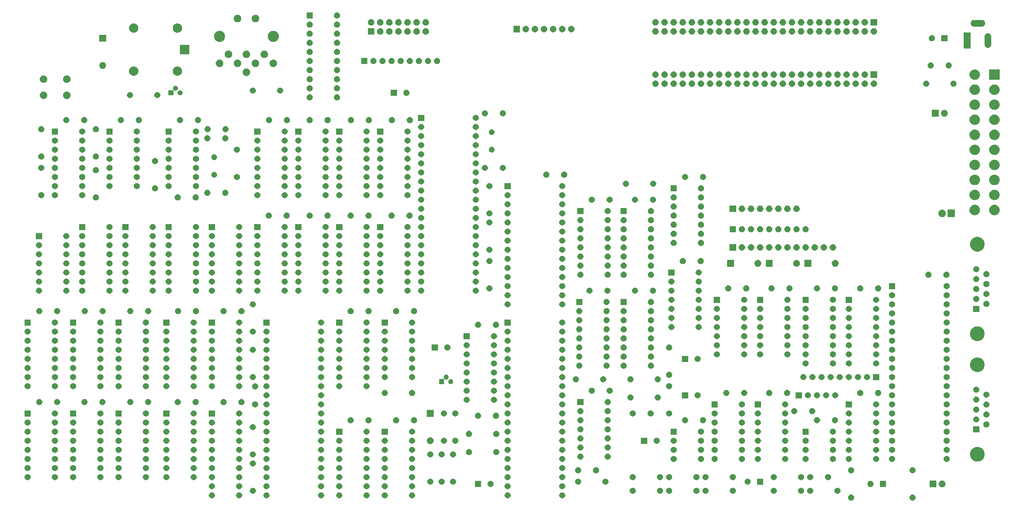
<source format=gbr>
G04 #@! TF.GenerationSoftware,KiCad,Pcbnew,5.1.6-c6e7f7d~86~ubuntu18.04.1*
G04 #@! TF.CreationDate,2021-05-02T12:58:02+02:00*
G04 #@! TF.ProjectId,MSX1,4d535831-2e6b-4696-9361-645f70636258,rev?*
G04 #@! TF.SameCoordinates,Original*
G04 #@! TF.FileFunction,Soldermask,Top*
G04 #@! TF.FilePolarity,Negative*
%FSLAX46Y46*%
G04 Gerber Fmt 4.6, Leading zero omitted, Abs format (unit mm)*
G04 Created by KiCad (PCBNEW 5.1.6-c6e7f7d~86~ubuntu18.04.1) date 2021-05-02 12:58:02*
%MOMM*%
%LPD*%
G01*
G04 APERTURE LIST*
%ADD10C,0.100000*%
G04 APERTURE END LIST*
D10*
G36*
X335528228Y-205556703D02*
G01*
X335683100Y-205620853D01*
X335822481Y-205713985D01*
X335941015Y-205832519D01*
X336034147Y-205971900D01*
X336098297Y-206126772D01*
X336131000Y-206291184D01*
X336131000Y-206458816D01*
X336098297Y-206623228D01*
X336034147Y-206778100D01*
X335941015Y-206917481D01*
X335822481Y-207036015D01*
X335683100Y-207129147D01*
X335528228Y-207193297D01*
X335363816Y-207226000D01*
X335196184Y-207226000D01*
X335031772Y-207193297D01*
X334876900Y-207129147D01*
X334737519Y-207036015D01*
X334618985Y-206917481D01*
X334525853Y-206778100D01*
X334461703Y-206623228D01*
X334429000Y-206458816D01*
X334429000Y-206291184D01*
X334461703Y-206126772D01*
X334525853Y-205971900D01*
X334618985Y-205832519D01*
X334737519Y-205713985D01*
X334876900Y-205620853D01*
X335031772Y-205556703D01*
X335196184Y-205524000D01*
X335363816Y-205524000D01*
X335528228Y-205556703D01*
G37*
G36*
X318383228Y-205556703D02*
G01*
X318538100Y-205620853D01*
X318677481Y-205713985D01*
X318796015Y-205832519D01*
X318889147Y-205971900D01*
X318953297Y-206126772D01*
X318986000Y-206291184D01*
X318986000Y-206458816D01*
X318953297Y-206623228D01*
X318889147Y-206778100D01*
X318796015Y-206917481D01*
X318677481Y-207036015D01*
X318538100Y-207129147D01*
X318383228Y-207193297D01*
X318218816Y-207226000D01*
X318051184Y-207226000D01*
X317886772Y-207193297D01*
X317731900Y-207129147D01*
X317592519Y-207036015D01*
X317473985Y-206917481D01*
X317380853Y-206778100D01*
X317316703Y-206623228D01*
X317284000Y-206458816D01*
X317284000Y-206291184D01*
X317316703Y-206126772D01*
X317380853Y-205971900D01*
X317473985Y-205832519D01*
X317592519Y-205713985D01*
X317731900Y-205620853D01*
X317886772Y-205556703D01*
X318051184Y-205524000D01*
X318218816Y-205524000D01*
X318383228Y-205556703D01*
G37*
G36*
X175508228Y-204921703D02*
G01*
X175663100Y-204985853D01*
X175802481Y-205078985D01*
X175921015Y-205197519D01*
X176014147Y-205336900D01*
X176078297Y-205491772D01*
X176111000Y-205656184D01*
X176111000Y-205823816D01*
X176078297Y-205988228D01*
X176014147Y-206143100D01*
X175921015Y-206282481D01*
X175802481Y-206401015D01*
X175663100Y-206494147D01*
X175508228Y-206558297D01*
X175343816Y-206591000D01*
X175176184Y-206591000D01*
X175011772Y-206558297D01*
X174856900Y-206494147D01*
X174717519Y-206401015D01*
X174598985Y-206282481D01*
X174505853Y-206143100D01*
X174441703Y-205988228D01*
X174409000Y-205823816D01*
X174409000Y-205656184D01*
X174441703Y-205491772D01*
X174505853Y-205336900D01*
X174598985Y-205197519D01*
X174717519Y-205078985D01*
X174856900Y-204985853D01*
X175011772Y-204921703D01*
X175176184Y-204889000D01*
X175343816Y-204889000D01*
X175508228Y-204921703D01*
G37*
G36*
X222498228Y-204921703D02*
G01*
X222653100Y-204985853D01*
X222792481Y-205078985D01*
X222911015Y-205197519D01*
X223004147Y-205336900D01*
X223068297Y-205491772D01*
X223101000Y-205656184D01*
X223101000Y-205823816D01*
X223068297Y-205988228D01*
X223004147Y-206143100D01*
X222911015Y-206282481D01*
X222792481Y-206401015D01*
X222653100Y-206494147D01*
X222498228Y-206558297D01*
X222333816Y-206591000D01*
X222166184Y-206591000D01*
X222001772Y-206558297D01*
X221846900Y-206494147D01*
X221707519Y-206401015D01*
X221588985Y-206282481D01*
X221495853Y-206143100D01*
X221431703Y-205988228D01*
X221399000Y-205823816D01*
X221399000Y-205656184D01*
X221431703Y-205491772D01*
X221495853Y-205336900D01*
X221588985Y-205197519D01*
X221707519Y-205078985D01*
X221846900Y-204985853D01*
X222001772Y-204921703D01*
X222166184Y-204889000D01*
X222333816Y-204889000D01*
X222498228Y-204921703D01*
G37*
G36*
X237738228Y-204921703D02*
G01*
X237893100Y-204985853D01*
X238032481Y-205078985D01*
X238151015Y-205197519D01*
X238244147Y-205336900D01*
X238308297Y-205491772D01*
X238341000Y-205656184D01*
X238341000Y-205823816D01*
X238308297Y-205988228D01*
X238244147Y-206143100D01*
X238151015Y-206282481D01*
X238032481Y-206401015D01*
X237893100Y-206494147D01*
X237738228Y-206558297D01*
X237573816Y-206591000D01*
X237406184Y-206591000D01*
X237241772Y-206558297D01*
X237086900Y-206494147D01*
X236947519Y-206401015D01*
X236828985Y-206282481D01*
X236735853Y-206143100D01*
X236671703Y-205988228D01*
X236639000Y-205823816D01*
X236639000Y-205656184D01*
X236671703Y-205491772D01*
X236735853Y-205336900D01*
X236828985Y-205197519D01*
X236947519Y-205078985D01*
X237086900Y-204985853D01*
X237241772Y-204921703D01*
X237406184Y-204889000D01*
X237573816Y-204889000D01*
X237738228Y-204921703D01*
G37*
G36*
X183128228Y-204921703D02*
G01*
X183283100Y-204985853D01*
X183422481Y-205078985D01*
X183541015Y-205197519D01*
X183634147Y-205336900D01*
X183698297Y-205491772D01*
X183731000Y-205656184D01*
X183731000Y-205823816D01*
X183698297Y-205988228D01*
X183634147Y-206143100D01*
X183541015Y-206282481D01*
X183422481Y-206401015D01*
X183283100Y-206494147D01*
X183128228Y-206558297D01*
X182963816Y-206591000D01*
X182796184Y-206591000D01*
X182631772Y-206558297D01*
X182476900Y-206494147D01*
X182337519Y-206401015D01*
X182218985Y-206282481D01*
X182125853Y-206143100D01*
X182061703Y-205988228D01*
X182029000Y-205823816D01*
X182029000Y-205656184D01*
X182061703Y-205491772D01*
X182125853Y-205336900D01*
X182218985Y-205197519D01*
X182337519Y-205078985D01*
X182476900Y-204985853D01*
X182631772Y-204921703D01*
X182796184Y-204889000D01*
X182963816Y-204889000D01*
X183128228Y-204921703D01*
G37*
G36*
X139948228Y-204921703D02*
G01*
X140103100Y-204985853D01*
X140242481Y-205078985D01*
X140361015Y-205197519D01*
X140454147Y-205336900D01*
X140518297Y-205491772D01*
X140551000Y-205656184D01*
X140551000Y-205823816D01*
X140518297Y-205988228D01*
X140454147Y-206143100D01*
X140361015Y-206282481D01*
X140242481Y-206401015D01*
X140103100Y-206494147D01*
X139948228Y-206558297D01*
X139783816Y-206591000D01*
X139616184Y-206591000D01*
X139451772Y-206558297D01*
X139296900Y-206494147D01*
X139157519Y-206401015D01*
X139038985Y-206282481D01*
X138945853Y-206143100D01*
X138881703Y-205988228D01*
X138849000Y-205823816D01*
X138849000Y-205656184D01*
X138881703Y-205491772D01*
X138945853Y-205336900D01*
X139038985Y-205197519D01*
X139157519Y-205078985D01*
X139296900Y-204985853D01*
X139451772Y-204921703D01*
X139616184Y-204889000D01*
X139783816Y-204889000D01*
X139948228Y-204921703D01*
G37*
G36*
X147568228Y-204921703D02*
G01*
X147723100Y-204985853D01*
X147862481Y-205078985D01*
X147981015Y-205197519D01*
X148074147Y-205336900D01*
X148138297Y-205491772D01*
X148171000Y-205656184D01*
X148171000Y-205823816D01*
X148138297Y-205988228D01*
X148074147Y-206143100D01*
X147981015Y-206282481D01*
X147862481Y-206401015D01*
X147723100Y-206494147D01*
X147568228Y-206558297D01*
X147403816Y-206591000D01*
X147236184Y-206591000D01*
X147071772Y-206558297D01*
X146916900Y-206494147D01*
X146777519Y-206401015D01*
X146658985Y-206282481D01*
X146565853Y-206143100D01*
X146501703Y-205988228D01*
X146469000Y-205823816D01*
X146469000Y-205656184D01*
X146501703Y-205491772D01*
X146565853Y-205336900D01*
X146658985Y-205197519D01*
X146777519Y-205078985D01*
X146916900Y-204985853D01*
X147071772Y-204921703D01*
X147236184Y-204889000D01*
X147403816Y-204889000D01*
X147568228Y-204921703D01*
G37*
G36*
X155188228Y-204921703D02*
G01*
X155343100Y-204985853D01*
X155482481Y-205078985D01*
X155601015Y-205197519D01*
X155694147Y-205336900D01*
X155758297Y-205491772D01*
X155791000Y-205656184D01*
X155791000Y-205823816D01*
X155758297Y-205988228D01*
X155694147Y-206143100D01*
X155601015Y-206282481D01*
X155482481Y-206401015D01*
X155343100Y-206494147D01*
X155188228Y-206558297D01*
X155023816Y-206591000D01*
X154856184Y-206591000D01*
X154691772Y-206558297D01*
X154536900Y-206494147D01*
X154397519Y-206401015D01*
X154278985Y-206282481D01*
X154185853Y-206143100D01*
X154121703Y-205988228D01*
X154089000Y-205823816D01*
X154089000Y-205656184D01*
X154121703Y-205491772D01*
X154185853Y-205336900D01*
X154278985Y-205197519D01*
X154397519Y-205078985D01*
X154536900Y-204985853D01*
X154691772Y-204921703D01*
X154856184Y-204889000D01*
X155023816Y-204889000D01*
X155188228Y-204921703D01*
G37*
G36*
X195828228Y-204921703D02*
G01*
X195983100Y-204985853D01*
X196122481Y-205078985D01*
X196241015Y-205197519D01*
X196334147Y-205336900D01*
X196398297Y-205491772D01*
X196431000Y-205656184D01*
X196431000Y-205823816D01*
X196398297Y-205988228D01*
X196334147Y-206143100D01*
X196241015Y-206282481D01*
X196122481Y-206401015D01*
X195983100Y-206494147D01*
X195828228Y-206558297D01*
X195663816Y-206591000D01*
X195496184Y-206591000D01*
X195331772Y-206558297D01*
X195176900Y-206494147D01*
X195037519Y-206401015D01*
X194918985Y-206282481D01*
X194825853Y-206143100D01*
X194761703Y-205988228D01*
X194729000Y-205823816D01*
X194729000Y-205656184D01*
X194761703Y-205491772D01*
X194825853Y-205336900D01*
X194918985Y-205197519D01*
X195037519Y-205078985D01*
X195176900Y-204985853D01*
X195331772Y-204921703D01*
X195496184Y-204889000D01*
X195663816Y-204889000D01*
X195828228Y-204921703D01*
G37*
G36*
X170428228Y-204921703D02*
G01*
X170583100Y-204985853D01*
X170722481Y-205078985D01*
X170841015Y-205197519D01*
X170934147Y-205336900D01*
X170998297Y-205491772D01*
X171031000Y-205656184D01*
X171031000Y-205823816D01*
X170998297Y-205988228D01*
X170934147Y-206143100D01*
X170841015Y-206282481D01*
X170722481Y-206401015D01*
X170583100Y-206494147D01*
X170428228Y-206558297D01*
X170263816Y-206591000D01*
X170096184Y-206591000D01*
X169931772Y-206558297D01*
X169776900Y-206494147D01*
X169637519Y-206401015D01*
X169518985Y-206282481D01*
X169425853Y-206143100D01*
X169361703Y-205988228D01*
X169329000Y-205823816D01*
X169329000Y-205656184D01*
X169361703Y-205491772D01*
X169425853Y-205336900D01*
X169518985Y-205197519D01*
X169637519Y-205078985D01*
X169776900Y-204985853D01*
X169931772Y-204921703D01*
X170096184Y-204889000D01*
X170263816Y-204889000D01*
X170428228Y-204921703D01*
G37*
G36*
X188208228Y-204921703D02*
G01*
X188363100Y-204985853D01*
X188502481Y-205078985D01*
X188621015Y-205197519D01*
X188714147Y-205336900D01*
X188778297Y-205491772D01*
X188811000Y-205656184D01*
X188811000Y-205823816D01*
X188778297Y-205988228D01*
X188714147Y-206143100D01*
X188621015Y-206282481D01*
X188502481Y-206401015D01*
X188363100Y-206494147D01*
X188208228Y-206558297D01*
X188043816Y-206591000D01*
X187876184Y-206591000D01*
X187711772Y-206558297D01*
X187556900Y-206494147D01*
X187417519Y-206401015D01*
X187298985Y-206282481D01*
X187205853Y-206143100D01*
X187141703Y-205988228D01*
X187109000Y-205823816D01*
X187109000Y-205656184D01*
X187141703Y-205491772D01*
X187205853Y-205336900D01*
X187298985Y-205197519D01*
X187417519Y-205078985D01*
X187556900Y-204985853D01*
X187711772Y-204921703D01*
X187876184Y-204889000D01*
X188043816Y-204889000D01*
X188208228Y-204921703D01*
G37*
G36*
X277743228Y-203651703D02*
G01*
X277898100Y-203715853D01*
X278037481Y-203808985D01*
X278156015Y-203927519D01*
X278249147Y-204066900D01*
X278313297Y-204221772D01*
X278346000Y-204386184D01*
X278346000Y-204553816D01*
X278313297Y-204718228D01*
X278249147Y-204873100D01*
X278156015Y-205012481D01*
X278037481Y-205131015D01*
X277898100Y-205224147D01*
X277743228Y-205288297D01*
X277578816Y-205321000D01*
X277411184Y-205321000D01*
X277246772Y-205288297D01*
X277091900Y-205224147D01*
X276952519Y-205131015D01*
X276833985Y-205012481D01*
X276740853Y-204873100D01*
X276676703Y-204718228D01*
X276644000Y-204553816D01*
X276644000Y-204386184D01*
X276676703Y-204221772D01*
X276740853Y-204066900D01*
X276833985Y-203927519D01*
X276952519Y-203808985D01*
X277091900Y-203715853D01*
X277246772Y-203651703D01*
X277411184Y-203619000D01*
X277578816Y-203619000D01*
X277743228Y-203651703D01*
G37*
G36*
X151378228Y-203651703D02*
G01*
X151533100Y-203715853D01*
X151672481Y-203808985D01*
X151791015Y-203927519D01*
X151884147Y-204066900D01*
X151948297Y-204221772D01*
X151981000Y-204386184D01*
X151981000Y-204553816D01*
X151948297Y-204718228D01*
X151884147Y-204873100D01*
X151791015Y-205012481D01*
X151672481Y-205131015D01*
X151533100Y-205224147D01*
X151378228Y-205288297D01*
X151213816Y-205321000D01*
X151046184Y-205321000D01*
X150881772Y-205288297D01*
X150726900Y-205224147D01*
X150587519Y-205131015D01*
X150468985Y-205012481D01*
X150375853Y-204873100D01*
X150311703Y-204718228D01*
X150279000Y-204553816D01*
X150279000Y-204386184D01*
X150311703Y-204221772D01*
X150375853Y-204066900D01*
X150468985Y-203927519D01*
X150587519Y-203808985D01*
X150726900Y-203715853D01*
X150881772Y-203651703D01*
X151046184Y-203619000D01*
X151213816Y-203619000D01*
X151378228Y-203651703D01*
G37*
G36*
X285363228Y-203651703D02*
G01*
X285518100Y-203715853D01*
X285657481Y-203808985D01*
X285776015Y-203927519D01*
X285869147Y-204066900D01*
X285933297Y-204221772D01*
X285966000Y-204386184D01*
X285966000Y-204553816D01*
X285933297Y-204718228D01*
X285869147Y-204873100D01*
X285776015Y-205012481D01*
X285657481Y-205131015D01*
X285518100Y-205224147D01*
X285363228Y-205288297D01*
X285198816Y-205321000D01*
X285031184Y-205321000D01*
X284866772Y-205288297D01*
X284711900Y-205224147D01*
X284572519Y-205131015D01*
X284453985Y-205012481D01*
X284360853Y-204873100D01*
X284296703Y-204718228D01*
X284264000Y-204553816D01*
X284264000Y-204386184D01*
X284296703Y-204221772D01*
X284360853Y-204066900D01*
X284453985Y-203927519D01*
X284572519Y-203808985D01*
X284711900Y-203715853D01*
X284866772Y-203651703D01*
X285031184Y-203619000D01*
X285198816Y-203619000D01*
X285363228Y-203651703D01*
G37*
G36*
X265043228Y-203651703D02*
G01*
X265198100Y-203715853D01*
X265337481Y-203808985D01*
X265456015Y-203927519D01*
X265549147Y-204066900D01*
X265613297Y-204221772D01*
X265646000Y-204386184D01*
X265646000Y-204553816D01*
X265613297Y-204718228D01*
X265549147Y-204873100D01*
X265456015Y-205012481D01*
X265337481Y-205131015D01*
X265198100Y-205224147D01*
X265043228Y-205288297D01*
X264878816Y-205321000D01*
X264711184Y-205321000D01*
X264546772Y-205288297D01*
X264391900Y-205224147D01*
X264252519Y-205131015D01*
X264133985Y-205012481D01*
X264040853Y-204873100D01*
X263976703Y-204718228D01*
X263944000Y-204553816D01*
X263944000Y-204386184D01*
X263976703Y-204221772D01*
X264040853Y-204066900D01*
X264133985Y-203927519D01*
X264252519Y-203808985D01*
X264391900Y-203715853D01*
X264546772Y-203651703D01*
X264711184Y-203619000D01*
X264878816Y-203619000D01*
X265043228Y-203651703D01*
G37*
G36*
X314573228Y-203651703D02*
G01*
X314728100Y-203715853D01*
X314867481Y-203808985D01*
X314986015Y-203927519D01*
X315079147Y-204066900D01*
X315143297Y-204221772D01*
X315176000Y-204386184D01*
X315176000Y-204553816D01*
X315143297Y-204718228D01*
X315079147Y-204873100D01*
X314986015Y-205012481D01*
X314867481Y-205131015D01*
X314728100Y-205224147D01*
X314573228Y-205288297D01*
X314408816Y-205321000D01*
X314241184Y-205321000D01*
X314076772Y-205288297D01*
X313921900Y-205224147D01*
X313782519Y-205131015D01*
X313663985Y-205012481D01*
X313570853Y-204873100D01*
X313506703Y-204718228D01*
X313474000Y-204553816D01*
X313474000Y-204386184D01*
X313506703Y-204221772D01*
X313570853Y-204066900D01*
X313663985Y-203927519D01*
X313782519Y-203808985D01*
X313921900Y-203715853D01*
X314076772Y-203651703D01*
X314241184Y-203619000D01*
X314408816Y-203619000D01*
X314573228Y-203651703D01*
G37*
G36*
X267583228Y-203651703D02*
G01*
X267738100Y-203715853D01*
X267877481Y-203808985D01*
X267996015Y-203927519D01*
X268089147Y-204066900D01*
X268153297Y-204221772D01*
X268186000Y-204386184D01*
X268186000Y-204553816D01*
X268153297Y-204718228D01*
X268089147Y-204873100D01*
X267996015Y-205012481D01*
X267877481Y-205131015D01*
X267738100Y-205224147D01*
X267583228Y-205288297D01*
X267418816Y-205321000D01*
X267251184Y-205321000D01*
X267086772Y-205288297D01*
X266931900Y-205224147D01*
X266792519Y-205131015D01*
X266673985Y-205012481D01*
X266580853Y-204873100D01*
X266516703Y-204718228D01*
X266484000Y-204553816D01*
X266484000Y-204386184D01*
X266516703Y-204221772D01*
X266580853Y-204066900D01*
X266673985Y-203927519D01*
X266792519Y-203808985D01*
X266931900Y-203715853D01*
X267086772Y-203651703D01*
X267251184Y-203619000D01*
X267418816Y-203619000D01*
X267583228Y-203651703D01*
G37*
G36*
X296793228Y-203651703D02*
G01*
X296948100Y-203715853D01*
X297087481Y-203808985D01*
X297206015Y-203927519D01*
X297299147Y-204066900D01*
X297363297Y-204221772D01*
X297396000Y-204386184D01*
X297396000Y-204553816D01*
X297363297Y-204718228D01*
X297299147Y-204873100D01*
X297206015Y-205012481D01*
X297087481Y-205131015D01*
X296948100Y-205224147D01*
X296793228Y-205288297D01*
X296628816Y-205321000D01*
X296461184Y-205321000D01*
X296296772Y-205288297D01*
X296141900Y-205224147D01*
X296002519Y-205131015D01*
X295883985Y-205012481D01*
X295790853Y-204873100D01*
X295726703Y-204718228D01*
X295694000Y-204553816D01*
X295694000Y-204386184D01*
X295726703Y-204221772D01*
X295790853Y-204066900D01*
X295883985Y-203927519D01*
X296002519Y-203808985D01*
X296141900Y-203715853D01*
X296296772Y-203651703D01*
X296461184Y-203619000D01*
X296628816Y-203619000D01*
X296793228Y-203651703D01*
G37*
G36*
X304413228Y-203651703D02*
G01*
X304568100Y-203715853D01*
X304707481Y-203808985D01*
X304826015Y-203927519D01*
X304919147Y-204066900D01*
X304983297Y-204221772D01*
X305016000Y-204386184D01*
X305016000Y-204553816D01*
X304983297Y-204718228D01*
X304919147Y-204873100D01*
X304826015Y-205012481D01*
X304707481Y-205131015D01*
X304568100Y-205224147D01*
X304413228Y-205288297D01*
X304248816Y-205321000D01*
X304081184Y-205321000D01*
X303916772Y-205288297D01*
X303761900Y-205224147D01*
X303622519Y-205131015D01*
X303503985Y-205012481D01*
X303410853Y-204873100D01*
X303346703Y-204718228D01*
X303314000Y-204553816D01*
X303314000Y-204386184D01*
X303346703Y-204221772D01*
X303410853Y-204066900D01*
X303503985Y-203927519D01*
X303622519Y-203808985D01*
X303761900Y-203715853D01*
X303916772Y-203651703D01*
X304081184Y-203619000D01*
X304248816Y-203619000D01*
X304413228Y-203651703D01*
G37*
G36*
X257423228Y-203651703D02*
G01*
X257578100Y-203715853D01*
X257717481Y-203808985D01*
X257836015Y-203927519D01*
X257929147Y-204066900D01*
X257993297Y-204221772D01*
X258026000Y-204386184D01*
X258026000Y-204553816D01*
X257993297Y-204718228D01*
X257929147Y-204873100D01*
X257836015Y-205012481D01*
X257717481Y-205131015D01*
X257578100Y-205224147D01*
X257423228Y-205288297D01*
X257258816Y-205321000D01*
X257091184Y-205321000D01*
X256926772Y-205288297D01*
X256771900Y-205224147D01*
X256632519Y-205131015D01*
X256513985Y-205012481D01*
X256420853Y-204873100D01*
X256356703Y-204718228D01*
X256324000Y-204553816D01*
X256324000Y-204386184D01*
X256356703Y-204221772D01*
X256420853Y-204066900D01*
X256513985Y-203927519D01*
X256632519Y-203808985D01*
X256771900Y-203715853D01*
X256926772Y-203651703D01*
X257091184Y-203619000D01*
X257258816Y-203619000D01*
X257423228Y-203651703D01*
G37*
G36*
X306953228Y-203651703D02*
G01*
X307108100Y-203715853D01*
X307247481Y-203808985D01*
X307366015Y-203927519D01*
X307459147Y-204066900D01*
X307523297Y-204221772D01*
X307556000Y-204386184D01*
X307556000Y-204553816D01*
X307523297Y-204718228D01*
X307459147Y-204873100D01*
X307366015Y-205012481D01*
X307247481Y-205131015D01*
X307108100Y-205224147D01*
X306953228Y-205288297D01*
X306788816Y-205321000D01*
X306621184Y-205321000D01*
X306456772Y-205288297D01*
X306301900Y-205224147D01*
X306162519Y-205131015D01*
X306043985Y-205012481D01*
X305950853Y-204873100D01*
X305886703Y-204718228D01*
X305854000Y-204553816D01*
X305854000Y-204386184D01*
X305886703Y-204221772D01*
X305950853Y-204066900D01*
X306043985Y-203927519D01*
X306162519Y-203808985D01*
X306301900Y-203715853D01*
X306456772Y-203651703D01*
X306621184Y-203619000D01*
X306788816Y-203619000D01*
X306953228Y-203651703D01*
G37*
G36*
X275203228Y-203651703D02*
G01*
X275358100Y-203715853D01*
X275497481Y-203808985D01*
X275616015Y-203927519D01*
X275709147Y-204066900D01*
X275773297Y-204221772D01*
X275806000Y-204386184D01*
X275806000Y-204553816D01*
X275773297Y-204718228D01*
X275709147Y-204873100D01*
X275616015Y-205012481D01*
X275497481Y-205131015D01*
X275358100Y-205224147D01*
X275203228Y-205288297D01*
X275038816Y-205321000D01*
X274871184Y-205321000D01*
X274706772Y-205288297D01*
X274551900Y-205224147D01*
X274412519Y-205131015D01*
X274293985Y-205012481D01*
X274200853Y-204873100D01*
X274136703Y-204718228D01*
X274104000Y-204553816D01*
X274104000Y-204386184D01*
X274136703Y-204221772D01*
X274200853Y-204066900D01*
X274293985Y-203927519D01*
X274412519Y-203808985D01*
X274551900Y-203715853D01*
X274706772Y-203651703D01*
X274871184Y-203619000D01*
X275038816Y-203619000D01*
X275203228Y-203651703D01*
G37*
G36*
X175508228Y-202381703D02*
G01*
X175663100Y-202445853D01*
X175802481Y-202538985D01*
X175921015Y-202657519D01*
X176014147Y-202796900D01*
X176078297Y-202951772D01*
X176111000Y-203116184D01*
X176111000Y-203283816D01*
X176078297Y-203448228D01*
X176014147Y-203603100D01*
X175921015Y-203742481D01*
X175802481Y-203861015D01*
X175663100Y-203954147D01*
X175508228Y-204018297D01*
X175343816Y-204051000D01*
X175176184Y-204051000D01*
X175011772Y-204018297D01*
X174856900Y-203954147D01*
X174717519Y-203861015D01*
X174598985Y-203742481D01*
X174505853Y-203603100D01*
X174441703Y-203448228D01*
X174409000Y-203283816D01*
X174409000Y-203116184D01*
X174441703Y-202951772D01*
X174505853Y-202796900D01*
X174598985Y-202657519D01*
X174717519Y-202538985D01*
X174856900Y-202445853D01*
X175011772Y-202381703D01*
X175176184Y-202349000D01*
X175343816Y-202349000D01*
X175508228Y-202381703D01*
G37*
G36*
X139948228Y-202381703D02*
G01*
X140103100Y-202445853D01*
X140242481Y-202538985D01*
X140361015Y-202657519D01*
X140454147Y-202796900D01*
X140518297Y-202951772D01*
X140551000Y-203116184D01*
X140551000Y-203283816D01*
X140518297Y-203448228D01*
X140454147Y-203603100D01*
X140361015Y-203742481D01*
X140242481Y-203861015D01*
X140103100Y-203954147D01*
X139948228Y-204018297D01*
X139783816Y-204051000D01*
X139616184Y-204051000D01*
X139451772Y-204018297D01*
X139296900Y-203954147D01*
X139157519Y-203861015D01*
X139038985Y-203742481D01*
X138945853Y-203603100D01*
X138881703Y-203448228D01*
X138849000Y-203283816D01*
X138849000Y-203116184D01*
X138881703Y-202951772D01*
X138945853Y-202796900D01*
X139038985Y-202657519D01*
X139157519Y-202538985D01*
X139296900Y-202445853D01*
X139451772Y-202381703D01*
X139616184Y-202349000D01*
X139783816Y-202349000D01*
X139948228Y-202381703D01*
G37*
G36*
X147568228Y-202381703D02*
G01*
X147723100Y-202445853D01*
X147862481Y-202538985D01*
X147981015Y-202657519D01*
X148074147Y-202796900D01*
X148138297Y-202951772D01*
X148171000Y-203116184D01*
X148171000Y-203283816D01*
X148138297Y-203448228D01*
X148074147Y-203603100D01*
X147981015Y-203742481D01*
X147862481Y-203861015D01*
X147723100Y-203954147D01*
X147568228Y-204018297D01*
X147403816Y-204051000D01*
X147236184Y-204051000D01*
X147071772Y-204018297D01*
X146916900Y-203954147D01*
X146777519Y-203861015D01*
X146658985Y-203742481D01*
X146565853Y-203603100D01*
X146501703Y-203448228D01*
X146469000Y-203283816D01*
X146469000Y-203116184D01*
X146501703Y-202951772D01*
X146565853Y-202796900D01*
X146658985Y-202657519D01*
X146777519Y-202538985D01*
X146916900Y-202445853D01*
X147071772Y-202381703D01*
X147236184Y-202349000D01*
X147403816Y-202349000D01*
X147568228Y-202381703D01*
G37*
G36*
X155188228Y-202381703D02*
G01*
X155343100Y-202445853D01*
X155482481Y-202538985D01*
X155601015Y-202657519D01*
X155694147Y-202796900D01*
X155758297Y-202951772D01*
X155791000Y-203116184D01*
X155791000Y-203283816D01*
X155758297Y-203448228D01*
X155694147Y-203603100D01*
X155601015Y-203742481D01*
X155482481Y-203861015D01*
X155343100Y-203954147D01*
X155188228Y-204018297D01*
X155023816Y-204051000D01*
X154856184Y-204051000D01*
X154691772Y-204018297D01*
X154536900Y-203954147D01*
X154397519Y-203861015D01*
X154278985Y-203742481D01*
X154185853Y-203603100D01*
X154121703Y-203448228D01*
X154089000Y-203283816D01*
X154089000Y-203116184D01*
X154121703Y-202951772D01*
X154185853Y-202796900D01*
X154278985Y-202657519D01*
X154397519Y-202538985D01*
X154536900Y-202445853D01*
X154691772Y-202381703D01*
X154856184Y-202349000D01*
X155023816Y-202349000D01*
X155188228Y-202381703D01*
G37*
G36*
X183128228Y-202381703D02*
G01*
X183283100Y-202445853D01*
X183422481Y-202538985D01*
X183541015Y-202657519D01*
X183634147Y-202796900D01*
X183698297Y-202951772D01*
X183731000Y-203116184D01*
X183731000Y-203283816D01*
X183698297Y-203448228D01*
X183634147Y-203603100D01*
X183541015Y-203742481D01*
X183422481Y-203861015D01*
X183283100Y-203954147D01*
X183128228Y-204018297D01*
X182963816Y-204051000D01*
X182796184Y-204051000D01*
X182631772Y-204018297D01*
X182476900Y-203954147D01*
X182337519Y-203861015D01*
X182218985Y-203742481D01*
X182125853Y-203603100D01*
X182061703Y-203448228D01*
X182029000Y-203283816D01*
X182029000Y-203116184D01*
X182061703Y-202951772D01*
X182125853Y-202796900D01*
X182218985Y-202657519D01*
X182337519Y-202538985D01*
X182476900Y-202445853D01*
X182631772Y-202381703D01*
X182796184Y-202349000D01*
X182963816Y-202349000D01*
X183128228Y-202381703D01*
G37*
G36*
X188208228Y-202381703D02*
G01*
X188363100Y-202445853D01*
X188502481Y-202538985D01*
X188621015Y-202657519D01*
X188714147Y-202796900D01*
X188778297Y-202951772D01*
X188811000Y-203116184D01*
X188811000Y-203283816D01*
X188778297Y-203448228D01*
X188714147Y-203603100D01*
X188621015Y-203742481D01*
X188502481Y-203861015D01*
X188363100Y-203954147D01*
X188208228Y-204018297D01*
X188043816Y-204051000D01*
X187876184Y-204051000D01*
X187711772Y-204018297D01*
X187556900Y-203954147D01*
X187417519Y-203861015D01*
X187298985Y-203742481D01*
X187205853Y-203603100D01*
X187141703Y-203448228D01*
X187109000Y-203283816D01*
X187109000Y-203116184D01*
X187141703Y-202951772D01*
X187205853Y-202796900D01*
X187298985Y-202657519D01*
X187417519Y-202538985D01*
X187556900Y-202445853D01*
X187711772Y-202381703D01*
X187876184Y-202349000D01*
X188043816Y-202349000D01*
X188208228Y-202381703D01*
G37*
G36*
X195828228Y-202381703D02*
G01*
X195983100Y-202445853D01*
X196122481Y-202538985D01*
X196241015Y-202657519D01*
X196334147Y-202796900D01*
X196398297Y-202951772D01*
X196431000Y-203116184D01*
X196431000Y-203283816D01*
X196398297Y-203448228D01*
X196334147Y-203603100D01*
X196241015Y-203742481D01*
X196122481Y-203861015D01*
X195983100Y-203954147D01*
X195828228Y-204018297D01*
X195663816Y-204051000D01*
X195496184Y-204051000D01*
X195331772Y-204018297D01*
X195176900Y-203954147D01*
X195037519Y-203861015D01*
X194918985Y-203742481D01*
X194825853Y-203603100D01*
X194761703Y-203448228D01*
X194729000Y-203283816D01*
X194729000Y-203116184D01*
X194761703Y-202951772D01*
X194825853Y-202796900D01*
X194918985Y-202657519D01*
X195037519Y-202538985D01*
X195176900Y-202445853D01*
X195331772Y-202381703D01*
X195496184Y-202349000D01*
X195663816Y-202349000D01*
X195828228Y-202381703D01*
G37*
G36*
X222498228Y-202381703D02*
G01*
X222653100Y-202445853D01*
X222792481Y-202538985D01*
X222911015Y-202657519D01*
X223004147Y-202796900D01*
X223068297Y-202951772D01*
X223101000Y-203116184D01*
X223101000Y-203283816D01*
X223068297Y-203448228D01*
X223004147Y-203603100D01*
X222911015Y-203742481D01*
X222792481Y-203861015D01*
X222653100Y-203954147D01*
X222498228Y-204018297D01*
X222333816Y-204051000D01*
X222166184Y-204051000D01*
X222001772Y-204018297D01*
X221846900Y-203954147D01*
X221707519Y-203861015D01*
X221588985Y-203742481D01*
X221495853Y-203603100D01*
X221431703Y-203448228D01*
X221399000Y-203283816D01*
X221399000Y-203116184D01*
X221431703Y-202951772D01*
X221495853Y-202796900D01*
X221588985Y-202657519D01*
X221707519Y-202538985D01*
X221846900Y-202445853D01*
X222001772Y-202381703D01*
X222166184Y-202349000D01*
X222333816Y-202349000D01*
X222498228Y-202381703D01*
G37*
G36*
X237738228Y-202381703D02*
G01*
X237893100Y-202445853D01*
X238032481Y-202538985D01*
X238151015Y-202657519D01*
X238244147Y-202796900D01*
X238308297Y-202951772D01*
X238341000Y-203116184D01*
X238341000Y-203283816D01*
X238308297Y-203448228D01*
X238244147Y-203603100D01*
X238151015Y-203742481D01*
X238032481Y-203861015D01*
X237893100Y-203954147D01*
X237738228Y-204018297D01*
X237573816Y-204051000D01*
X237406184Y-204051000D01*
X237241772Y-204018297D01*
X237086900Y-203954147D01*
X236947519Y-203861015D01*
X236828985Y-203742481D01*
X236735853Y-203603100D01*
X236671703Y-203448228D01*
X236639000Y-203283816D01*
X236639000Y-203116184D01*
X236671703Y-202951772D01*
X236735853Y-202796900D01*
X236828985Y-202657519D01*
X236947519Y-202538985D01*
X237086900Y-202445853D01*
X237241772Y-202381703D01*
X237406184Y-202349000D01*
X237573816Y-202349000D01*
X237738228Y-202381703D01*
G37*
G36*
X170428228Y-202381703D02*
G01*
X170583100Y-202445853D01*
X170722481Y-202538985D01*
X170841015Y-202657519D01*
X170934147Y-202796900D01*
X170998297Y-202951772D01*
X171031000Y-203116184D01*
X171031000Y-203283816D01*
X170998297Y-203448228D01*
X170934147Y-203603100D01*
X170841015Y-203742481D01*
X170722481Y-203861015D01*
X170583100Y-203954147D01*
X170428228Y-204018297D01*
X170263816Y-204051000D01*
X170096184Y-204051000D01*
X169931772Y-204018297D01*
X169776900Y-203954147D01*
X169637519Y-203861015D01*
X169518985Y-203742481D01*
X169425853Y-203603100D01*
X169361703Y-203448228D01*
X169329000Y-203283816D01*
X169329000Y-203116184D01*
X169361703Y-202951772D01*
X169425853Y-202796900D01*
X169518985Y-202657519D01*
X169637519Y-202538985D01*
X169776900Y-202445853D01*
X169931772Y-202381703D01*
X170096184Y-202349000D01*
X170263816Y-202349000D01*
X170428228Y-202381703D01*
G37*
G36*
X341946000Y-203516000D02*
G01*
X340044000Y-203516000D01*
X340044000Y-201614000D01*
X341946000Y-201614000D01*
X341946000Y-203516000D01*
G37*
G36*
X343812395Y-201650546D02*
G01*
X343985466Y-201722234D01*
X343985467Y-201722235D01*
X344141227Y-201826310D01*
X344273690Y-201958773D01*
X344316284Y-202022520D01*
X344377766Y-202114534D01*
X344449454Y-202287605D01*
X344486000Y-202471333D01*
X344486000Y-202658667D01*
X344449454Y-202842395D01*
X344377766Y-203015466D01*
X344377765Y-203015467D01*
X344273690Y-203171227D01*
X344141227Y-203303690D01*
X344118092Y-203319148D01*
X343985466Y-203407766D01*
X343812395Y-203479454D01*
X343628667Y-203516000D01*
X343441333Y-203516000D01*
X343257605Y-203479454D01*
X343084534Y-203407766D01*
X342951908Y-203319148D01*
X342928773Y-203303690D01*
X342796310Y-203171227D01*
X342692235Y-203015467D01*
X342692234Y-203015466D01*
X342620546Y-202842395D01*
X342584000Y-202658667D01*
X342584000Y-202471333D01*
X342620546Y-202287605D01*
X342692234Y-202114534D01*
X342753716Y-202022520D01*
X342796310Y-201958773D01*
X342928773Y-201826310D01*
X343084533Y-201722235D01*
X343084534Y-201722234D01*
X343257605Y-201650546D01*
X343441333Y-201614000D01*
X343628667Y-201614000D01*
X343812395Y-201650546D01*
G37*
G36*
X327876000Y-203416000D02*
G01*
X326174000Y-203416000D01*
X326174000Y-201714000D01*
X327876000Y-201714000D01*
X327876000Y-203416000D01*
G37*
G36*
X214846000Y-203416000D02*
G01*
X213144000Y-203416000D01*
X213144000Y-201714000D01*
X214846000Y-201714000D01*
X214846000Y-203416000D01*
G37*
G36*
X217743228Y-201746703D02*
G01*
X217898100Y-201810853D01*
X218037481Y-201903985D01*
X218156015Y-202022519D01*
X218249147Y-202161900D01*
X218313297Y-202316772D01*
X218346000Y-202481184D01*
X218346000Y-202648816D01*
X218313297Y-202813228D01*
X218249147Y-202968100D01*
X218156015Y-203107481D01*
X218037481Y-203226015D01*
X217898100Y-203319147D01*
X217743228Y-203383297D01*
X217578816Y-203416000D01*
X217411184Y-203416000D01*
X217246772Y-203383297D01*
X217091900Y-203319147D01*
X216952519Y-203226015D01*
X216833985Y-203107481D01*
X216740853Y-202968100D01*
X216676703Y-202813228D01*
X216644000Y-202648816D01*
X216644000Y-202481184D01*
X216676703Y-202316772D01*
X216740853Y-202161900D01*
X216833985Y-202022519D01*
X216952519Y-201903985D01*
X217091900Y-201810853D01*
X217246772Y-201746703D01*
X217411184Y-201714000D01*
X217578816Y-201714000D01*
X217743228Y-201746703D01*
G37*
G36*
X323773228Y-201746703D02*
G01*
X323928100Y-201810853D01*
X324067481Y-201903985D01*
X324186015Y-202022519D01*
X324279147Y-202161900D01*
X324343297Y-202316772D01*
X324376000Y-202481184D01*
X324376000Y-202648816D01*
X324343297Y-202813228D01*
X324279147Y-202968100D01*
X324186015Y-203107481D01*
X324067481Y-203226015D01*
X323928100Y-203319147D01*
X323773228Y-203383297D01*
X323608816Y-203416000D01*
X323441184Y-203416000D01*
X323276772Y-203383297D01*
X323121900Y-203319147D01*
X322982519Y-203226015D01*
X322863985Y-203107481D01*
X322770853Y-202968100D01*
X322706703Y-202813228D01*
X322674000Y-202648816D01*
X322674000Y-202481184D01*
X322706703Y-202316772D01*
X322770853Y-202161900D01*
X322863985Y-202022519D01*
X322982519Y-201903985D01*
X323121900Y-201810853D01*
X323276772Y-201746703D01*
X323441184Y-201714000D01*
X323608816Y-201714000D01*
X323773228Y-201746703D01*
G37*
G36*
X289483228Y-201111703D02*
G01*
X289638100Y-201175853D01*
X289777481Y-201268985D01*
X289896015Y-201387519D01*
X289989147Y-201526900D01*
X290053297Y-201681772D01*
X290086000Y-201846184D01*
X290086000Y-202013816D01*
X290053297Y-202178228D01*
X289989147Y-202333100D01*
X289896015Y-202472481D01*
X289777481Y-202591015D01*
X289638100Y-202684147D01*
X289483228Y-202748297D01*
X289318816Y-202781000D01*
X289151184Y-202781000D01*
X288986772Y-202748297D01*
X288831900Y-202684147D01*
X288692519Y-202591015D01*
X288573985Y-202472481D01*
X288480853Y-202333100D01*
X288416703Y-202178228D01*
X288384000Y-202013816D01*
X288384000Y-201846184D01*
X288416703Y-201681772D01*
X288480853Y-201526900D01*
X288573985Y-201387519D01*
X288692519Y-201268985D01*
X288831900Y-201175853D01*
X288986772Y-201111703D01*
X289151184Y-201079000D01*
X289318816Y-201079000D01*
X289483228Y-201111703D01*
G37*
G36*
X207258228Y-201111703D02*
G01*
X207413100Y-201175853D01*
X207552481Y-201268985D01*
X207671015Y-201387519D01*
X207764147Y-201526900D01*
X207828297Y-201681772D01*
X207861000Y-201846184D01*
X207861000Y-202013816D01*
X207828297Y-202178228D01*
X207764147Y-202333100D01*
X207671015Y-202472481D01*
X207552481Y-202591015D01*
X207413100Y-202684147D01*
X207258228Y-202748297D01*
X207093816Y-202781000D01*
X206926184Y-202781000D01*
X206761772Y-202748297D01*
X206606900Y-202684147D01*
X206467519Y-202591015D01*
X206348985Y-202472481D01*
X206255853Y-202333100D01*
X206191703Y-202178228D01*
X206159000Y-202013816D01*
X206159000Y-201846184D01*
X206191703Y-201681772D01*
X206255853Y-201526900D01*
X206348985Y-201387519D01*
X206467519Y-201268985D01*
X206606900Y-201175853D01*
X206761772Y-201111703D01*
X206926184Y-201079000D01*
X207093816Y-201079000D01*
X207258228Y-201111703D01*
G37*
G36*
X293586000Y-202781000D02*
G01*
X291884000Y-202781000D01*
X291884000Y-201079000D01*
X293586000Y-201079000D01*
X293586000Y-202781000D01*
G37*
G36*
X249803228Y-201111703D02*
G01*
X249958100Y-201175853D01*
X250097481Y-201268985D01*
X250216015Y-201387519D01*
X250309147Y-201526900D01*
X250373297Y-201681772D01*
X250406000Y-201846184D01*
X250406000Y-202013816D01*
X250373297Y-202178228D01*
X250309147Y-202333100D01*
X250216015Y-202472481D01*
X250097481Y-202591015D01*
X249958100Y-202684147D01*
X249803228Y-202748297D01*
X249638816Y-202781000D01*
X249471184Y-202781000D01*
X249306772Y-202748297D01*
X249151900Y-202684147D01*
X249012519Y-202591015D01*
X248893985Y-202472481D01*
X248800853Y-202333100D01*
X248736703Y-202178228D01*
X248704000Y-202013816D01*
X248704000Y-201846184D01*
X248736703Y-201681772D01*
X248800853Y-201526900D01*
X248893985Y-201387519D01*
X249012519Y-201268985D01*
X249151900Y-201175853D01*
X249306772Y-201111703D01*
X249471184Y-201079000D01*
X249638816Y-201079000D01*
X249803228Y-201111703D01*
G37*
G36*
X242183228Y-201111703D02*
G01*
X242338100Y-201175853D01*
X242477481Y-201268985D01*
X242596015Y-201387519D01*
X242689147Y-201526900D01*
X242753297Y-201681772D01*
X242786000Y-201846184D01*
X242786000Y-202013816D01*
X242753297Y-202178228D01*
X242689147Y-202333100D01*
X242596015Y-202472481D01*
X242477481Y-202591015D01*
X242338100Y-202684147D01*
X242183228Y-202748297D01*
X242018816Y-202781000D01*
X241851184Y-202781000D01*
X241686772Y-202748297D01*
X241531900Y-202684147D01*
X241392519Y-202591015D01*
X241273985Y-202472481D01*
X241180853Y-202333100D01*
X241116703Y-202178228D01*
X241084000Y-202013816D01*
X241084000Y-201846184D01*
X241116703Y-201681772D01*
X241180853Y-201526900D01*
X241273985Y-201387519D01*
X241392519Y-201268985D01*
X241531900Y-201175853D01*
X241686772Y-201111703D01*
X241851184Y-201079000D01*
X242018816Y-201079000D01*
X242183228Y-201111703D01*
G37*
G36*
X204083228Y-201111703D02*
G01*
X204238100Y-201175853D01*
X204377481Y-201268985D01*
X204496015Y-201387519D01*
X204589147Y-201526900D01*
X204653297Y-201681772D01*
X204686000Y-201846184D01*
X204686000Y-202013816D01*
X204653297Y-202178228D01*
X204589147Y-202333100D01*
X204496015Y-202472481D01*
X204377481Y-202591015D01*
X204238100Y-202684147D01*
X204083228Y-202748297D01*
X203918816Y-202781000D01*
X203751184Y-202781000D01*
X203586772Y-202748297D01*
X203431900Y-202684147D01*
X203292519Y-202591015D01*
X203173985Y-202472481D01*
X203080853Y-202333100D01*
X203016703Y-202178228D01*
X202984000Y-202013816D01*
X202984000Y-201846184D01*
X203016703Y-201681772D01*
X203080853Y-201526900D01*
X203173985Y-201387519D01*
X203292519Y-201268985D01*
X203431900Y-201175853D01*
X203586772Y-201111703D01*
X203751184Y-201079000D01*
X203918816Y-201079000D01*
X204083228Y-201111703D01*
G37*
G36*
X200908228Y-201111703D02*
G01*
X201063100Y-201175853D01*
X201202481Y-201268985D01*
X201321015Y-201387519D01*
X201414147Y-201526900D01*
X201478297Y-201681772D01*
X201511000Y-201846184D01*
X201511000Y-202013816D01*
X201478297Y-202178228D01*
X201414147Y-202333100D01*
X201321015Y-202472481D01*
X201202481Y-202591015D01*
X201063100Y-202684147D01*
X200908228Y-202748297D01*
X200743816Y-202781000D01*
X200576184Y-202781000D01*
X200411772Y-202748297D01*
X200256900Y-202684147D01*
X200117519Y-202591015D01*
X199998985Y-202472481D01*
X199905853Y-202333100D01*
X199841703Y-202178228D01*
X199809000Y-202013816D01*
X199809000Y-201846184D01*
X199841703Y-201681772D01*
X199905853Y-201526900D01*
X199998985Y-201387519D01*
X200117519Y-201268985D01*
X200256900Y-201175853D01*
X200411772Y-201111703D01*
X200576184Y-201079000D01*
X200743816Y-201079000D01*
X200908228Y-201111703D01*
G37*
G36*
X285363228Y-199841703D02*
G01*
X285518100Y-199905853D01*
X285657481Y-199998985D01*
X285776015Y-200117519D01*
X285869147Y-200256900D01*
X285933297Y-200411772D01*
X285966000Y-200576184D01*
X285966000Y-200743816D01*
X285933297Y-200908228D01*
X285869147Y-201063100D01*
X285776015Y-201202481D01*
X285657481Y-201321015D01*
X285518100Y-201414147D01*
X285363228Y-201478297D01*
X285198816Y-201511000D01*
X285031184Y-201511000D01*
X284866772Y-201478297D01*
X284711900Y-201414147D01*
X284572519Y-201321015D01*
X284453985Y-201202481D01*
X284360853Y-201063100D01*
X284296703Y-200908228D01*
X284264000Y-200743816D01*
X284264000Y-200576184D01*
X284296703Y-200411772D01*
X284360853Y-200256900D01*
X284453985Y-200117519D01*
X284572519Y-199998985D01*
X284711900Y-199905853D01*
X284866772Y-199841703D01*
X285031184Y-199809000D01*
X285198816Y-199809000D01*
X285363228Y-199841703D01*
G37*
G36*
X275203228Y-199841703D02*
G01*
X275358100Y-199905853D01*
X275497481Y-199998985D01*
X275616015Y-200117519D01*
X275709147Y-200256900D01*
X275773297Y-200411772D01*
X275806000Y-200576184D01*
X275806000Y-200743816D01*
X275773297Y-200908228D01*
X275709147Y-201063100D01*
X275616015Y-201202481D01*
X275497481Y-201321015D01*
X275358100Y-201414147D01*
X275203228Y-201478297D01*
X275038816Y-201511000D01*
X274871184Y-201511000D01*
X274706772Y-201478297D01*
X274551900Y-201414147D01*
X274412519Y-201321015D01*
X274293985Y-201202481D01*
X274200853Y-201063100D01*
X274136703Y-200908228D01*
X274104000Y-200743816D01*
X274104000Y-200576184D01*
X274136703Y-200411772D01*
X274200853Y-200256900D01*
X274293985Y-200117519D01*
X274412519Y-199998985D01*
X274551900Y-199905853D01*
X274706772Y-199841703D01*
X274871184Y-199809000D01*
X275038816Y-199809000D01*
X275203228Y-199841703D01*
G37*
G36*
X267583228Y-199841703D02*
G01*
X267738100Y-199905853D01*
X267877481Y-199998985D01*
X267996015Y-200117519D01*
X268089147Y-200256900D01*
X268153297Y-200411772D01*
X268186000Y-200576184D01*
X268186000Y-200743816D01*
X268153297Y-200908228D01*
X268089147Y-201063100D01*
X267996015Y-201202481D01*
X267877481Y-201321015D01*
X267738100Y-201414147D01*
X267583228Y-201478297D01*
X267418816Y-201511000D01*
X267251184Y-201511000D01*
X267086772Y-201478297D01*
X266931900Y-201414147D01*
X266792519Y-201321015D01*
X266673985Y-201202481D01*
X266580853Y-201063100D01*
X266516703Y-200908228D01*
X266484000Y-200743816D01*
X266484000Y-200576184D01*
X266516703Y-200411772D01*
X266580853Y-200256900D01*
X266673985Y-200117519D01*
X266792519Y-199998985D01*
X266931900Y-199905853D01*
X267086772Y-199841703D01*
X267251184Y-199809000D01*
X267418816Y-199809000D01*
X267583228Y-199841703D01*
G37*
G36*
X277743228Y-199841703D02*
G01*
X277898100Y-199905853D01*
X278037481Y-199998985D01*
X278156015Y-200117519D01*
X278249147Y-200256900D01*
X278313297Y-200411772D01*
X278346000Y-200576184D01*
X278346000Y-200743816D01*
X278313297Y-200908228D01*
X278249147Y-201063100D01*
X278156015Y-201202481D01*
X278037481Y-201321015D01*
X277898100Y-201414147D01*
X277743228Y-201478297D01*
X277578816Y-201511000D01*
X277411184Y-201511000D01*
X277246772Y-201478297D01*
X277091900Y-201414147D01*
X276952519Y-201321015D01*
X276833985Y-201202481D01*
X276740853Y-201063100D01*
X276676703Y-200908228D01*
X276644000Y-200743816D01*
X276644000Y-200576184D01*
X276676703Y-200411772D01*
X276740853Y-200256900D01*
X276833985Y-200117519D01*
X276952519Y-199998985D01*
X277091900Y-199905853D01*
X277246772Y-199841703D01*
X277411184Y-199809000D01*
X277578816Y-199809000D01*
X277743228Y-199841703D01*
G37*
G36*
X296793228Y-199841703D02*
G01*
X296948100Y-199905853D01*
X297087481Y-199998985D01*
X297206015Y-200117519D01*
X297299147Y-200256900D01*
X297363297Y-200411772D01*
X297396000Y-200576184D01*
X297396000Y-200743816D01*
X297363297Y-200908228D01*
X297299147Y-201063100D01*
X297206015Y-201202481D01*
X297087481Y-201321015D01*
X296948100Y-201414147D01*
X296793228Y-201478297D01*
X296628816Y-201511000D01*
X296461184Y-201511000D01*
X296296772Y-201478297D01*
X296141900Y-201414147D01*
X296002519Y-201321015D01*
X295883985Y-201202481D01*
X295790853Y-201063100D01*
X295726703Y-200908228D01*
X295694000Y-200743816D01*
X295694000Y-200576184D01*
X295726703Y-200411772D01*
X295790853Y-200256900D01*
X295883985Y-200117519D01*
X296002519Y-199998985D01*
X296141900Y-199905853D01*
X296296772Y-199841703D01*
X296461184Y-199809000D01*
X296628816Y-199809000D01*
X296793228Y-199841703D01*
G37*
G36*
X304413228Y-199841703D02*
G01*
X304568100Y-199905853D01*
X304707481Y-199998985D01*
X304826015Y-200117519D01*
X304919147Y-200256900D01*
X304983297Y-200411772D01*
X305016000Y-200576184D01*
X305016000Y-200743816D01*
X304983297Y-200908228D01*
X304919147Y-201063100D01*
X304826015Y-201202481D01*
X304707481Y-201321015D01*
X304568100Y-201414147D01*
X304413228Y-201478297D01*
X304248816Y-201511000D01*
X304081184Y-201511000D01*
X303916772Y-201478297D01*
X303761900Y-201414147D01*
X303622519Y-201321015D01*
X303503985Y-201202481D01*
X303410853Y-201063100D01*
X303346703Y-200908228D01*
X303314000Y-200743816D01*
X303314000Y-200576184D01*
X303346703Y-200411772D01*
X303410853Y-200256900D01*
X303503985Y-200117519D01*
X303622519Y-199998985D01*
X303761900Y-199905853D01*
X303916772Y-199841703D01*
X304081184Y-199809000D01*
X304248816Y-199809000D01*
X304413228Y-199841703D01*
G37*
G36*
X306953228Y-199841703D02*
G01*
X307108100Y-199905853D01*
X307247481Y-199998985D01*
X307366015Y-200117519D01*
X307459147Y-200256900D01*
X307523297Y-200411772D01*
X307556000Y-200576184D01*
X307556000Y-200743816D01*
X307523297Y-200908228D01*
X307459147Y-201063100D01*
X307366015Y-201202481D01*
X307247481Y-201321015D01*
X307108100Y-201414147D01*
X306953228Y-201478297D01*
X306788816Y-201511000D01*
X306621184Y-201511000D01*
X306456772Y-201478297D01*
X306301900Y-201414147D01*
X306162519Y-201321015D01*
X306043985Y-201202481D01*
X305950853Y-201063100D01*
X305886703Y-200908228D01*
X305854000Y-200743816D01*
X305854000Y-200576184D01*
X305886703Y-200411772D01*
X305950853Y-200256900D01*
X306043985Y-200117519D01*
X306162519Y-199998985D01*
X306301900Y-199905853D01*
X306456772Y-199841703D01*
X306621184Y-199809000D01*
X306788816Y-199809000D01*
X306953228Y-199841703D01*
G37*
G36*
X311953228Y-199841703D02*
G01*
X312108100Y-199905853D01*
X312247481Y-199998985D01*
X312366015Y-200117519D01*
X312459147Y-200256900D01*
X312523297Y-200411772D01*
X312556000Y-200576184D01*
X312556000Y-200743816D01*
X312523297Y-200908228D01*
X312459147Y-201063100D01*
X312366015Y-201202481D01*
X312247481Y-201321015D01*
X312108100Y-201414147D01*
X311953228Y-201478297D01*
X311788816Y-201511000D01*
X311621184Y-201511000D01*
X311456772Y-201478297D01*
X311301900Y-201414147D01*
X311162519Y-201321015D01*
X311043985Y-201202481D01*
X310950853Y-201063100D01*
X310886703Y-200908228D01*
X310854000Y-200743816D01*
X310854000Y-200576184D01*
X310886703Y-200411772D01*
X310950853Y-200256900D01*
X311043985Y-200117519D01*
X311162519Y-199998985D01*
X311301900Y-199905853D01*
X311456772Y-199841703D01*
X311621184Y-199809000D01*
X311788816Y-199809000D01*
X311953228Y-199841703D01*
G37*
G36*
X113913228Y-199841703D02*
G01*
X114068100Y-199905853D01*
X114207481Y-199998985D01*
X114326015Y-200117519D01*
X114419147Y-200256900D01*
X114483297Y-200411772D01*
X114516000Y-200576184D01*
X114516000Y-200743816D01*
X114483297Y-200908228D01*
X114419147Y-201063100D01*
X114326015Y-201202481D01*
X114207481Y-201321015D01*
X114068100Y-201414147D01*
X113913228Y-201478297D01*
X113748816Y-201511000D01*
X113581184Y-201511000D01*
X113416772Y-201478297D01*
X113261900Y-201414147D01*
X113122519Y-201321015D01*
X113003985Y-201202481D01*
X112910853Y-201063100D01*
X112846703Y-200908228D01*
X112814000Y-200743816D01*
X112814000Y-200576184D01*
X112846703Y-200411772D01*
X112910853Y-200256900D01*
X113003985Y-200117519D01*
X113122519Y-199998985D01*
X113261900Y-199905853D01*
X113416772Y-199841703D01*
X113581184Y-199809000D01*
X113748816Y-199809000D01*
X113913228Y-199841703D01*
G37*
G36*
X127248228Y-199841703D02*
G01*
X127403100Y-199905853D01*
X127542481Y-199998985D01*
X127661015Y-200117519D01*
X127754147Y-200256900D01*
X127818297Y-200411772D01*
X127851000Y-200576184D01*
X127851000Y-200743816D01*
X127818297Y-200908228D01*
X127754147Y-201063100D01*
X127661015Y-201202481D01*
X127542481Y-201321015D01*
X127403100Y-201414147D01*
X127248228Y-201478297D01*
X127083816Y-201511000D01*
X126916184Y-201511000D01*
X126751772Y-201478297D01*
X126596900Y-201414147D01*
X126457519Y-201321015D01*
X126338985Y-201202481D01*
X126245853Y-201063100D01*
X126181703Y-200908228D01*
X126149000Y-200743816D01*
X126149000Y-200576184D01*
X126181703Y-200411772D01*
X126245853Y-200256900D01*
X126338985Y-200117519D01*
X126457519Y-199998985D01*
X126596900Y-199905853D01*
X126751772Y-199841703D01*
X126916184Y-199809000D01*
X127083816Y-199809000D01*
X127248228Y-199841703D01*
G37*
G36*
X121533228Y-199841703D02*
G01*
X121688100Y-199905853D01*
X121827481Y-199998985D01*
X121946015Y-200117519D01*
X122039147Y-200256900D01*
X122103297Y-200411772D01*
X122136000Y-200576184D01*
X122136000Y-200743816D01*
X122103297Y-200908228D01*
X122039147Y-201063100D01*
X121946015Y-201202481D01*
X121827481Y-201321015D01*
X121688100Y-201414147D01*
X121533228Y-201478297D01*
X121368816Y-201511000D01*
X121201184Y-201511000D01*
X121036772Y-201478297D01*
X120881900Y-201414147D01*
X120742519Y-201321015D01*
X120623985Y-201202481D01*
X120530853Y-201063100D01*
X120466703Y-200908228D01*
X120434000Y-200743816D01*
X120434000Y-200576184D01*
X120466703Y-200411772D01*
X120530853Y-200256900D01*
X120623985Y-200117519D01*
X120742519Y-199998985D01*
X120881900Y-199905853D01*
X121036772Y-199841703D01*
X121201184Y-199809000D01*
X121368816Y-199809000D01*
X121533228Y-199841703D01*
G37*
G36*
X101213228Y-199841703D02*
G01*
X101368100Y-199905853D01*
X101507481Y-199998985D01*
X101626015Y-200117519D01*
X101719147Y-200256900D01*
X101783297Y-200411772D01*
X101816000Y-200576184D01*
X101816000Y-200743816D01*
X101783297Y-200908228D01*
X101719147Y-201063100D01*
X101626015Y-201202481D01*
X101507481Y-201321015D01*
X101368100Y-201414147D01*
X101213228Y-201478297D01*
X101048816Y-201511000D01*
X100881184Y-201511000D01*
X100716772Y-201478297D01*
X100561900Y-201414147D01*
X100422519Y-201321015D01*
X100303985Y-201202481D01*
X100210853Y-201063100D01*
X100146703Y-200908228D01*
X100114000Y-200743816D01*
X100114000Y-200576184D01*
X100146703Y-200411772D01*
X100210853Y-200256900D01*
X100303985Y-200117519D01*
X100422519Y-199998985D01*
X100561900Y-199905853D01*
X100716772Y-199841703D01*
X100881184Y-199809000D01*
X101048816Y-199809000D01*
X101213228Y-199841703D01*
G37*
G36*
X96133228Y-199841703D02*
G01*
X96288100Y-199905853D01*
X96427481Y-199998985D01*
X96546015Y-200117519D01*
X96639147Y-200256900D01*
X96703297Y-200411772D01*
X96736000Y-200576184D01*
X96736000Y-200743816D01*
X96703297Y-200908228D01*
X96639147Y-201063100D01*
X96546015Y-201202481D01*
X96427481Y-201321015D01*
X96288100Y-201414147D01*
X96133228Y-201478297D01*
X95968816Y-201511000D01*
X95801184Y-201511000D01*
X95636772Y-201478297D01*
X95481900Y-201414147D01*
X95342519Y-201321015D01*
X95223985Y-201202481D01*
X95130853Y-201063100D01*
X95066703Y-200908228D01*
X95034000Y-200743816D01*
X95034000Y-200576184D01*
X95066703Y-200411772D01*
X95130853Y-200256900D01*
X95223985Y-200117519D01*
X95342519Y-199998985D01*
X95481900Y-199905853D01*
X95636772Y-199841703D01*
X95801184Y-199809000D01*
X95968816Y-199809000D01*
X96133228Y-199841703D01*
G37*
G36*
X88513228Y-199841703D02*
G01*
X88668100Y-199905853D01*
X88807481Y-199998985D01*
X88926015Y-200117519D01*
X89019147Y-200256900D01*
X89083297Y-200411772D01*
X89116000Y-200576184D01*
X89116000Y-200743816D01*
X89083297Y-200908228D01*
X89019147Y-201063100D01*
X88926015Y-201202481D01*
X88807481Y-201321015D01*
X88668100Y-201414147D01*
X88513228Y-201478297D01*
X88348816Y-201511000D01*
X88181184Y-201511000D01*
X88016772Y-201478297D01*
X87861900Y-201414147D01*
X87722519Y-201321015D01*
X87603985Y-201202481D01*
X87510853Y-201063100D01*
X87446703Y-200908228D01*
X87414000Y-200743816D01*
X87414000Y-200576184D01*
X87446703Y-200411772D01*
X87510853Y-200256900D01*
X87603985Y-200117519D01*
X87722519Y-199998985D01*
X87861900Y-199905853D01*
X88016772Y-199841703D01*
X88181184Y-199809000D01*
X88348816Y-199809000D01*
X88513228Y-199841703D01*
G37*
G36*
X147568228Y-199841703D02*
G01*
X147723100Y-199905853D01*
X147862481Y-199998985D01*
X147981015Y-200117519D01*
X148074147Y-200256900D01*
X148138297Y-200411772D01*
X148171000Y-200576184D01*
X148171000Y-200743816D01*
X148138297Y-200908228D01*
X148074147Y-201063100D01*
X147981015Y-201202481D01*
X147862481Y-201321015D01*
X147723100Y-201414147D01*
X147568228Y-201478297D01*
X147403816Y-201511000D01*
X147236184Y-201511000D01*
X147071772Y-201478297D01*
X146916900Y-201414147D01*
X146777519Y-201321015D01*
X146658985Y-201202481D01*
X146565853Y-201063100D01*
X146501703Y-200908228D01*
X146469000Y-200743816D01*
X146469000Y-200576184D01*
X146501703Y-200411772D01*
X146565853Y-200256900D01*
X146658985Y-200117519D01*
X146777519Y-199998985D01*
X146916900Y-199905853D01*
X147071772Y-199841703D01*
X147236184Y-199809000D01*
X147403816Y-199809000D01*
X147568228Y-199841703D01*
G37*
G36*
X265043228Y-199841703D02*
G01*
X265198100Y-199905853D01*
X265337481Y-199998985D01*
X265456015Y-200117519D01*
X265549147Y-200256900D01*
X265613297Y-200411772D01*
X265646000Y-200576184D01*
X265646000Y-200743816D01*
X265613297Y-200908228D01*
X265549147Y-201063100D01*
X265456015Y-201202481D01*
X265337481Y-201321015D01*
X265198100Y-201414147D01*
X265043228Y-201478297D01*
X264878816Y-201511000D01*
X264711184Y-201511000D01*
X264546772Y-201478297D01*
X264391900Y-201414147D01*
X264252519Y-201321015D01*
X264133985Y-201202481D01*
X264040853Y-201063100D01*
X263976703Y-200908228D01*
X263944000Y-200743816D01*
X263944000Y-200576184D01*
X263976703Y-200411772D01*
X264040853Y-200256900D01*
X264133985Y-200117519D01*
X264252519Y-199998985D01*
X264391900Y-199905853D01*
X264546772Y-199841703D01*
X264711184Y-199809000D01*
X264878816Y-199809000D01*
X265043228Y-199841703D01*
G37*
G36*
X134868228Y-199841703D02*
G01*
X135023100Y-199905853D01*
X135162481Y-199998985D01*
X135281015Y-200117519D01*
X135374147Y-200256900D01*
X135438297Y-200411772D01*
X135471000Y-200576184D01*
X135471000Y-200743816D01*
X135438297Y-200908228D01*
X135374147Y-201063100D01*
X135281015Y-201202481D01*
X135162481Y-201321015D01*
X135023100Y-201414147D01*
X134868228Y-201478297D01*
X134703816Y-201511000D01*
X134536184Y-201511000D01*
X134371772Y-201478297D01*
X134216900Y-201414147D01*
X134077519Y-201321015D01*
X133958985Y-201202481D01*
X133865853Y-201063100D01*
X133801703Y-200908228D01*
X133769000Y-200743816D01*
X133769000Y-200576184D01*
X133801703Y-200411772D01*
X133865853Y-200256900D01*
X133958985Y-200117519D01*
X134077519Y-199998985D01*
X134216900Y-199905853D01*
X134371772Y-199841703D01*
X134536184Y-199809000D01*
X134703816Y-199809000D01*
X134868228Y-199841703D01*
G37*
G36*
X257423228Y-199841703D02*
G01*
X257578100Y-199905853D01*
X257717481Y-199998985D01*
X257836015Y-200117519D01*
X257929147Y-200256900D01*
X257993297Y-200411772D01*
X258026000Y-200576184D01*
X258026000Y-200743816D01*
X257993297Y-200908228D01*
X257929147Y-201063100D01*
X257836015Y-201202481D01*
X257717481Y-201321015D01*
X257578100Y-201414147D01*
X257423228Y-201478297D01*
X257258816Y-201511000D01*
X257091184Y-201511000D01*
X256926772Y-201478297D01*
X256771900Y-201414147D01*
X256632519Y-201321015D01*
X256513985Y-201202481D01*
X256420853Y-201063100D01*
X256356703Y-200908228D01*
X256324000Y-200743816D01*
X256324000Y-200576184D01*
X256356703Y-200411772D01*
X256420853Y-200256900D01*
X256513985Y-200117519D01*
X256632519Y-199998985D01*
X256771900Y-199905853D01*
X256926772Y-199841703D01*
X257091184Y-199809000D01*
X257258816Y-199809000D01*
X257423228Y-199841703D01*
G37*
G36*
X237738228Y-199841703D02*
G01*
X237893100Y-199905853D01*
X238032481Y-199998985D01*
X238151015Y-200117519D01*
X238244147Y-200256900D01*
X238308297Y-200411772D01*
X238341000Y-200576184D01*
X238341000Y-200743816D01*
X238308297Y-200908228D01*
X238244147Y-201063100D01*
X238151015Y-201202481D01*
X238032481Y-201321015D01*
X237893100Y-201414147D01*
X237738228Y-201478297D01*
X237573816Y-201511000D01*
X237406184Y-201511000D01*
X237241772Y-201478297D01*
X237086900Y-201414147D01*
X236947519Y-201321015D01*
X236828985Y-201202481D01*
X236735853Y-201063100D01*
X236671703Y-200908228D01*
X236639000Y-200743816D01*
X236639000Y-200576184D01*
X236671703Y-200411772D01*
X236735853Y-200256900D01*
X236828985Y-200117519D01*
X236947519Y-199998985D01*
X237086900Y-199905853D01*
X237241772Y-199841703D01*
X237406184Y-199809000D01*
X237573816Y-199809000D01*
X237738228Y-199841703D01*
G37*
G36*
X222498228Y-199841703D02*
G01*
X222653100Y-199905853D01*
X222792481Y-199998985D01*
X222911015Y-200117519D01*
X223004147Y-200256900D01*
X223068297Y-200411772D01*
X223101000Y-200576184D01*
X223101000Y-200743816D01*
X223068297Y-200908228D01*
X223004147Y-201063100D01*
X222911015Y-201202481D01*
X222792481Y-201321015D01*
X222653100Y-201414147D01*
X222498228Y-201478297D01*
X222333816Y-201511000D01*
X222166184Y-201511000D01*
X222001772Y-201478297D01*
X221846900Y-201414147D01*
X221707519Y-201321015D01*
X221588985Y-201202481D01*
X221495853Y-201063100D01*
X221431703Y-200908228D01*
X221399000Y-200743816D01*
X221399000Y-200576184D01*
X221431703Y-200411772D01*
X221495853Y-200256900D01*
X221588985Y-200117519D01*
X221707519Y-199998985D01*
X221846900Y-199905853D01*
X222001772Y-199841703D01*
X222166184Y-199809000D01*
X222333816Y-199809000D01*
X222498228Y-199841703D01*
G37*
G36*
X195828228Y-199841703D02*
G01*
X195983100Y-199905853D01*
X196122481Y-199998985D01*
X196241015Y-200117519D01*
X196334147Y-200256900D01*
X196398297Y-200411772D01*
X196431000Y-200576184D01*
X196431000Y-200743816D01*
X196398297Y-200908228D01*
X196334147Y-201063100D01*
X196241015Y-201202481D01*
X196122481Y-201321015D01*
X195983100Y-201414147D01*
X195828228Y-201478297D01*
X195663816Y-201511000D01*
X195496184Y-201511000D01*
X195331772Y-201478297D01*
X195176900Y-201414147D01*
X195037519Y-201321015D01*
X194918985Y-201202481D01*
X194825853Y-201063100D01*
X194761703Y-200908228D01*
X194729000Y-200743816D01*
X194729000Y-200576184D01*
X194761703Y-200411772D01*
X194825853Y-200256900D01*
X194918985Y-200117519D01*
X195037519Y-199998985D01*
X195176900Y-199905853D01*
X195331772Y-199841703D01*
X195496184Y-199809000D01*
X195663816Y-199809000D01*
X195828228Y-199841703D01*
G37*
G36*
X188208228Y-199841703D02*
G01*
X188363100Y-199905853D01*
X188502481Y-199998985D01*
X188621015Y-200117519D01*
X188714147Y-200256900D01*
X188778297Y-200411772D01*
X188811000Y-200576184D01*
X188811000Y-200743816D01*
X188778297Y-200908228D01*
X188714147Y-201063100D01*
X188621015Y-201202481D01*
X188502481Y-201321015D01*
X188363100Y-201414147D01*
X188208228Y-201478297D01*
X188043816Y-201511000D01*
X187876184Y-201511000D01*
X187711772Y-201478297D01*
X187556900Y-201414147D01*
X187417519Y-201321015D01*
X187298985Y-201202481D01*
X187205853Y-201063100D01*
X187141703Y-200908228D01*
X187109000Y-200743816D01*
X187109000Y-200576184D01*
X187141703Y-200411772D01*
X187205853Y-200256900D01*
X187298985Y-200117519D01*
X187417519Y-199998985D01*
X187556900Y-199905853D01*
X187711772Y-199841703D01*
X187876184Y-199809000D01*
X188043816Y-199809000D01*
X188208228Y-199841703D01*
G37*
G36*
X183128228Y-199841703D02*
G01*
X183283100Y-199905853D01*
X183422481Y-199998985D01*
X183541015Y-200117519D01*
X183634147Y-200256900D01*
X183698297Y-200411772D01*
X183731000Y-200576184D01*
X183731000Y-200743816D01*
X183698297Y-200908228D01*
X183634147Y-201063100D01*
X183541015Y-201202481D01*
X183422481Y-201321015D01*
X183283100Y-201414147D01*
X183128228Y-201478297D01*
X182963816Y-201511000D01*
X182796184Y-201511000D01*
X182631772Y-201478297D01*
X182476900Y-201414147D01*
X182337519Y-201321015D01*
X182218985Y-201202481D01*
X182125853Y-201063100D01*
X182061703Y-200908228D01*
X182029000Y-200743816D01*
X182029000Y-200576184D01*
X182061703Y-200411772D01*
X182125853Y-200256900D01*
X182218985Y-200117519D01*
X182337519Y-199998985D01*
X182476900Y-199905853D01*
X182631772Y-199841703D01*
X182796184Y-199809000D01*
X182963816Y-199809000D01*
X183128228Y-199841703D01*
G37*
G36*
X175508228Y-199841703D02*
G01*
X175663100Y-199905853D01*
X175802481Y-199998985D01*
X175921015Y-200117519D01*
X176014147Y-200256900D01*
X176078297Y-200411772D01*
X176111000Y-200576184D01*
X176111000Y-200743816D01*
X176078297Y-200908228D01*
X176014147Y-201063100D01*
X175921015Y-201202481D01*
X175802481Y-201321015D01*
X175663100Y-201414147D01*
X175508228Y-201478297D01*
X175343816Y-201511000D01*
X175176184Y-201511000D01*
X175011772Y-201478297D01*
X174856900Y-201414147D01*
X174717519Y-201321015D01*
X174598985Y-201202481D01*
X174505853Y-201063100D01*
X174441703Y-200908228D01*
X174409000Y-200743816D01*
X174409000Y-200576184D01*
X174441703Y-200411772D01*
X174505853Y-200256900D01*
X174598985Y-200117519D01*
X174717519Y-199998985D01*
X174856900Y-199905853D01*
X175011772Y-199841703D01*
X175176184Y-199809000D01*
X175343816Y-199809000D01*
X175508228Y-199841703D01*
G37*
G36*
X170428228Y-199841703D02*
G01*
X170583100Y-199905853D01*
X170722481Y-199998985D01*
X170841015Y-200117519D01*
X170934147Y-200256900D01*
X170998297Y-200411772D01*
X171031000Y-200576184D01*
X171031000Y-200743816D01*
X170998297Y-200908228D01*
X170934147Y-201063100D01*
X170841015Y-201202481D01*
X170722481Y-201321015D01*
X170583100Y-201414147D01*
X170428228Y-201478297D01*
X170263816Y-201511000D01*
X170096184Y-201511000D01*
X169931772Y-201478297D01*
X169776900Y-201414147D01*
X169637519Y-201321015D01*
X169518985Y-201202481D01*
X169425853Y-201063100D01*
X169361703Y-200908228D01*
X169329000Y-200743816D01*
X169329000Y-200576184D01*
X169361703Y-200411772D01*
X169425853Y-200256900D01*
X169518985Y-200117519D01*
X169637519Y-199998985D01*
X169776900Y-199905853D01*
X169931772Y-199841703D01*
X170096184Y-199809000D01*
X170263816Y-199809000D01*
X170428228Y-199841703D01*
G37*
G36*
X155188228Y-199841703D02*
G01*
X155343100Y-199905853D01*
X155482481Y-199998985D01*
X155601015Y-200117519D01*
X155694147Y-200256900D01*
X155758297Y-200411772D01*
X155791000Y-200576184D01*
X155791000Y-200743816D01*
X155758297Y-200908228D01*
X155694147Y-201063100D01*
X155601015Y-201202481D01*
X155482481Y-201321015D01*
X155343100Y-201414147D01*
X155188228Y-201478297D01*
X155023816Y-201511000D01*
X154856184Y-201511000D01*
X154691772Y-201478297D01*
X154536900Y-201414147D01*
X154397519Y-201321015D01*
X154278985Y-201202481D01*
X154185853Y-201063100D01*
X154121703Y-200908228D01*
X154089000Y-200743816D01*
X154089000Y-200576184D01*
X154121703Y-200411772D01*
X154185853Y-200256900D01*
X154278985Y-200117519D01*
X154397519Y-199998985D01*
X154536900Y-199905853D01*
X154691772Y-199841703D01*
X154856184Y-199809000D01*
X155023816Y-199809000D01*
X155188228Y-199841703D01*
G37*
G36*
X108833228Y-199841703D02*
G01*
X108988100Y-199905853D01*
X109127481Y-199998985D01*
X109246015Y-200117519D01*
X109339147Y-200256900D01*
X109403297Y-200411772D01*
X109436000Y-200576184D01*
X109436000Y-200743816D01*
X109403297Y-200908228D01*
X109339147Y-201063100D01*
X109246015Y-201202481D01*
X109127481Y-201321015D01*
X108988100Y-201414147D01*
X108833228Y-201478297D01*
X108668816Y-201511000D01*
X108501184Y-201511000D01*
X108336772Y-201478297D01*
X108181900Y-201414147D01*
X108042519Y-201321015D01*
X107923985Y-201202481D01*
X107830853Y-201063100D01*
X107766703Y-200908228D01*
X107734000Y-200743816D01*
X107734000Y-200576184D01*
X107766703Y-200411772D01*
X107830853Y-200256900D01*
X107923985Y-200117519D01*
X108042519Y-199998985D01*
X108181900Y-199905853D01*
X108336772Y-199841703D01*
X108501184Y-199809000D01*
X108668816Y-199809000D01*
X108833228Y-199841703D01*
G37*
G36*
X139948228Y-199841703D02*
G01*
X140103100Y-199905853D01*
X140242481Y-199998985D01*
X140361015Y-200117519D01*
X140454147Y-200256900D01*
X140518297Y-200411772D01*
X140551000Y-200576184D01*
X140551000Y-200743816D01*
X140518297Y-200908228D01*
X140454147Y-201063100D01*
X140361015Y-201202481D01*
X140242481Y-201321015D01*
X140103100Y-201414147D01*
X139948228Y-201478297D01*
X139783816Y-201511000D01*
X139616184Y-201511000D01*
X139451772Y-201478297D01*
X139296900Y-201414147D01*
X139157519Y-201321015D01*
X139038985Y-201202481D01*
X138945853Y-201063100D01*
X138881703Y-200908228D01*
X138849000Y-200743816D01*
X138849000Y-200576184D01*
X138881703Y-200411772D01*
X138945853Y-200256900D01*
X139038985Y-200117519D01*
X139157519Y-199998985D01*
X139296900Y-199905853D01*
X139451772Y-199841703D01*
X139616184Y-199809000D01*
X139783816Y-199809000D01*
X139948228Y-199841703D01*
G37*
G36*
X247183228Y-197936703D02*
G01*
X247338100Y-198000853D01*
X247477481Y-198093985D01*
X247596015Y-198212519D01*
X247689147Y-198351900D01*
X247753297Y-198506772D01*
X247786000Y-198671184D01*
X247786000Y-198838816D01*
X247753297Y-199003228D01*
X247689147Y-199158100D01*
X247596015Y-199297481D01*
X247477481Y-199416015D01*
X247338100Y-199509147D01*
X247183228Y-199573297D01*
X247018816Y-199606000D01*
X246851184Y-199606000D01*
X246686772Y-199573297D01*
X246531900Y-199509147D01*
X246392519Y-199416015D01*
X246273985Y-199297481D01*
X246180853Y-199158100D01*
X246116703Y-199003228D01*
X246084000Y-198838816D01*
X246084000Y-198671184D01*
X246116703Y-198506772D01*
X246180853Y-198351900D01*
X246273985Y-198212519D01*
X246392519Y-198093985D01*
X246531900Y-198000853D01*
X246686772Y-197936703D01*
X246851184Y-197904000D01*
X247018816Y-197904000D01*
X247183228Y-197936703D01*
G37*
G36*
X318383228Y-197936703D02*
G01*
X318538100Y-198000853D01*
X318677481Y-198093985D01*
X318796015Y-198212519D01*
X318889147Y-198351900D01*
X318953297Y-198506772D01*
X318986000Y-198671184D01*
X318986000Y-198838816D01*
X318953297Y-199003228D01*
X318889147Y-199158100D01*
X318796015Y-199297481D01*
X318677481Y-199416015D01*
X318538100Y-199509147D01*
X318383228Y-199573297D01*
X318218816Y-199606000D01*
X318051184Y-199606000D01*
X317886772Y-199573297D01*
X317731900Y-199509147D01*
X317592519Y-199416015D01*
X317473985Y-199297481D01*
X317380853Y-199158100D01*
X317316703Y-199003228D01*
X317284000Y-198838816D01*
X317284000Y-198671184D01*
X317316703Y-198506772D01*
X317380853Y-198351900D01*
X317473985Y-198212519D01*
X317592519Y-198093985D01*
X317731900Y-198000853D01*
X317886772Y-197936703D01*
X318051184Y-197904000D01*
X318218816Y-197904000D01*
X318383228Y-197936703D01*
G37*
G36*
X335528228Y-197936703D02*
G01*
X335683100Y-198000853D01*
X335822481Y-198093985D01*
X335941015Y-198212519D01*
X336034147Y-198351900D01*
X336098297Y-198506772D01*
X336131000Y-198671184D01*
X336131000Y-198838816D01*
X336098297Y-199003228D01*
X336034147Y-199158100D01*
X335941015Y-199297481D01*
X335822481Y-199416015D01*
X335683100Y-199509147D01*
X335528228Y-199573297D01*
X335363816Y-199606000D01*
X335196184Y-199606000D01*
X335031772Y-199573297D01*
X334876900Y-199509147D01*
X334737519Y-199416015D01*
X334618985Y-199297481D01*
X334525853Y-199158100D01*
X334461703Y-199003228D01*
X334429000Y-198838816D01*
X334429000Y-198671184D01*
X334461703Y-198506772D01*
X334525853Y-198351900D01*
X334618985Y-198212519D01*
X334737519Y-198093985D01*
X334876900Y-198000853D01*
X335031772Y-197936703D01*
X335196184Y-197904000D01*
X335363816Y-197904000D01*
X335528228Y-197936703D01*
G37*
G36*
X242183228Y-197936703D02*
G01*
X242338100Y-198000853D01*
X242477481Y-198093985D01*
X242596015Y-198212519D01*
X242689147Y-198351900D01*
X242753297Y-198506772D01*
X242786000Y-198671184D01*
X242786000Y-198838816D01*
X242753297Y-199003228D01*
X242689147Y-199158100D01*
X242596015Y-199297481D01*
X242477481Y-199416015D01*
X242338100Y-199509147D01*
X242183228Y-199573297D01*
X242018816Y-199606000D01*
X241851184Y-199606000D01*
X241686772Y-199573297D01*
X241531900Y-199509147D01*
X241392519Y-199416015D01*
X241273985Y-199297481D01*
X241180853Y-199158100D01*
X241116703Y-199003228D01*
X241084000Y-198838816D01*
X241084000Y-198671184D01*
X241116703Y-198506772D01*
X241180853Y-198351900D01*
X241273985Y-198212519D01*
X241392519Y-198093985D01*
X241531900Y-198000853D01*
X241686772Y-197936703D01*
X241851184Y-197904000D01*
X242018816Y-197904000D01*
X242183228Y-197936703D01*
G37*
G36*
X134868228Y-197301703D02*
G01*
X135023100Y-197365853D01*
X135162481Y-197458985D01*
X135281015Y-197577519D01*
X135374147Y-197716900D01*
X135438297Y-197871772D01*
X135471000Y-198036184D01*
X135471000Y-198203816D01*
X135438297Y-198368228D01*
X135374147Y-198523100D01*
X135281015Y-198662481D01*
X135162481Y-198781015D01*
X135023100Y-198874147D01*
X134868228Y-198938297D01*
X134703816Y-198971000D01*
X134536184Y-198971000D01*
X134371772Y-198938297D01*
X134216900Y-198874147D01*
X134077519Y-198781015D01*
X133958985Y-198662481D01*
X133865853Y-198523100D01*
X133801703Y-198368228D01*
X133769000Y-198203816D01*
X133769000Y-198036184D01*
X133801703Y-197871772D01*
X133865853Y-197716900D01*
X133958985Y-197577519D01*
X134077519Y-197458985D01*
X134216900Y-197365853D01*
X134371772Y-197301703D01*
X134536184Y-197269000D01*
X134703816Y-197269000D01*
X134868228Y-197301703D01*
G37*
G36*
X127248228Y-197301703D02*
G01*
X127403100Y-197365853D01*
X127542481Y-197458985D01*
X127661015Y-197577519D01*
X127754147Y-197716900D01*
X127818297Y-197871772D01*
X127851000Y-198036184D01*
X127851000Y-198203816D01*
X127818297Y-198368228D01*
X127754147Y-198523100D01*
X127661015Y-198662481D01*
X127542481Y-198781015D01*
X127403100Y-198874147D01*
X127248228Y-198938297D01*
X127083816Y-198971000D01*
X126916184Y-198971000D01*
X126751772Y-198938297D01*
X126596900Y-198874147D01*
X126457519Y-198781015D01*
X126338985Y-198662481D01*
X126245853Y-198523100D01*
X126181703Y-198368228D01*
X126149000Y-198203816D01*
X126149000Y-198036184D01*
X126181703Y-197871772D01*
X126245853Y-197716900D01*
X126338985Y-197577519D01*
X126457519Y-197458985D01*
X126596900Y-197365853D01*
X126751772Y-197301703D01*
X126916184Y-197269000D01*
X127083816Y-197269000D01*
X127248228Y-197301703D01*
G37*
G36*
X237738228Y-197301703D02*
G01*
X237893100Y-197365853D01*
X238032481Y-197458985D01*
X238151015Y-197577519D01*
X238244147Y-197716900D01*
X238308297Y-197871772D01*
X238341000Y-198036184D01*
X238341000Y-198203816D01*
X238308297Y-198368228D01*
X238244147Y-198523100D01*
X238151015Y-198662481D01*
X238032481Y-198781015D01*
X237893100Y-198874147D01*
X237738228Y-198938297D01*
X237573816Y-198971000D01*
X237406184Y-198971000D01*
X237241772Y-198938297D01*
X237086900Y-198874147D01*
X236947519Y-198781015D01*
X236828985Y-198662481D01*
X236735853Y-198523100D01*
X236671703Y-198368228D01*
X236639000Y-198203816D01*
X236639000Y-198036184D01*
X236671703Y-197871772D01*
X236735853Y-197716900D01*
X236828985Y-197577519D01*
X236947519Y-197458985D01*
X237086900Y-197365853D01*
X237241772Y-197301703D01*
X237406184Y-197269000D01*
X237573816Y-197269000D01*
X237738228Y-197301703D01*
G37*
G36*
X222498228Y-197301703D02*
G01*
X222653100Y-197365853D01*
X222792481Y-197458985D01*
X222911015Y-197577519D01*
X223004147Y-197716900D01*
X223068297Y-197871772D01*
X223101000Y-198036184D01*
X223101000Y-198203816D01*
X223068297Y-198368228D01*
X223004147Y-198523100D01*
X222911015Y-198662481D01*
X222792481Y-198781015D01*
X222653100Y-198874147D01*
X222498228Y-198938297D01*
X222333816Y-198971000D01*
X222166184Y-198971000D01*
X222001772Y-198938297D01*
X221846900Y-198874147D01*
X221707519Y-198781015D01*
X221588985Y-198662481D01*
X221495853Y-198523100D01*
X221431703Y-198368228D01*
X221399000Y-198203816D01*
X221399000Y-198036184D01*
X221431703Y-197871772D01*
X221495853Y-197716900D01*
X221588985Y-197577519D01*
X221707519Y-197458985D01*
X221846900Y-197365853D01*
X222001772Y-197301703D01*
X222166184Y-197269000D01*
X222333816Y-197269000D01*
X222498228Y-197301703D01*
G37*
G36*
X113913228Y-197301703D02*
G01*
X114068100Y-197365853D01*
X114207481Y-197458985D01*
X114326015Y-197577519D01*
X114419147Y-197716900D01*
X114483297Y-197871772D01*
X114516000Y-198036184D01*
X114516000Y-198203816D01*
X114483297Y-198368228D01*
X114419147Y-198523100D01*
X114326015Y-198662481D01*
X114207481Y-198781015D01*
X114068100Y-198874147D01*
X113913228Y-198938297D01*
X113748816Y-198971000D01*
X113581184Y-198971000D01*
X113416772Y-198938297D01*
X113261900Y-198874147D01*
X113122519Y-198781015D01*
X113003985Y-198662481D01*
X112910853Y-198523100D01*
X112846703Y-198368228D01*
X112814000Y-198203816D01*
X112814000Y-198036184D01*
X112846703Y-197871772D01*
X112910853Y-197716900D01*
X113003985Y-197577519D01*
X113122519Y-197458985D01*
X113261900Y-197365853D01*
X113416772Y-197301703D01*
X113581184Y-197269000D01*
X113748816Y-197269000D01*
X113913228Y-197301703D01*
G37*
G36*
X121533228Y-197301703D02*
G01*
X121688100Y-197365853D01*
X121827481Y-197458985D01*
X121946015Y-197577519D01*
X122039147Y-197716900D01*
X122103297Y-197871772D01*
X122136000Y-198036184D01*
X122136000Y-198203816D01*
X122103297Y-198368228D01*
X122039147Y-198523100D01*
X121946015Y-198662481D01*
X121827481Y-198781015D01*
X121688100Y-198874147D01*
X121533228Y-198938297D01*
X121368816Y-198971000D01*
X121201184Y-198971000D01*
X121036772Y-198938297D01*
X120881900Y-198874147D01*
X120742519Y-198781015D01*
X120623985Y-198662481D01*
X120530853Y-198523100D01*
X120466703Y-198368228D01*
X120434000Y-198203816D01*
X120434000Y-198036184D01*
X120466703Y-197871772D01*
X120530853Y-197716900D01*
X120623985Y-197577519D01*
X120742519Y-197458985D01*
X120881900Y-197365853D01*
X121036772Y-197301703D01*
X121201184Y-197269000D01*
X121368816Y-197269000D01*
X121533228Y-197301703D01*
G37*
G36*
X88513228Y-197301703D02*
G01*
X88668100Y-197365853D01*
X88807481Y-197458985D01*
X88926015Y-197577519D01*
X89019147Y-197716900D01*
X89083297Y-197871772D01*
X89116000Y-198036184D01*
X89116000Y-198203816D01*
X89083297Y-198368228D01*
X89019147Y-198523100D01*
X88926015Y-198662481D01*
X88807481Y-198781015D01*
X88668100Y-198874147D01*
X88513228Y-198938297D01*
X88348816Y-198971000D01*
X88181184Y-198971000D01*
X88016772Y-198938297D01*
X87861900Y-198874147D01*
X87722519Y-198781015D01*
X87603985Y-198662481D01*
X87510853Y-198523100D01*
X87446703Y-198368228D01*
X87414000Y-198203816D01*
X87414000Y-198036184D01*
X87446703Y-197871772D01*
X87510853Y-197716900D01*
X87603985Y-197577519D01*
X87722519Y-197458985D01*
X87861900Y-197365853D01*
X88016772Y-197301703D01*
X88181184Y-197269000D01*
X88348816Y-197269000D01*
X88513228Y-197301703D01*
G37*
G36*
X101213228Y-197301703D02*
G01*
X101368100Y-197365853D01*
X101507481Y-197458985D01*
X101626015Y-197577519D01*
X101719147Y-197716900D01*
X101783297Y-197871772D01*
X101816000Y-198036184D01*
X101816000Y-198203816D01*
X101783297Y-198368228D01*
X101719147Y-198523100D01*
X101626015Y-198662481D01*
X101507481Y-198781015D01*
X101368100Y-198874147D01*
X101213228Y-198938297D01*
X101048816Y-198971000D01*
X100881184Y-198971000D01*
X100716772Y-198938297D01*
X100561900Y-198874147D01*
X100422519Y-198781015D01*
X100303985Y-198662481D01*
X100210853Y-198523100D01*
X100146703Y-198368228D01*
X100114000Y-198203816D01*
X100114000Y-198036184D01*
X100146703Y-197871772D01*
X100210853Y-197716900D01*
X100303985Y-197577519D01*
X100422519Y-197458985D01*
X100561900Y-197365853D01*
X100716772Y-197301703D01*
X100881184Y-197269000D01*
X101048816Y-197269000D01*
X101213228Y-197301703D01*
G37*
G36*
X96133228Y-197301703D02*
G01*
X96288100Y-197365853D01*
X96427481Y-197458985D01*
X96546015Y-197577519D01*
X96639147Y-197716900D01*
X96703297Y-197871772D01*
X96736000Y-198036184D01*
X96736000Y-198203816D01*
X96703297Y-198368228D01*
X96639147Y-198523100D01*
X96546015Y-198662481D01*
X96427481Y-198781015D01*
X96288100Y-198874147D01*
X96133228Y-198938297D01*
X95968816Y-198971000D01*
X95801184Y-198971000D01*
X95636772Y-198938297D01*
X95481900Y-198874147D01*
X95342519Y-198781015D01*
X95223985Y-198662481D01*
X95130853Y-198523100D01*
X95066703Y-198368228D01*
X95034000Y-198203816D01*
X95034000Y-198036184D01*
X95066703Y-197871772D01*
X95130853Y-197716900D01*
X95223985Y-197577519D01*
X95342519Y-197458985D01*
X95481900Y-197365853D01*
X95636772Y-197301703D01*
X95801184Y-197269000D01*
X95968816Y-197269000D01*
X96133228Y-197301703D01*
G37*
G36*
X195828228Y-197301703D02*
G01*
X195983100Y-197365853D01*
X196122481Y-197458985D01*
X196241015Y-197577519D01*
X196334147Y-197716900D01*
X196398297Y-197871772D01*
X196431000Y-198036184D01*
X196431000Y-198203816D01*
X196398297Y-198368228D01*
X196334147Y-198523100D01*
X196241015Y-198662481D01*
X196122481Y-198781015D01*
X195983100Y-198874147D01*
X195828228Y-198938297D01*
X195663816Y-198971000D01*
X195496184Y-198971000D01*
X195331772Y-198938297D01*
X195176900Y-198874147D01*
X195037519Y-198781015D01*
X194918985Y-198662481D01*
X194825853Y-198523100D01*
X194761703Y-198368228D01*
X194729000Y-198203816D01*
X194729000Y-198036184D01*
X194761703Y-197871772D01*
X194825853Y-197716900D01*
X194918985Y-197577519D01*
X195037519Y-197458985D01*
X195176900Y-197365853D01*
X195331772Y-197301703D01*
X195496184Y-197269000D01*
X195663816Y-197269000D01*
X195828228Y-197301703D01*
G37*
G36*
X183128228Y-197301703D02*
G01*
X183283100Y-197365853D01*
X183422481Y-197458985D01*
X183541015Y-197577519D01*
X183634147Y-197716900D01*
X183698297Y-197871772D01*
X183731000Y-198036184D01*
X183731000Y-198203816D01*
X183698297Y-198368228D01*
X183634147Y-198523100D01*
X183541015Y-198662481D01*
X183422481Y-198781015D01*
X183283100Y-198874147D01*
X183128228Y-198938297D01*
X182963816Y-198971000D01*
X182796184Y-198971000D01*
X182631772Y-198938297D01*
X182476900Y-198874147D01*
X182337519Y-198781015D01*
X182218985Y-198662481D01*
X182125853Y-198523100D01*
X182061703Y-198368228D01*
X182029000Y-198203816D01*
X182029000Y-198036184D01*
X182061703Y-197871772D01*
X182125853Y-197716900D01*
X182218985Y-197577519D01*
X182337519Y-197458985D01*
X182476900Y-197365853D01*
X182631772Y-197301703D01*
X182796184Y-197269000D01*
X182963816Y-197269000D01*
X183128228Y-197301703D01*
G37*
G36*
X175508228Y-197301703D02*
G01*
X175663100Y-197365853D01*
X175802481Y-197458985D01*
X175921015Y-197577519D01*
X176014147Y-197716900D01*
X176078297Y-197871772D01*
X176111000Y-198036184D01*
X176111000Y-198203816D01*
X176078297Y-198368228D01*
X176014147Y-198523100D01*
X175921015Y-198662481D01*
X175802481Y-198781015D01*
X175663100Y-198874147D01*
X175508228Y-198938297D01*
X175343816Y-198971000D01*
X175176184Y-198971000D01*
X175011772Y-198938297D01*
X174856900Y-198874147D01*
X174717519Y-198781015D01*
X174598985Y-198662481D01*
X174505853Y-198523100D01*
X174441703Y-198368228D01*
X174409000Y-198203816D01*
X174409000Y-198036184D01*
X174441703Y-197871772D01*
X174505853Y-197716900D01*
X174598985Y-197577519D01*
X174717519Y-197458985D01*
X174856900Y-197365853D01*
X175011772Y-197301703D01*
X175176184Y-197269000D01*
X175343816Y-197269000D01*
X175508228Y-197301703D01*
G37*
G36*
X108833228Y-197301703D02*
G01*
X108988100Y-197365853D01*
X109127481Y-197458985D01*
X109246015Y-197577519D01*
X109339147Y-197716900D01*
X109403297Y-197871772D01*
X109436000Y-198036184D01*
X109436000Y-198203816D01*
X109403297Y-198368228D01*
X109339147Y-198523100D01*
X109246015Y-198662481D01*
X109127481Y-198781015D01*
X108988100Y-198874147D01*
X108833228Y-198938297D01*
X108668816Y-198971000D01*
X108501184Y-198971000D01*
X108336772Y-198938297D01*
X108181900Y-198874147D01*
X108042519Y-198781015D01*
X107923985Y-198662481D01*
X107830853Y-198523100D01*
X107766703Y-198368228D01*
X107734000Y-198203816D01*
X107734000Y-198036184D01*
X107766703Y-197871772D01*
X107830853Y-197716900D01*
X107923985Y-197577519D01*
X108042519Y-197458985D01*
X108181900Y-197365853D01*
X108336772Y-197301703D01*
X108501184Y-197269000D01*
X108668816Y-197269000D01*
X108833228Y-197301703D01*
G37*
G36*
X155188228Y-197301703D02*
G01*
X155343100Y-197365853D01*
X155482481Y-197458985D01*
X155601015Y-197577519D01*
X155694147Y-197716900D01*
X155758297Y-197871772D01*
X155791000Y-198036184D01*
X155791000Y-198203816D01*
X155758297Y-198368228D01*
X155694147Y-198523100D01*
X155601015Y-198662481D01*
X155482481Y-198781015D01*
X155343100Y-198874147D01*
X155188228Y-198938297D01*
X155023816Y-198971000D01*
X154856184Y-198971000D01*
X154691772Y-198938297D01*
X154536900Y-198874147D01*
X154397519Y-198781015D01*
X154278985Y-198662481D01*
X154185853Y-198523100D01*
X154121703Y-198368228D01*
X154089000Y-198203816D01*
X154089000Y-198036184D01*
X154121703Y-197871772D01*
X154185853Y-197716900D01*
X154278985Y-197577519D01*
X154397519Y-197458985D01*
X154536900Y-197365853D01*
X154691772Y-197301703D01*
X154856184Y-197269000D01*
X155023816Y-197269000D01*
X155188228Y-197301703D01*
G37*
G36*
X170428228Y-197301703D02*
G01*
X170583100Y-197365853D01*
X170722481Y-197458985D01*
X170841015Y-197577519D01*
X170934147Y-197716900D01*
X170998297Y-197871772D01*
X171031000Y-198036184D01*
X171031000Y-198203816D01*
X170998297Y-198368228D01*
X170934147Y-198523100D01*
X170841015Y-198662481D01*
X170722481Y-198781015D01*
X170583100Y-198874147D01*
X170428228Y-198938297D01*
X170263816Y-198971000D01*
X170096184Y-198971000D01*
X169931772Y-198938297D01*
X169776900Y-198874147D01*
X169637519Y-198781015D01*
X169518985Y-198662481D01*
X169425853Y-198523100D01*
X169361703Y-198368228D01*
X169329000Y-198203816D01*
X169329000Y-198036184D01*
X169361703Y-197871772D01*
X169425853Y-197716900D01*
X169518985Y-197577519D01*
X169637519Y-197458985D01*
X169776900Y-197365853D01*
X169931772Y-197301703D01*
X170096184Y-197269000D01*
X170263816Y-197269000D01*
X170428228Y-197301703D01*
G37*
G36*
X139948228Y-197301703D02*
G01*
X140103100Y-197365853D01*
X140242481Y-197458985D01*
X140361015Y-197577519D01*
X140454147Y-197716900D01*
X140518297Y-197871772D01*
X140551000Y-198036184D01*
X140551000Y-198203816D01*
X140518297Y-198368228D01*
X140454147Y-198523100D01*
X140361015Y-198662481D01*
X140242481Y-198781015D01*
X140103100Y-198874147D01*
X139948228Y-198938297D01*
X139783816Y-198971000D01*
X139616184Y-198971000D01*
X139451772Y-198938297D01*
X139296900Y-198874147D01*
X139157519Y-198781015D01*
X139038985Y-198662481D01*
X138945853Y-198523100D01*
X138881703Y-198368228D01*
X138849000Y-198203816D01*
X138849000Y-198036184D01*
X138881703Y-197871772D01*
X138945853Y-197716900D01*
X139038985Y-197577519D01*
X139157519Y-197458985D01*
X139296900Y-197365853D01*
X139451772Y-197301703D01*
X139616184Y-197269000D01*
X139783816Y-197269000D01*
X139948228Y-197301703D01*
G37*
G36*
X147568228Y-197301703D02*
G01*
X147723100Y-197365853D01*
X147862481Y-197458985D01*
X147981015Y-197577519D01*
X148074147Y-197716900D01*
X148138297Y-197871772D01*
X148171000Y-198036184D01*
X148171000Y-198203816D01*
X148138297Y-198368228D01*
X148074147Y-198523100D01*
X147981015Y-198662481D01*
X147862481Y-198781015D01*
X147723100Y-198874147D01*
X147568228Y-198938297D01*
X147403816Y-198971000D01*
X147236184Y-198971000D01*
X147071772Y-198938297D01*
X146916900Y-198874147D01*
X146777519Y-198781015D01*
X146658985Y-198662481D01*
X146565853Y-198523100D01*
X146501703Y-198368228D01*
X146469000Y-198203816D01*
X146469000Y-198036184D01*
X146501703Y-197871772D01*
X146565853Y-197716900D01*
X146658985Y-197577519D01*
X146777519Y-197458985D01*
X146916900Y-197365853D01*
X147071772Y-197301703D01*
X147236184Y-197269000D01*
X147403816Y-197269000D01*
X147568228Y-197301703D01*
G37*
G36*
X188208228Y-197301703D02*
G01*
X188363100Y-197365853D01*
X188502481Y-197458985D01*
X188621015Y-197577519D01*
X188714147Y-197716900D01*
X188778297Y-197871772D01*
X188811000Y-198036184D01*
X188811000Y-198203816D01*
X188778297Y-198368228D01*
X188714147Y-198523100D01*
X188621015Y-198662481D01*
X188502481Y-198781015D01*
X188363100Y-198874147D01*
X188208228Y-198938297D01*
X188043816Y-198971000D01*
X187876184Y-198971000D01*
X187711772Y-198938297D01*
X187556900Y-198874147D01*
X187417519Y-198781015D01*
X187298985Y-198662481D01*
X187205853Y-198523100D01*
X187141703Y-198368228D01*
X187109000Y-198203816D01*
X187109000Y-198036184D01*
X187141703Y-197871772D01*
X187205853Y-197716900D01*
X187298985Y-197577519D01*
X187417519Y-197458985D01*
X187556900Y-197365853D01*
X187711772Y-197301703D01*
X187876184Y-197269000D01*
X188043816Y-197269000D01*
X188208228Y-197301703D01*
G37*
G36*
X151378228Y-196031703D02*
G01*
X151533100Y-196095853D01*
X151672481Y-196188985D01*
X151791015Y-196307519D01*
X151884147Y-196446900D01*
X151948297Y-196601772D01*
X151981000Y-196766184D01*
X151981000Y-196933816D01*
X151948297Y-197098228D01*
X151884147Y-197253100D01*
X151791015Y-197392481D01*
X151672481Y-197511015D01*
X151533100Y-197604147D01*
X151378228Y-197668297D01*
X151213816Y-197701000D01*
X151046184Y-197701000D01*
X150881772Y-197668297D01*
X150726900Y-197604147D01*
X150587519Y-197511015D01*
X150468985Y-197392481D01*
X150375853Y-197253100D01*
X150311703Y-197098228D01*
X150279000Y-196933816D01*
X150279000Y-196766184D01*
X150311703Y-196601772D01*
X150375853Y-196446900D01*
X150468985Y-196307519D01*
X150587519Y-196188985D01*
X150726900Y-196095853D01*
X150881772Y-196031703D01*
X151046184Y-195999000D01*
X151213816Y-195999000D01*
X151378228Y-196031703D01*
G37*
G36*
X175508228Y-194761703D02*
G01*
X175663100Y-194825853D01*
X175802481Y-194918985D01*
X175921015Y-195037519D01*
X176014147Y-195176900D01*
X176078297Y-195331772D01*
X176111000Y-195496184D01*
X176111000Y-195663816D01*
X176078297Y-195828228D01*
X176014147Y-195983100D01*
X175921015Y-196122481D01*
X175802481Y-196241015D01*
X175663100Y-196334147D01*
X175508228Y-196398297D01*
X175343816Y-196431000D01*
X175176184Y-196431000D01*
X175011772Y-196398297D01*
X174856900Y-196334147D01*
X174717519Y-196241015D01*
X174598985Y-196122481D01*
X174505853Y-195983100D01*
X174441703Y-195828228D01*
X174409000Y-195663816D01*
X174409000Y-195496184D01*
X174441703Y-195331772D01*
X174505853Y-195176900D01*
X174598985Y-195037519D01*
X174717519Y-194918985D01*
X174856900Y-194825853D01*
X175011772Y-194761703D01*
X175176184Y-194729000D01*
X175343816Y-194729000D01*
X175508228Y-194761703D01*
G37*
G36*
X299968228Y-194761703D02*
G01*
X300123100Y-194825853D01*
X300262481Y-194918985D01*
X300381015Y-195037519D01*
X300474147Y-195176900D01*
X300538297Y-195331772D01*
X300571000Y-195496184D01*
X300571000Y-195663816D01*
X300538297Y-195828228D01*
X300474147Y-195983100D01*
X300381015Y-196122481D01*
X300262481Y-196241015D01*
X300123100Y-196334147D01*
X299968228Y-196398297D01*
X299803816Y-196431000D01*
X299636184Y-196431000D01*
X299471772Y-196398297D01*
X299316900Y-196334147D01*
X299177519Y-196241015D01*
X299058985Y-196122481D01*
X298965853Y-195983100D01*
X298901703Y-195828228D01*
X298869000Y-195663816D01*
X298869000Y-195496184D01*
X298901703Y-195331772D01*
X298965853Y-195176900D01*
X299058985Y-195037519D01*
X299177519Y-194918985D01*
X299316900Y-194825853D01*
X299471772Y-194761703D01*
X299636184Y-194729000D01*
X299803816Y-194729000D01*
X299968228Y-194761703D01*
G37*
G36*
X188208228Y-194761703D02*
G01*
X188363100Y-194825853D01*
X188502481Y-194918985D01*
X188621015Y-195037519D01*
X188714147Y-195176900D01*
X188778297Y-195331772D01*
X188811000Y-195496184D01*
X188811000Y-195663816D01*
X188778297Y-195828228D01*
X188714147Y-195983100D01*
X188621015Y-196122481D01*
X188502481Y-196241015D01*
X188363100Y-196334147D01*
X188208228Y-196398297D01*
X188043816Y-196431000D01*
X187876184Y-196431000D01*
X187711772Y-196398297D01*
X187556900Y-196334147D01*
X187417519Y-196241015D01*
X187298985Y-196122481D01*
X187205853Y-195983100D01*
X187141703Y-195828228D01*
X187109000Y-195663816D01*
X187109000Y-195496184D01*
X187141703Y-195331772D01*
X187205853Y-195176900D01*
X187298985Y-195037519D01*
X187417519Y-194918985D01*
X187556900Y-194825853D01*
X187711772Y-194761703D01*
X187876184Y-194729000D01*
X188043816Y-194729000D01*
X188208228Y-194761703D01*
G37*
G36*
X195828228Y-194761703D02*
G01*
X195983100Y-194825853D01*
X196122481Y-194918985D01*
X196241015Y-195037519D01*
X196334147Y-195176900D01*
X196398297Y-195331772D01*
X196431000Y-195496184D01*
X196431000Y-195663816D01*
X196398297Y-195828228D01*
X196334147Y-195983100D01*
X196241015Y-196122481D01*
X196122481Y-196241015D01*
X195983100Y-196334147D01*
X195828228Y-196398297D01*
X195663816Y-196431000D01*
X195496184Y-196431000D01*
X195331772Y-196398297D01*
X195176900Y-196334147D01*
X195037519Y-196241015D01*
X194918985Y-196122481D01*
X194825853Y-195983100D01*
X194761703Y-195828228D01*
X194729000Y-195663816D01*
X194729000Y-195496184D01*
X194761703Y-195331772D01*
X194825853Y-195176900D01*
X194918985Y-195037519D01*
X195037519Y-194918985D01*
X195176900Y-194825853D01*
X195331772Y-194761703D01*
X195496184Y-194729000D01*
X195663816Y-194729000D01*
X195828228Y-194761703D01*
G37*
G36*
X183128228Y-194761703D02*
G01*
X183283100Y-194825853D01*
X183422481Y-194918985D01*
X183541015Y-195037519D01*
X183634147Y-195176900D01*
X183698297Y-195331772D01*
X183731000Y-195496184D01*
X183731000Y-195663816D01*
X183698297Y-195828228D01*
X183634147Y-195983100D01*
X183541015Y-196122481D01*
X183422481Y-196241015D01*
X183283100Y-196334147D01*
X183128228Y-196398297D01*
X182963816Y-196431000D01*
X182796184Y-196431000D01*
X182631772Y-196398297D01*
X182476900Y-196334147D01*
X182337519Y-196241015D01*
X182218985Y-196122481D01*
X182125853Y-195983100D01*
X182061703Y-195828228D01*
X182029000Y-195663816D01*
X182029000Y-195496184D01*
X182061703Y-195331772D01*
X182125853Y-195176900D01*
X182218985Y-195037519D01*
X182337519Y-194918985D01*
X182476900Y-194825853D01*
X182631772Y-194761703D01*
X182796184Y-194729000D01*
X182963816Y-194729000D01*
X183128228Y-194761703D01*
G37*
G36*
X287903228Y-194761703D02*
G01*
X288058100Y-194825853D01*
X288197481Y-194918985D01*
X288316015Y-195037519D01*
X288409147Y-195176900D01*
X288473297Y-195331772D01*
X288506000Y-195496184D01*
X288506000Y-195663816D01*
X288473297Y-195828228D01*
X288409147Y-195983100D01*
X288316015Y-196122481D01*
X288197481Y-196241015D01*
X288058100Y-196334147D01*
X287903228Y-196398297D01*
X287738816Y-196431000D01*
X287571184Y-196431000D01*
X287406772Y-196398297D01*
X287251900Y-196334147D01*
X287112519Y-196241015D01*
X286993985Y-196122481D01*
X286900853Y-195983100D01*
X286836703Y-195828228D01*
X286804000Y-195663816D01*
X286804000Y-195496184D01*
X286836703Y-195331772D01*
X286900853Y-195176900D01*
X286993985Y-195037519D01*
X287112519Y-194918985D01*
X287251900Y-194825853D01*
X287406772Y-194761703D01*
X287571184Y-194729000D01*
X287738816Y-194729000D01*
X287903228Y-194761703D01*
G37*
G36*
X280283228Y-194761703D02*
G01*
X280438100Y-194825853D01*
X280577481Y-194918985D01*
X280696015Y-195037519D01*
X280789147Y-195176900D01*
X280853297Y-195331772D01*
X280886000Y-195496184D01*
X280886000Y-195663816D01*
X280853297Y-195828228D01*
X280789147Y-195983100D01*
X280696015Y-196122481D01*
X280577481Y-196241015D01*
X280438100Y-196334147D01*
X280283228Y-196398297D01*
X280118816Y-196431000D01*
X279951184Y-196431000D01*
X279786772Y-196398297D01*
X279631900Y-196334147D01*
X279492519Y-196241015D01*
X279373985Y-196122481D01*
X279280853Y-195983100D01*
X279216703Y-195828228D01*
X279184000Y-195663816D01*
X279184000Y-195496184D01*
X279216703Y-195331772D01*
X279280853Y-195176900D01*
X279373985Y-195037519D01*
X279492519Y-194918985D01*
X279631900Y-194825853D01*
X279786772Y-194761703D01*
X279951184Y-194729000D01*
X280118816Y-194729000D01*
X280283228Y-194761703D01*
G37*
G36*
X276473228Y-194761703D02*
G01*
X276628100Y-194825853D01*
X276767481Y-194918985D01*
X276886015Y-195037519D01*
X276979147Y-195176900D01*
X277043297Y-195331772D01*
X277076000Y-195496184D01*
X277076000Y-195663816D01*
X277043297Y-195828228D01*
X276979147Y-195983100D01*
X276886015Y-196122481D01*
X276767481Y-196241015D01*
X276628100Y-196334147D01*
X276473228Y-196398297D01*
X276308816Y-196431000D01*
X276141184Y-196431000D01*
X275976772Y-196398297D01*
X275821900Y-196334147D01*
X275682519Y-196241015D01*
X275563985Y-196122481D01*
X275470853Y-195983100D01*
X275406703Y-195828228D01*
X275374000Y-195663816D01*
X275374000Y-195496184D01*
X275406703Y-195331772D01*
X275470853Y-195176900D01*
X275563985Y-195037519D01*
X275682519Y-194918985D01*
X275821900Y-194825853D01*
X275976772Y-194761703D01*
X276141184Y-194729000D01*
X276308816Y-194729000D01*
X276473228Y-194761703D01*
G37*
G36*
X313303228Y-194761703D02*
G01*
X313458100Y-194825853D01*
X313597481Y-194918985D01*
X313716015Y-195037519D01*
X313809147Y-195176900D01*
X313873297Y-195331772D01*
X313906000Y-195496184D01*
X313906000Y-195663816D01*
X313873297Y-195828228D01*
X313809147Y-195983100D01*
X313716015Y-196122481D01*
X313597481Y-196241015D01*
X313458100Y-196334147D01*
X313303228Y-196398297D01*
X313138816Y-196431000D01*
X312971184Y-196431000D01*
X312806772Y-196398297D01*
X312651900Y-196334147D01*
X312512519Y-196241015D01*
X312393985Y-196122481D01*
X312300853Y-195983100D01*
X312236703Y-195828228D01*
X312204000Y-195663816D01*
X312204000Y-195496184D01*
X312236703Y-195331772D01*
X312300853Y-195176900D01*
X312393985Y-195037519D01*
X312512519Y-194918985D01*
X312651900Y-194825853D01*
X312806772Y-194761703D01*
X312971184Y-194729000D01*
X313138816Y-194729000D01*
X313303228Y-194761703D01*
G37*
G36*
X237738228Y-194761703D02*
G01*
X237893100Y-194825853D01*
X238032481Y-194918985D01*
X238151015Y-195037519D01*
X238244147Y-195176900D01*
X238308297Y-195331772D01*
X238341000Y-195496184D01*
X238341000Y-195663816D01*
X238308297Y-195828228D01*
X238244147Y-195983100D01*
X238151015Y-196122481D01*
X238032481Y-196241015D01*
X237893100Y-196334147D01*
X237738228Y-196398297D01*
X237573816Y-196431000D01*
X237406184Y-196431000D01*
X237241772Y-196398297D01*
X237086900Y-196334147D01*
X236947519Y-196241015D01*
X236828985Y-196122481D01*
X236735853Y-195983100D01*
X236671703Y-195828228D01*
X236639000Y-195663816D01*
X236639000Y-195496184D01*
X236671703Y-195331772D01*
X236735853Y-195176900D01*
X236828985Y-195037519D01*
X236947519Y-194918985D01*
X237086900Y-194825853D01*
X237241772Y-194761703D01*
X237406184Y-194729000D01*
X237573816Y-194729000D01*
X237738228Y-194761703D01*
G37*
G36*
X222498228Y-194761703D02*
G01*
X222653100Y-194825853D01*
X222792481Y-194918985D01*
X222911015Y-195037519D01*
X223004147Y-195176900D01*
X223068297Y-195331772D01*
X223101000Y-195496184D01*
X223101000Y-195663816D01*
X223068297Y-195828228D01*
X223004147Y-195983100D01*
X222911015Y-196122481D01*
X222792481Y-196241015D01*
X222653100Y-196334147D01*
X222498228Y-196398297D01*
X222333816Y-196431000D01*
X222166184Y-196431000D01*
X222001772Y-196398297D01*
X221846900Y-196334147D01*
X221707519Y-196241015D01*
X221588985Y-196122481D01*
X221495853Y-195983100D01*
X221431703Y-195828228D01*
X221399000Y-195663816D01*
X221399000Y-195496184D01*
X221431703Y-195331772D01*
X221495853Y-195176900D01*
X221588985Y-195037519D01*
X221707519Y-194918985D01*
X221846900Y-194825853D01*
X222001772Y-194761703D01*
X222166184Y-194729000D01*
X222333816Y-194729000D01*
X222498228Y-194761703D01*
G37*
G36*
X345053228Y-194761703D02*
G01*
X345208100Y-194825853D01*
X345347481Y-194918985D01*
X345466015Y-195037519D01*
X345559147Y-195176900D01*
X345623297Y-195331772D01*
X345656000Y-195496184D01*
X345656000Y-195663816D01*
X345623297Y-195828228D01*
X345559147Y-195983100D01*
X345466015Y-196122481D01*
X345347481Y-196241015D01*
X345208100Y-196334147D01*
X345053228Y-196398297D01*
X344888816Y-196431000D01*
X344721184Y-196431000D01*
X344556772Y-196398297D01*
X344401900Y-196334147D01*
X344262519Y-196241015D01*
X344143985Y-196122481D01*
X344050853Y-195983100D01*
X343986703Y-195828228D01*
X343954000Y-195663816D01*
X343954000Y-195496184D01*
X343986703Y-195331772D01*
X344050853Y-195176900D01*
X344143985Y-195037519D01*
X344262519Y-194918985D01*
X344401900Y-194825853D01*
X344556772Y-194761703D01*
X344721184Y-194729000D01*
X344888816Y-194729000D01*
X345053228Y-194761703D01*
G37*
G36*
X329813228Y-194761703D02*
G01*
X329968100Y-194825853D01*
X330107481Y-194918985D01*
X330226015Y-195037519D01*
X330319147Y-195176900D01*
X330383297Y-195331772D01*
X330416000Y-195496184D01*
X330416000Y-195663816D01*
X330383297Y-195828228D01*
X330319147Y-195983100D01*
X330226015Y-196122481D01*
X330107481Y-196241015D01*
X329968100Y-196334147D01*
X329813228Y-196398297D01*
X329648816Y-196431000D01*
X329481184Y-196431000D01*
X329316772Y-196398297D01*
X329161900Y-196334147D01*
X329022519Y-196241015D01*
X328903985Y-196122481D01*
X328810853Y-195983100D01*
X328746703Y-195828228D01*
X328714000Y-195663816D01*
X328714000Y-195496184D01*
X328746703Y-195331772D01*
X328810853Y-195176900D01*
X328903985Y-195037519D01*
X329022519Y-194918985D01*
X329161900Y-194825853D01*
X329316772Y-194761703D01*
X329481184Y-194729000D01*
X329648816Y-194729000D01*
X329813228Y-194761703D01*
G37*
G36*
X292348228Y-194761703D02*
G01*
X292503100Y-194825853D01*
X292642481Y-194918985D01*
X292761015Y-195037519D01*
X292854147Y-195176900D01*
X292918297Y-195331772D01*
X292951000Y-195496184D01*
X292951000Y-195663816D01*
X292918297Y-195828228D01*
X292854147Y-195983100D01*
X292761015Y-196122481D01*
X292642481Y-196241015D01*
X292503100Y-196334147D01*
X292348228Y-196398297D01*
X292183816Y-196431000D01*
X292016184Y-196431000D01*
X291851772Y-196398297D01*
X291696900Y-196334147D01*
X291557519Y-196241015D01*
X291438985Y-196122481D01*
X291345853Y-195983100D01*
X291281703Y-195828228D01*
X291249000Y-195663816D01*
X291249000Y-195496184D01*
X291281703Y-195331772D01*
X291345853Y-195176900D01*
X291438985Y-195037519D01*
X291557519Y-194918985D01*
X291696900Y-194825853D01*
X291851772Y-194761703D01*
X292016184Y-194729000D01*
X292183816Y-194729000D01*
X292348228Y-194761703D01*
G37*
G36*
X170428228Y-194761703D02*
G01*
X170583100Y-194825853D01*
X170722481Y-194918985D01*
X170841015Y-195037519D01*
X170934147Y-195176900D01*
X170998297Y-195331772D01*
X171031000Y-195496184D01*
X171031000Y-195663816D01*
X170998297Y-195828228D01*
X170934147Y-195983100D01*
X170841015Y-196122481D01*
X170722481Y-196241015D01*
X170583100Y-196334147D01*
X170428228Y-196398297D01*
X170263816Y-196431000D01*
X170096184Y-196431000D01*
X169931772Y-196398297D01*
X169776900Y-196334147D01*
X169637519Y-196241015D01*
X169518985Y-196122481D01*
X169425853Y-195983100D01*
X169361703Y-195828228D01*
X169329000Y-195663816D01*
X169329000Y-195496184D01*
X169361703Y-195331772D01*
X169425853Y-195176900D01*
X169518985Y-195037519D01*
X169637519Y-194918985D01*
X169776900Y-194825853D01*
X169931772Y-194761703D01*
X170096184Y-194729000D01*
X170263816Y-194729000D01*
X170428228Y-194761703D01*
G37*
G36*
X317748228Y-194761703D02*
G01*
X317903100Y-194825853D01*
X318042481Y-194918985D01*
X318161015Y-195037519D01*
X318254147Y-195176900D01*
X318318297Y-195331772D01*
X318351000Y-195496184D01*
X318351000Y-195663816D01*
X318318297Y-195828228D01*
X318254147Y-195983100D01*
X318161015Y-196122481D01*
X318042481Y-196241015D01*
X317903100Y-196334147D01*
X317748228Y-196398297D01*
X317583816Y-196431000D01*
X317416184Y-196431000D01*
X317251772Y-196398297D01*
X317096900Y-196334147D01*
X316957519Y-196241015D01*
X316838985Y-196122481D01*
X316745853Y-195983100D01*
X316681703Y-195828228D01*
X316649000Y-195663816D01*
X316649000Y-195496184D01*
X316681703Y-195331772D01*
X316745853Y-195176900D01*
X316838985Y-195037519D01*
X316957519Y-194918985D01*
X317096900Y-194825853D01*
X317251772Y-194761703D01*
X317416184Y-194729000D01*
X317583816Y-194729000D01*
X317748228Y-194761703D01*
G37*
G36*
X305683228Y-194761703D02*
G01*
X305838100Y-194825853D01*
X305977481Y-194918985D01*
X306096015Y-195037519D01*
X306189147Y-195176900D01*
X306253297Y-195331772D01*
X306286000Y-195496184D01*
X306286000Y-195663816D01*
X306253297Y-195828228D01*
X306189147Y-195983100D01*
X306096015Y-196122481D01*
X305977481Y-196241015D01*
X305838100Y-196334147D01*
X305683228Y-196398297D01*
X305518816Y-196431000D01*
X305351184Y-196431000D01*
X305186772Y-196398297D01*
X305031900Y-196334147D01*
X304892519Y-196241015D01*
X304773985Y-196122481D01*
X304680853Y-195983100D01*
X304616703Y-195828228D01*
X304584000Y-195663816D01*
X304584000Y-195496184D01*
X304616703Y-195331772D01*
X304680853Y-195176900D01*
X304773985Y-195037519D01*
X304892519Y-194918985D01*
X305031900Y-194825853D01*
X305186772Y-194761703D01*
X305351184Y-194729000D01*
X305518816Y-194729000D01*
X305683228Y-194761703D01*
G37*
G36*
X113913228Y-194761703D02*
G01*
X114068100Y-194825853D01*
X114207481Y-194918985D01*
X114326015Y-195037519D01*
X114419147Y-195176900D01*
X114483297Y-195331772D01*
X114516000Y-195496184D01*
X114516000Y-195663816D01*
X114483297Y-195828228D01*
X114419147Y-195983100D01*
X114326015Y-196122481D01*
X114207481Y-196241015D01*
X114068100Y-196334147D01*
X113913228Y-196398297D01*
X113748816Y-196431000D01*
X113581184Y-196431000D01*
X113416772Y-196398297D01*
X113261900Y-196334147D01*
X113122519Y-196241015D01*
X113003985Y-196122481D01*
X112910853Y-195983100D01*
X112846703Y-195828228D01*
X112814000Y-195663816D01*
X112814000Y-195496184D01*
X112846703Y-195331772D01*
X112910853Y-195176900D01*
X113003985Y-195037519D01*
X113122519Y-194918985D01*
X113261900Y-194825853D01*
X113416772Y-194761703D01*
X113581184Y-194729000D01*
X113748816Y-194729000D01*
X113913228Y-194761703D01*
G37*
G36*
X108833228Y-194761703D02*
G01*
X108988100Y-194825853D01*
X109127481Y-194918985D01*
X109246015Y-195037519D01*
X109339147Y-195176900D01*
X109403297Y-195331772D01*
X109436000Y-195496184D01*
X109436000Y-195663816D01*
X109403297Y-195828228D01*
X109339147Y-195983100D01*
X109246015Y-196122481D01*
X109127481Y-196241015D01*
X108988100Y-196334147D01*
X108833228Y-196398297D01*
X108668816Y-196431000D01*
X108501184Y-196431000D01*
X108336772Y-196398297D01*
X108181900Y-196334147D01*
X108042519Y-196241015D01*
X107923985Y-196122481D01*
X107830853Y-195983100D01*
X107766703Y-195828228D01*
X107734000Y-195663816D01*
X107734000Y-195496184D01*
X107766703Y-195331772D01*
X107830853Y-195176900D01*
X107923985Y-195037519D01*
X108042519Y-194918985D01*
X108181900Y-194825853D01*
X108336772Y-194761703D01*
X108501184Y-194729000D01*
X108668816Y-194729000D01*
X108833228Y-194761703D01*
G37*
G36*
X325368228Y-194761703D02*
G01*
X325523100Y-194825853D01*
X325662481Y-194918985D01*
X325781015Y-195037519D01*
X325874147Y-195176900D01*
X325938297Y-195331772D01*
X325971000Y-195496184D01*
X325971000Y-195663816D01*
X325938297Y-195828228D01*
X325874147Y-195983100D01*
X325781015Y-196122481D01*
X325662481Y-196241015D01*
X325523100Y-196334147D01*
X325368228Y-196398297D01*
X325203816Y-196431000D01*
X325036184Y-196431000D01*
X324871772Y-196398297D01*
X324716900Y-196334147D01*
X324577519Y-196241015D01*
X324458985Y-196122481D01*
X324365853Y-195983100D01*
X324301703Y-195828228D01*
X324269000Y-195663816D01*
X324269000Y-195496184D01*
X324301703Y-195331772D01*
X324365853Y-195176900D01*
X324458985Y-195037519D01*
X324577519Y-194918985D01*
X324716900Y-194825853D01*
X324871772Y-194761703D01*
X325036184Y-194729000D01*
X325203816Y-194729000D01*
X325368228Y-194761703D01*
G37*
G36*
X88513228Y-194761703D02*
G01*
X88668100Y-194825853D01*
X88807481Y-194918985D01*
X88926015Y-195037519D01*
X89019147Y-195176900D01*
X89083297Y-195331772D01*
X89116000Y-195496184D01*
X89116000Y-195663816D01*
X89083297Y-195828228D01*
X89019147Y-195983100D01*
X88926015Y-196122481D01*
X88807481Y-196241015D01*
X88668100Y-196334147D01*
X88513228Y-196398297D01*
X88348816Y-196431000D01*
X88181184Y-196431000D01*
X88016772Y-196398297D01*
X87861900Y-196334147D01*
X87722519Y-196241015D01*
X87603985Y-196122481D01*
X87510853Y-195983100D01*
X87446703Y-195828228D01*
X87414000Y-195663816D01*
X87414000Y-195496184D01*
X87446703Y-195331772D01*
X87510853Y-195176900D01*
X87603985Y-195037519D01*
X87722519Y-194918985D01*
X87861900Y-194825853D01*
X88016772Y-194761703D01*
X88181184Y-194729000D01*
X88348816Y-194729000D01*
X88513228Y-194761703D01*
G37*
G36*
X268853228Y-194761703D02*
G01*
X269008100Y-194825853D01*
X269147481Y-194918985D01*
X269266015Y-195037519D01*
X269359147Y-195176900D01*
X269423297Y-195331772D01*
X269456000Y-195496184D01*
X269456000Y-195663816D01*
X269423297Y-195828228D01*
X269359147Y-195983100D01*
X269266015Y-196122481D01*
X269147481Y-196241015D01*
X269008100Y-196334147D01*
X268853228Y-196398297D01*
X268688816Y-196431000D01*
X268521184Y-196431000D01*
X268356772Y-196398297D01*
X268201900Y-196334147D01*
X268062519Y-196241015D01*
X267943985Y-196122481D01*
X267850853Y-195983100D01*
X267786703Y-195828228D01*
X267754000Y-195663816D01*
X267754000Y-195496184D01*
X267786703Y-195331772D01*
X267850853Y-195176900D01*
X267943985Y-195037519D01*
X268062519Y-194918985D01*
X268201900Y-194825853D01*
X268356772Y-194761703D01*
X268521184Y-194729000D01*
X268688816Y-194729000D01*
X268853228Y-194761703D01*
G37*
G36*
X121533228Y-194761703D02*
G01*
X121688100Y-194825853D01*
X121827481Y-194918985D01*
X121946015Y-195037519D01*
X122039147Y-195176900D01*
X122103297Y-195331772D01*
X122136000Y-195496184D01*
X122136000Y-195663816D01*
X122103297Y-195828228D01*
X122039147Y-195983100D01*
X121946015Y-196122481D01*
X121827481Y-196241015D01*
X121688100Y-196334147D01*
X121533228Y-196398297D01*
X121368816Y-196431000D01*
X121201184Y-196431000D01*
X121036772Y-196398297D01*
X120881900Y-196334147D01*
X120742519Y-196241015D01*
X120623985Y-196122481D01*
X120530853Y-195983100D01*
X120466703Y-195828228D01*
X120434000Y-195663816D01*
X120434000Y-195496184D01*
X120466703Y-195331772D01*
X120530853Y-195176900D01*
X120623985Y-195037519D01*
X120742519Y-194918985D01*
X120881900Y-194825853D01*
X121036772Y-194761703D01*
X121201184Y-194729000D01*
X121368816Y-194729000D01*
X121533228Y-194761703D01*
G37*
G36*
X101213228Y-194761703D02*
G01*
X101368100Y-194825853D01*
X101507481Y-194918985D01*
X101626015Y-195037519D01*
X101719147Y-195176900D01*
X101783297Y-195331772D01*
X101816000Y-195496184D01*
X101816000Y-195663816D01*
X101783297Y-195828228D01*
X101719147Y-195983100D01*
X101626015Y-196122481D01*
X101507481Y-196241015D01*
X101368100Y-196334147D01*
X101213228Y-196398297D01*
X101048816Y-196431000D01*
X100881184Y-196431000D01*
X100716772Y-196398297D01*
X100561900Y-196334147D01*
X100422519Y-196241015D01*
X100303985Y-196122481D01*
X100210853Y-195983100D01*
X100146703Y-195828228D01*
X100114000Y-195663816D01*
X100114000Y-195496184D01*
X100146703Y-195331772D01*
X100210853Y-195176900D01*
X100303985Y-195037519D01*
X100422519Y-194918985D01*
X100561900Y-194825853D01*
X100716772Y-194761703D01*
X100881184Y-194729000D01*
X101048816Y-194729000D01*
X101213228Y-194761703D01*
G37*
G36*
X127248228Y-194761703D02*
G01*
X127403100Y-194825853D01*
X127542481Y-194918985D01*
X127661015Y-195037519D01*
X127754147Y-195176900D01*
X127818297Y-195331772D01*
X127851000Y-195496184D01*
X127851000Y-195663816D01*
X127818297Y-195828228D01*
X127754147Y-195983100D01*
X127661015Y-196122481D01*
X127542481Y-196241015D01*
X127403100Y-196334147D01*
X127248228Y-196398297D01*
X127083816Y-196431000D01*
X126916184Y-196431000D01*
X126751772Y-196398297D01*
X126596900Y-196334147D01*
X126457519Y-196241015D01*
X126338985Y-196122481D01*
X126245853Y-195983100D01*
X126181703Y-195828228D01*
X126149000Y-195663816D01*
X126149000Y-195496184D01*
X126181703Y-195331772D01*
X126245853Y-195176900D01*
X126338985Y-195037519D01*
X126457519Y-194918985D01*
X126596900Y-194825853D01*
X126751772Y-194761703D01*
X126916184Y-194729000D01*
X127083816Y-194729000D01*
X127248228Y-194761703D01*
G37*
G36*
X96133228Y-194761703D02*
G01*
X96288100Y-194825853D01*
X96427481Y-194918985D01*
X96546015Y-195037519D01*
X96639147Y-195176900D01*
X96703297Y-195331772D01*
X96736000Y-195496184D01*
X96736000Y-195663816D01*
X96703297Y-195828228D01*
X96639147Y-195983100D01*
X96546015Y-196122481D01*
X96427481Y-196241015D01*
X96288100Y-196334147D01*
X96133228Y-196398297D01*
X95968816Y-196431000D01*
X95801184Y-196431000D01*
X95636772Y-196398297D01*
X95481900Y-196334147D01*
X95342519Y-196241015D01*
X95223985Y-196122481D01*
X95130853Y-195983100D01*
X95066703Y-195828228D01*
X95034000Y-195663816D01*
X95034000Y-195496184D01*
X95066703Y-195331772D01*
X95130853Y-195176900D01*
X95223985Y-195037519D01*
X95342519Y-194918985D01*
X95481900Y-194825853D01*
X95636772Y-194761703D01*
X95801184Y-194729000D01*
X95968816Y-194729000D01*
X96133228Y-194761703D01*
G37*
G36*
X134868228Y-194761703D02*
G01*
X135023100Y-194825853D01*
X135162481Y-194918985D01*
X135281015Y-195037519D01*
X135374147Y-195176900D01*
X135438297Y-195331772D01*
X135471000Y-195496184D01*
X135471000Y-195663816D01*
X135438297Y-195828228D01*
X135374147Y-195983100D01*
X135281015Y-196122481D01*
X135162481Y-196241015D01*
X135023100Y-196334147D01*
X134868228Y-196398297D01*
X134703816Y-196431000D01*
X134536184Y-196431000D01*
X134371772Y-196398297D01*
X134216900Y-196334147D01*
X134077519Y-196241015D01*
X133958985Y-196122481D01*
X133865853Y-195983100D01*
X133801703Y-195828228D01*
X133769000Y-195663816D01*
X133769000Y-195496184D01*
X133801703Y-195331772D01*
X133865853Y-195176900D01*
X133958985Y-195037519D01*
X134077519Y-194918985D01*
X134216900Y-194825853D01*
X134371772Y-194761703D01*
X134536184Y-194729000D01*
X134703816Y-194729000D01*
X134868228Y-194761703D01*
G37*
G36*
X139948228Y-194761703D02*
G01*
X140103100Y-194825853D01*
X140242481Y-194918985D01*
X140361015Y-195037519D01*
X140454147Y-195176900D01*
X140518297Y-195331772D01*
X140551000Y-195496184D01*
X140551000Y-195663816D01*
X140518297Y-195828228D01*
X140454147Y-195983100D01*
X140361015Y-196122481D01*
X140242481Y-196241015D01*
X140103100Y-196334147D01*
X139948228Y-196398297D01*
X139783816Y-196431000D01*
X139616184Y-196431000D01*
X139451772Y-196398297D01*
X139296900Y-196334147D01*
X139157519Y-196241015D01*
X139038985Y-196122481D01*
X138945853Y-195983100D01*
X138881703Y-195828228D01*
X138849000Y-195663816D01*
X138849000Y-195496184D01*
X138881703Y-195331772D01*
X138945853Y-195176900D01*
X139038985Y-195037519D01*
X139157519Y-194918985D01*
X139296900Y-194825853D01*
X139451772Y-194761703D01*
X139616184Y-194729000D01*
X139783816Y-194729000D01*
X139948228Y-194761703D01*
G37*
G36*
X147568228Y-194761703D02*
G01*
X147723100Y-194825853D01*
X147862481Y-194918985D01*
X147981015Y-195037519D01*
X148074147Y-195176900D01*
X148138297Y-195331772D01*
X148171000Y-195496184D01*
X148171000Y-195663816D01*
X148138297Y-195828228D01*
X148074147Y-195983100D01*
X147981015Y-196122481D01*
X147862481Y-196241015D01*
X147723100Y-196334147D01*
X147568228Y-196398297D01*
X147403816Y-196431000D01*
X147236184Y-196431000D01*
X147071772Y-196398297D01*
X146916900Y-196334147D01*
X146777519Y-196241015D01*
X146658985Y-196122481D01*
X146565853Y-195983100D01*
X146501703Y-195828228D01*
X146469000Y-195663816D01*
X146469000Y-195496184D01*
X146501703Y-195331772D01*
X146565853Y-195176900D01*
X146658985Y-195037519D01*
X146777519Y-194918985D01*
X146916900Y-194825853D01*
X147071772Y-194761703D01*
X147236184Y-194729000D01*
X147403816Y-194729000D01*
X147568228Y-194761703D01*
G37*
G36*
X155188228Y-194761703D02*
G01*
X155343100Y-194825853D01*
X155482481Y-194918985D01*
X155601015Y-195037519D01*
X155694147Y-195176900D01*
X155758297Y-195331772D01*
X155791000Y-195496184D01*
X155791000Y-195663816D01*
X155758297Y-195828228D01*
X155694147Y-195983100D01*
X155601015Y-196122481D01*
X155482481Y-196241015D01*
X155343100Y-196334147D01*
X155188228Y-196398297D01*
X155023816Y-196431000D01*
X154856184Y-196431000D01*
X154691772Y-196398297D01*
X154536900Y-196334147D01*
X154397519Y-196241015D01*
X154278985Y-196122481D01*
X154185853Y-195983100D01*
X154121703Y-195828228D01*
X154089000Y-195663816D01*
X154089000Y-195496184D01*
X154121703Y-195331772D01*
X154185853Y-195176900D01*
X154278985Y-195037519D01*
X154397519Y-194918985D01*
X154536900Y-194825853D01*
X154691772Y-194761703D01*
X154856184Y-194729000D01*
X155023816Y-194729000D01*
X155188228Y-194761703D01*
G37*
G36*
X353958254Y-192312818D02*
G01*
X354331511Y-192467426D01*
X354331513Y-192467427D01*
X354667436Y-192691884D01*
X354953116Y-192977564D01*
X355117309Y-193223295D01*
X355177574Y-193313489D01*
X355332182Y-193686746D01*
X355411000Y-194082993D01*
X355411000Y-194487007D01*
X355332182Y-194883254D01*
X355203786Y-195193229D01*
X355177573Y-195256513D01*
X354953116Y-195592436D01*
X354667436Y-195878116D01*
X354331513Y-196102573D01*
X354331512Y-196102574D01*
X354331511Y-196102574D01*
X353958254Y-196257182D01*
X353562007Y-196336000D01*
X353157993Y-196336000D01*
X352761746Y-196257182D01*
X352388489Y-196102574D01*
X352388488Y-196102574D01*
X352388487Y-196102573D01*
X352052564Y-195878116D01*
X351766884Y-195592436D01*
X351542427Y-195256513D01*
X351516214Y-195193229D01*
X351387818Y-194883254D01*
X351309000Y-194487007D01*
X351309000Y-194082993D01*
X351387818Y-193686746D01*
X351542426Y-193313489D01*
X351602692Y-193223295D01*
X351766884Y-192977564D01*
X352052564Y-192691884D01*
X352388487Y-192467427D01*
X352388489Y-192467426D01*
X352761746Y-192312818D01*
X353157993Y-192234000D01*
X353562007Y-192234000D01*
X353958254Y-192312818D01*
G37*
G36*
X242818228Y-194126703D02*
G01*
X242973100Y-194190853D01*
X243112481Y-194283985D01*
X243231015Y-194402519D01*
X243324147Y-194541900D01*
X243388297Y-194696772D01*
X243421000Y-194861184D01*
X243421000Y-195028816D01*
X243388297Y-195193228D01*
X243324147Y-195348100D01*
X243231015Y-195487481D01*
X243112481Y-195606015D01*
X242973100Y-195699147D01*
X242818228Y-195763297D01*
X242653816Y-195796000D01*
X242486184Y-195796000D01*
X242321772Y-195763297D01*
X242166900Y-195699147D01*
X242027519Y-195606015D01*
X241908985Y-195487481D01*
X241815853Y-195348100D01*
X241751703Y-195193228D01*
X241719000Y-195028816D01*
X241719000Y-194861184D01*
X241751703Y-194696772D01*
X241815853Y-194541900D01*
X241908985Y-194402519D01*
X242027519Y-194283985D01*
X242166900Y-194190853D01*
X242321772Y-194126703D01*
X242486184Y-194094000D01*
X242653816Y-194094000D01*
X242818228Y-194126703D01*
G37*
G36*
X250438228Y-194126703D02*
G01*
X250593100Y-194190853D01*
X250732481Y-194283985D01*
X250851015Y-194402519D01*
X250944147Y-194541900D01*
X251008297Y-194696772D01*
X251041000Y-194861184D01*
X251041000Y-195028816D01*
X251008297Y-195193228D01*
X250944147Y-195348100D01*
X250851015Y-195487481D01*
X250732481Y-195606015D01*
X250593100Y-195699147D01*
X250438228Y-195763297D01*
X250273816Y-195796000D01*
X250106184Y-195796000D01*
X249941772Y-195763297D01*
X249786900Y-195699147D01*
X249647519Y-195606015D01*
X249528985Y-195487481D01*
X249435853Y-195348100D01*
X249371703Y-195193228D01*
X249339000Y-195028816D01*
X249339000Y-194861184D01*
X249371703Y-194696772D01*
X249435853Y-194541900D01*
X249528985Y-194402519D01*
X249647519Y-194283985D01*
X249786900Y-194190853D01*
X249941772Y-194126703D01*
X250106184Y-194094000D01*
X250273816Y-194094000D01*
X250438228Y-194126703D01*
G37*
G36*
X200908228Y-193491703D02*
G01*
X201063100Y-193555853D01*
X201202481Y-193648985D01*
X201321015Y-193767519D01*
X201414147Y-193906900D01*
X201478297Y-194061772D01*
X201511000Y-194226184D01*
X201511000Y-194393816D01*
X201478297Y-194558228D01*
X201414147Y-194713100D01*
X201321015Y-194852481D01*
X201202481Y-194971015D01*
X201063100Y-195064147D01*
X200908228Y-195128297D01*
X200743816Y-195161000D01*
X200576184Y-195161000D01*
X200411772Y-195128297D01*
X200256900Y-195064147D01*
X200117519Y-194971015D01*
X199998985Y-194852481D01*
X199905853Y-194713100D01*
X199841703Y-194558228D01*
X199809000Y-194393816D01*
X199809000Y-194226184D01*
X199841703Y-194061772D01*
X199905853Y-193906900D01*
X199998985Y-193767519D01*
X200117519Y-193648985D01*
X200256900Y-193555853D01*
X200411772Y-193491703D01*
X200576184Y-193459000D01*
X200743816Y-193459000D01*
X200908228Y-193491703D01*
G37*
G36*
X207258228Y-193491703D02*
G01*
X207413100Y-193555853D01*
X207552481Y-193648985D01*
X207671015Y-193767519D01*
X207764147Y-193906900D01*
X207828297Y-194061772D01*
X207861000Y-194226184D01*
X207861000Y-194393816D01*
X207828297Y-194558228D01*
X207764147Y-194713100D01*
X207671015Y-194852481D01*
X207552481Y-194971015D01*
X207413100Y-195064147D01*
X207258228Y-195128297D01*
X207093816Y-195161000D01*
X206926184Y-195161000D01*
X206761772Y-195128297D01*
X206606900Y-195064147D01*
X206467519Y-194971015D01*
X206348985Y-194852481D01*
X206255853Y-194713100D01*
X206191703Y-194558228D01*
X206159000Y-194393816D01*
X206159000Y-194226184D01*
X206191703Y-194061772D01*
X206255853Y-193906900D01*
X206348985Y-193767519D01*
X206467519Y-193648985D01*
X206606900Y-193555853D01*
X206761772Y-193491703D01*
X206926184Y-193459000D01*
X207093816Y-193459000D01*
X207258228Y-193491703D01*
G37*
G36*
X204083228Y-193491703D02*
G01*
X204238100Y-193555853D01*
X204377481Y-193648985D01*
X204496015Y-193767519D01*
X204589147Y-193906900D01*
X204653297Y-194061772D01*
X204686000Y-194226184D01*
X204686000Y-194393816D01*
X204653297Y-194558228D01*
X204589147Y-194713100D01*
X204496015Y-194852481D01*
X204377481Y-194971015D01*
X204238100Y-195064147D01*
X204083228Y-195128297D01*
X203918816Y-195161000D01*
X203751184Y-195161000D01*
X203586772Y-195128297D01*
X203431900Y-195064147D01*
X203292519Y-194971015D01*
X203173985Y-194852481D01*
X203080853Y-194713100D01*
X203016703Y-194558228D01*
X202984000Y-194393816D01*
X202984000Y-194226184D01*
X203016703Y-194061772D01*
X203080853Y-193906900D01*
X203173985Y-193767519D01*
X203292519Y-193648985D01*
X203431900Y-193555853D01*
X203586772Y-193491703D01*
X203751184Y-193459000D01*
X203918816Y-193459000D01*
X204083228Y-193491703D01*
G37*
G36*
X151378228Y-193491703D02*
G01*
X151533100Y-193555853D01*
X151672481Y-193648985D01*
X151791015Y-193767519D01*
X151884147Y-193906900D01*
X151948297Y-194061772D01*
X151981000Y-194226184D01*
X151981000Y-194393816D01*
X151948297Y-194558228D01*
X151884147Y-194713100D01*
X151791015Y-194852481D01*
X151672481Y-194971015D01*
X151533100Y-195064147D01*
X151378228Y-195128297D01*
X151213816Y-195161000D01*
X151046184Y-195161000D01*
X150881772Y-195128297D01*
X150726900Y-195064147D01*
X150587519Y-194971015D01*
X150468985Y-194852481D01*
X150375853Y-194713100D01*
X150311703Y-194558228D01*
X150279000Y-194393816D01*
X150279000Y-194226184D01*
X150311703Y-194061772D01*
X150375853Y-193906900D01*
X150468985Y-193767519D01*
X150587519Y-193648985D01*
X150726900Y-193555853D01*
X150881772Y-193491703D01*
X151046184Y-193459000D01*
X151213816Y-193459000D01*
X151378228Y-193491703D01*
G37*
G36*
X219323228Y-192856703D02*
G01*
X219478100Y-192920853D01*
X219617481Y-193013985D01*
X219736015Y-193132519D01*
X219829147Y-193271900D01*
X219893297Y-193426772D01*
X219926000Y-193591184D01*
X219926000Y-193758816D01*
X219893297Y-193923228D01*
X219829147Y-194078100D01*
X219736015Y-194217481D01*
X219617481Y-194336015D01*
X219478100Y-194429147D01*
X219323228Y-194493297D01*
X219158816Y-194526000D01*
X218991184Y-194526000D01*
X218826772Y-194493297D01*
X218671900Y-194429147D01*
X218532519Y-194336015D01*
X218413985Y-194217481D01*
X218320853Y-194078100D01*
X218256703Y-193923228D01*
X218224000Y-193758816D01*
X218224000Y-193591184D01*
X218256703Y-193426772D01*
X218320853Y-193271900D01*
X218413985Y-193132519D01*
X218532519Y-193013985D01*
X218671900Y-192920853D01*
X218826772Y-192856703D01*
X218991184Y-192824000D01*
X219158816Y-192824000D01*
X219323228Y-192856703D01*
G37*
G36*
X211703228Y-192856703D02*
G01*
X211858100Y-192920853D01*
X211997481Y-193013985D01*
X212116015Y-193132519D01*
X212209147Y-193271900D01*
X212273297Y-193426772D01*
X212306000Y-193591184D01*
X212306000Y-193758816D01*
X212273297Y-193923228D01*
X212209147Y-194078100D01*
X212116015Y-194217481D01*
X211997481Y-194336015D01*
X211858100Y-194429147D01*
X211703228Y-194493297D01*
X211538816Y-194526000D01*
X211371184Y-194526000D01*
X211206772Y-194493297D01*
X211051900Y-194429147D01*
X210912519Y-194336015D01*
X210793985Y-194217481D01*
X210700853Y-194078100D01*
X210636703Y-193923228D01*
X210604000Y-193758816D01*
X210604000Y-193591184D01*
X210636703Y-193426772D01*
X210700853Y-193271900D01*
X210793985Y-193132519D01*
X210912519Y-193013985D01*
X211051900Y-192920853D01*
X211206772Y-192856703D01*
X211371184Y-192824000D01*
X211538816Y-192824000D01*
X211703228Y-192856703D01*
G37*
G36*
X175508228Y-192221703D02*
G01*
X175663100Y-192285853D01*
X175802481Y-192378985D01*
X175921015Y-192497519D01*
X176014147Y-192636900D01*
X176078297Y-192791772D01*
X176111000Y-192956184D01*
X176111000Y-193123816D01*
X176078297Y-193288228D01*
X176014147Y-193443100D01*
X175921015Y-193582481D01*
X175802481Y-193701015D01*
X175663100Y-193794147D01*
X175508228Y-193858297D01*
X175343816Y-193891000D01*
X175176184Y-193891000D01*
X175011772Y-193858297D01*
X174856900Y-193794147D01*
X174717519Y-193701015D01*
X174598985Y-193582481D01*
X174505853Y-193443100D01*
X174441703Y-193288228D01*
X174409000Y-193123816D01*
X174409000Y-192956184D01*
X174441703Y-192791772D01*
X174505853Y-192636900D01*
X174598985Y-192497519D01*
X174717519Y-192378985D01*
X174856900Y-192285853D01*
X175011772Y-192221703D01*
X175176184Y-192189000D01*
X175343816Y-192189000D01*
X175508228Y-192221703D01*
G37*
G36*
X188208228Y-192221703D02*
G01*
X188363100Y-192285853D01*
X188502481Y-192378985D01*
X188621015Y-192497519D01*
X188714147Y-192636900D01*
X188778297Y-192791772D01*
X188811000Y-192956184D01*
X188811000Y-193123816D01*
X188778297Y-193288228D01*
X188714147Y-193443100D01*
X188621015Y-193582481D01*
X188502481Y-193701015D01*
X188363100Y-193794147D01*
X188208228Y-193858297D01*
X188043816Y-193891000D01*
X187876184Y-193891000D01*
X187711772Y-193858297D01*
X187556900Y-193794147D01*
X187417519Y-193701015D01*
X187298985Y-193582481D01*
X187205853Y-193443100D01*
X187141703Y-193288228D01*
X187109000Y-193123816D01*
X187109000Y-192956184D01*
X187141703Y-192791772D01*
X187205853Y-192636900D01*
X187298985Y-192497519D01*
X187417519Y-192378985D01*
X187556900Y-192285853D01*
X187711772Y-192221703D01*
X187876184Y-192189000D01*
X188043816Y-192189000D01*
X188208228Y-192221703D01*
G37*
G36*
X195828228Y-192221703D02*
G01*
X195983100Y-192285853D01*
X196122481Y-192378985D01*
X196241015Y-192497519D01*
X196334147Y-192636900D01*
X196398297Y-192791772D01*
X196431000Y-192956184D01*
X196431000Y-193123816D01*
X196398297Y-193288228D01*
X196334147Y-193443100D01*
X196241015Y-193582481D01*
X196122481Y-193701015D01*
X195983100Y-193794147D01*
X195828228Y-193858297D01*
X195663816Y-193891000D01*
X195496184Y-193891000D01*
X195331772Y-193858297D01*
X195176900Y-193794147D01*
X195037519Y-193701015D01*
X194918985Y-193582481D01*
X194825853Y-193443100D01*
X194761703Y-193288228D01*
X194729000Y-193123816D01*
X194729000Y-192956184D01*
X194761703Y-192791772D01*
X194825853Y-192636900D01*
X194918985Y-192497519D01*
X195037519Y-192378985D01*
X195176900Y-192285853D01*
X195331772Y-192221703D01*
X195496184Y-192189000D01*
X195663816Y-192189000D01*
X195828228Y-192221703D01*
G37*
G36*
X222498228Y-192221703D02*
G01*
X222653100Y-192285853D01*
X222792481Y-192378985D01*
X222911015Y-192497519D01*
X223004147Y-192636900D01*
X223068297Y-192791772D01*
X223101000Y-192956184D01*
X223101000Y-193123816D01*
X223068297Y-193288228D01*
X223004147Y-193443100D01*
X222911015Y-193582481D01*
X222792481Y-193701015D01*
X222653100Y-193794147D01*
X222498228Y-193858297D01*
X222333816Y-193891000D01*
X222166184Y-193891000D01*
X222001772Y-193858297D01*
X221846900Y-193794147D01*
X221707519Y-193701015D01*
X221588985Y-193582481D01*
X221495853Y-193443100D01*
X221431703Y-193288228D01*
X221399000Y-193123816D01*
X221399000Y-192956184D01*
X221431703Y-192791772D01*
X221495853Y-192636900D01*
X221588985Y-192497519D01*
X221707519Y-192378985D01*
X221846900Y-192285853D01*
X222001772Y-192221703D01*
X222166184Y-192189000D01*
X222333816Y-192189000D01*
X222498228Y-192221703D01*
G37*
G36*
X292348228Y-192221703D02*
G01*
X292503100Y-192285853D01*
X292642481Y-192378985D01*
X292761015Y-192497519D01*
X292854147Y-192636900D01*
X292918297Y-192791772D01*
X292951000Y-192956184D01*
X292951000Y-193123816D01*
X292918297Y-193288228D01*
X292854147Y-193443100D01*
X292761015Y-193582481D01*
X292642481Y-193701015D01*
X292503100Y-193794147D01*
X292348228Y-193858297D01*
X292183816Y-193891000D01*
X292016184Y-193891000D01*
X291851772Y-193858297D01*
X291696900Y-193794147D01*
X291557519Y-193701015D01*
X291438985Y-193582481D01*
X291345853Y-193443100D01*
X291281703Y-193288228D01*
X291249000Y-193123816D01*
X291249000Y-192956184D01*
X291281703Y-192791772D01*
X291345853Y-192636900D01*
X291438985Y-192497519D01*
X291557519Y-192378985D01*
X291696900Y-192285853D01*
X291851772Y-192221703D01*
X292016184Y-192189000D01*
X292183816Y-192189000D01*
X292348228Y-192221703D01*
G37*
G36*
X121533228Y-192221703D02*
G01*
X121688100Y-192285853D01*
X121827481Y-192378985D01*
X121946015Y-192497519D01*
X122039147Y-192636900D01*
X122103297Y-192791772D01*
X122136000Y-192956184D01*
X122136000Y-193123816D01*
X122103297Y-193288228D01*
X122039147Y-193443100D01*
X121946015Y-193582481D01*
X121827481Y-193701015D01*
X121688100Y-193794147D01*
X121533228Y-193858297D01*
X121368816Y-193891000D01*
X121201184Y-193891000D01*
X121036772Y-193858297D01*
X120881900Y-193794147D01*
X120742519Y-193701015D01*
X120623985Y-193582481D01*
X120530853Y-193443100D01*
X120466703Y-193288228D01*
X120434000Y-193123816D01*
X120434000Y-192956184D01*
X120466703Y-192791772D01*
X120530853Y-192636900D01*
X120623985Y-192497519D01*
X120742519Y-192378985D01*
X120881900Y-192285853D01*
X121036772Y-192221703D01*
X121201184Y-192189000D01*
X121368816Y-192189000D01*
X121533228Y-192221703D01*
G37*
G36*
X317748228Y-192221703D02*
G01*
X317903100Y-192285853D01*
X318042481Y-192378985D01*
X318161015Y-192497519D01*
X318254147Y-192636900D01*
X318318297Y-192791772D01*
X318351000Y-192956184D01*
X318351000Y-193123816D01*
X318318297Y-193288228D01*
X318254147Y-193443100D01*
X318161015Y-193582481D01*
X318042481Y-193701015D01*
X317903100Y-193794147D01*
X317748228Y-193858297D01*
X317583816Y-193891000D01*
X317416184Y-193891000D01*
X317251772Y-193858297D01*
X317096900Y-193794147D01*
X316957519Y-193701015D01*
X316838985Y-193582481D01*
X316745853Y-193443100D01*
X316681703Y-193288228D01*
X316649000Y-193123816D01*
X316649000Y-192956184D01*
X316681703Y-192791772D01*
X316745853Y-192636900D01*
X316838985Y-192497519D01*
X316957519Y-192378985D01*
X317096900Y-192285853D01*
X317251772Y-192221703D01*
X317416184Y-192189000D01*
X317583816Y-192189000D01*
X317748228Y-192221703D01*
G37*
G36*
X101213228Y-192221703D02*
G01*
X101368100Y-192285853D01*
X101507481Y-192378985D01*
X101626015Y-192497519D01*
X101719147Y-192636900D01*
X101783297Y-192791772D01*
X101816000Y-192956184D01*
X101816000Y-193123816D01*
X101783297Y-193288228D01*
X101719147Y-193443100D01*
X101626015Y-193582481D01*
X101507481Y-193701015D01*
X101368100Y-193794147D01*
X101213228Y-193858297D01*
X101048816Y-193891000D01*
X100881184Y-193891000D01*
X100716772Y-193858297D01*
X100561900Y-193794147D01*
X100422519Y-193701015D01*
X100303985Y-193582481D01*
X100210853Y-193443100D01*
X100146703Y-193288228D01*
X100114000Y-193123816D01*
X100114000Y-192956184D01*
X100146703Y-192791772D01*
X100210853Y-192636900D01*
X100303985Y-192497519D01*
X100422519Y-192378985D01*
X100561900Y-192285853D01*
X100716772Y-192221703D01*
X100881184Y-192189000D01*
X101048816Y-192189000D01*
X101213228Y-192221703D01*
G37*
G36*
X108833228Y-192221703D02*
G01*
X108988100Y-192285853D01*
X109127481Y-192378985D01*
X109246015Y-192497519D01*
X109339147Y-192636900D01*
X109403297Y-192791772D01*
X109436000Y-192956184D01*
X109436000Y-193123816D01*
X109403297Y-193288228D01*
X109339147Y-193443100D01*
X109246015Y-193582481D01*
X109127481Y-193701015D01*
X108988100Y-193794147D01*
X108833228Y-193858297D01*
X108668816Y-193891000D01*
X108501184Y-193891000D01*
X108336772Y-193858297D01*
X108181900Y-193794147D01*
X108042519Y-193701015D01*
X107923985Y-193582481D01*
X107830853Y-193443100D01*
X107766703Y-193288228D01*
X107734000Y-193123816D01*
X107734000Y-192956184D01*
X107766703Y-192791772D01*
X107830853Y-192636900D01*
X107923985Y-192497519D01*
X108042519Y-192378985D01*
X108181900Y-192285853D01*
X108336772Y-192221703D01*
X108501184Y-192189000D01*
X108668816Y-192189000D01*
X108833228Y-192221703D01*
G37*
G36*
X325368228Y-192221703D02*
G01*
X325523100Y-192285853D01*
X325662481Y-192378985D01*
X325781015Y-192497519D01*
X325874147Y-192636900D01*
X325938297Y-192791772D01*
X325971000Y-192956184D01*
X325971000Y-193123816D01*
X325938297Y-193288228D01*
X325874147Y-193443100D01*
X325781015Y-193582481D01*
X325662481Y-193701015D01*
X325523100Y-193794147D01*
X325368228Y-193858297D01*
X325203816Y-193891000D01*
X325036184Y-193891000D01*
X324871772Y-193858297D01*
X324716900Y-193794147D01*
X324577519Y-193701015D01*
X324458985Y-193582481D01*
X324365853Y-193443100D01*
X324301703Y-193288228D01*
X324269000Y-193123816D01*
X324269000Y-192956184D01*
X324301703Y-192791772D01*
X324365853Y-192636900D01*
X324458985Y-192497519D01*
X324577519Y-192378985D01*
X324716900Y-192285853D01*
X324871772Y-192221703D01*
X325036184Y-192189000D01*
X325203816Y-192189000D01*
X325368228Y-192221703D01*
G37*
G36*
X88513228Y-192221703D02*
G01*
X88668100Y-192285853D01*
X88807481Y-192378985D01*
X88926015Y-192497519D01*
X89019147Y-192636900D01*
X89083297Y-192791772D01*
X89116000Y-192956184D01*
X89116000Y-193123816D01*
X89083297Y-193288228D01*
X89019147Y-193443100D01*
X88926015Y-193582481D01*
X88807481Y-193701015D01*
X88668100Y-193794147D01*
X88513228Y-193858297D01*
X88348816Y-193891000D01*
X88181184Y-193891000D01*
X88016772Y-193858297D01*
X87861900Y-193794147D01*
X87722519Y-193701015D01*
X87603985Y-193582481D01*
X87510853Y-193443100D01*
X87446703Y-193288228D01*
X87414000Y-193123816D01*
X87414000Y-192956184D01*
X87446703Y-192791772D01*
X87510853Y-192636900D01*
X87603985Y-192497519D01*
X87722519Y-192378985D01*
X87861900Y-192285853D01*
X88016772Y-192221703D01*
X88181184Y-192189000D01*
X88348816Y-192189000D01*
X88513228Y-192221703D01*
G37*
G36*
X329813228Y-192221703D02*
G01*
X329968100Y-192285853D01*
X330107481Y-192378985D01*
X330226015Y-192497519D01*
X330319147Y-192636900D01*
X330383297Y-192791772D01*
X330416000Y-192956184D01*
X330416000Y-193123816D01*
X330383297Y-193288228D01*
X330319147Y-193443100D01*
X330226015Y-193582481D01*
X330107481Y-193701015D01*
X329968100Y-193794147D01*
X329813228Y-193858297D01*
X329648816Y-193891000D01*
X329481184Y-193891000D01*
X329316772Y-193858297D01*
X329161900Y-193794147D01*
X329022519Y-193701015D01*
X328903985Y-193582481D01*
X328810853Y-193443100D01*
X328746703Y-193288228D01*
X328714000Y-193123816D01*
X328714000Y-192956184D01*
X328746703Y-192791772D01*
X328810853Y-192636900D01*
X328903985Y-192497519D01*
X329022519Y-192378985D01*
X329161900Y-192285853D01*
X329316772Y-192221703D01*
X329481184Y-192189000D01*
X329648816Y-192189000D01*
X329813228Y-192221703D01*
G37*
G36*
X345053228Y-192221703D02*
G01*
X345208100Y-192285853D01*
X345347481Y-192378985D01*
X345466015Y-192497519D01*
X345559147Y-192636900D01*
X345623297Y-192791772D01*
X345656000Y-192956184D01*
X345656000Y-193123816D01*
X345623297Y-193288228D01*
X345559147Y-193443100D01*
X345466015Y-193582481D01*
X345347481Y-193701015D01*
X345208100Y-193794147D01*
X345053228Y-193858297D01*
X344888816Y-193891000D01*
X344721184Y-193891000D01*
X344556772Y-193858297D01*
X344401900Y-193794147D01*
X344262519Y-193701015D01*
X344143985Y-193582481D01*
X344050853Y-193443100D01*
X343986703Y-193288228D01*
X343954000Y-193123816D01*
X343954000Y-192956184D01*
X343986703Y-192791772D01*
X344050853Y-192636900D01*
X344143985Y-192497519D01*
X344262519Y-192378985D01*
X344401900Y-192285853D01*
X344556772Y-192221703D01*
X344721184Y-192189000D01*
X344888816Y-192189000D01*
X345053228Y-192221703D01*
G37*
G36*
X127248228Y-192221703D02*
G01*
X127403100Y-192285853D01*
X127542481Y-192378985D01*
X127661015Y-192497519D01*
X127754147Y-192636900D01*
X127818297Y-192791772D01*
X127851000Y-192956184D01*
X127851000Y-193123816D01*
X127818297Y-193288228D01*
X127754147Y-193443100D01*
X127661015Y-193582481D01*
X127542481Y-193701015D01*
X127403100Y-193794147D01*
X127248228Y-193858297D01*
X127083816Y-193891000D01*
X126916184Y-193891000D01*
X126751772Y-193858297D01*
X126596900Y-193794147D01*
X126457519Y-193701015D01*
X126338985Y-193582481D01*
X126245853Y-193443100D01*
X126181703Y-193288228D01*
X126149000Y-193123816D01*
X126149000Y-192956184D01*
X126181703Y-192791772D01*
X126245853Y-192636900D01*
X126338985Y-192497519D01*
X126457519Y-192378985D01*
X126596900Y-192285853D01*
X126751772Y-192221703D01*
X126916184Y-192189000D01*
X127083816Y-192189000D01*
X127248228Y-192221703D01*
G37*
G36*
X305683228Y-192221703D02*
G01*
X305838100Y-192285853D01*
X305977481Y-192378985D01*
X306096015Y-192497519D01*
X306189147Y-192636900D01*
X306253297Y-192791772D01*
X306286000Y-192956184D01*
X306286000Y-193123816D01*
X306253297Y-193288228D01*
X306189147Y-193443100D01*
X306096015Y-193582481D01*
X305977481Y-193701015D01*
X305838100Y-193794147D01*
X305683228Y-193858297D01*
X305518816Y-193891000D01*
X305351184Y-193891000D01*
X305186772Y-193858297D01*
X305031900Y-193794147D01*
X304892519Y-193701015D01*
X304773985Y-193582481D01*
X304680853Y-193443100D01*
X304616703Y-193288228D01*
X304584000Y-193123816D01*
X304584000Y-192956184D01*
X304616703Y-192791772D01*
X304680853Y-192636900D01*
X304773985Y-192497519D01*
X304892519Y-192378985D01*
X305031900Y-192285853D01*
X305186772Y-192221703D01*
X305351184Y-192189000D01*
X305518816Y-192189000D01*
X305683228Y-192221703D01*
G37*
G36*
X96133228Y-192221703D02*
G01*
X96288100Y-192285853D01*
X96427481Y-192378985D01*
X96546015Y-192497519D01*
X96639147Y-192636900D01*
X96703297Y-192791772D01*
X96736000Y-192956184D01*
X96736000Y-193123816D01*
X96703297Y-193288228D01*
X96639147Y-193443100D01*
X96546015Y-193582481D01*
X96427481Y-193701015D01*
X96288100Y-193794147D01*
X96133228Y-193858297D01*
X95968816Y-193891000D01*
X95801184Y-193891000D01*
X95636772Y-193858297D01*
X95481900Y-193794147D01*
X95342519Y-193701015D01*
X95223985Y-193582481D01*
X95130853Y-193443100D01*
X95066703Y-193288228D01*
X95034000Y-193123816D01*
X95034000Y-192956184D01*
X95066703Y-192791772D01*
X95130853Y-192636900D01*
X95223985Y-192497519D01*
X95342519Y-192378985D01*
X95481900Y-192285853D01*
X95636772Y-192221703D01*
X95801184Y-192189000D01*
X95968816Y-192189000D01*
X96133228Y-192221703D01*
G37*
G36*
X113913228Y-192221703D02*
G01*
X114068100Y-192285853D01*
X114207481Y-192378985D01*
X114326015Y-192497519D01*
X114419147Y-192636900D01*
X114483297Y-192791772D01*
X114516000Y-192956184D01*
X114516000Y-193123816D01*
X114483297Y-193288228D01*
X114419147Y-193443100D01*
X114326015Y-193582481D01*
X114207481Y-193701015D01*
X114068100Y-193794147D01*
X113913228Y-193858297D01*
X113748816Y-193891000D01*
X113581184Y-193891000D01*
X113416772Y-193858297D01*
X113261900Y-193794147D01*
X113122519Y-193701015D01*
X113003985Y-193582481D01*
X112910853Y-193443100D01*
X112846703Y-193288228D01*
X112814000Y-193123816D01*
X112814000Y-192956184D01*
X112846703Y-192791772D01*
X112910853Y-192636900D01*
X113003985Y-192497519D01*
X113122519Y-192378985D01*
X113261900Y-192285853D01*
X113416772Y-192221703D01*
X113581184Y-192189000D01*
X113748816Y-192189000D01*
X113913228Y-192221703D01*
G37*
G36*
X299968228Y-192221703D02*
G01*
X300123100Y-192285853D01*
X300262481Y-192378985D01*
X300381015Y-192497519D01*
X300474147Y-192636900D01*
X300538297Y-192791772D01*
X300571000Y-192956184D01*
X300571000Y-193123816D01*
X300538297Y-193288228D01*
X300474147Y-193443100D01*
X300381015Y-193582481D01*
X300262481Y-193701015D01*
X300123100Y-193794147D01*
X299968228Y-193858297D01*
X299803816Y-193891000D01*
X299636184Y-193891000D01*
X299471772Y-193858297D01*
X299316900Y-193794147D01*
X299177519Y-193701015D01*
X299058985Y-193582481D01*
X298965853Y-193443100D01*
X298901703Y-193288228D01*
X298869000Y-193123816D01*
X298869000Y-192956184D01*
X298901703Y-192791772D01*
X298965853Y-192636900D01*
X299058985Y-192497519D01*
X299177519Y-192378985D01*
X299316900Y-192285853D01*
X299471772Y-192221703D01*
X299636184Y-192189000D01*
X299803816Y-192189000D01*
X299968228Y-192221703D01*
G37*
G36*
X287903228Y-192221703D02*
G01*
X288058100Y-192285853D01*
X288197481Y-192378985D01*
X288316015Y-192497519D01*
X288409147Y-192636900D01*
X288473297Y-192791772D01*
X288506000Y-192956184D01*
X288506000Y-193123816D01*
X288473297Y-193288228D01*
X288409147Y-193443100D01*
X288316015Y-193582481D01*
X288197481Y-193701015D01*
X288058100Y-193794147D01*
X287903228Y-193858297D01*
X287738816Y-193891000D01*
X287571184Y-193891000D01*
X287406772Y-193858297D01*
X287251900Y-193794147D01*
X287112519Y-193701015D01*
X286993985Y-193582481D01*
X286900853Y-193443100D01*
X286836703Y-193288228D01*
X286804000Y-193123816D01*
X286804000Y-192956184D01*
X286836703Y-192791772D01*
X286900853Y-192636900D01*
X286993985Y-192497519D01*
X287112519Y-192378985D01*
X287251900Y-192285853D01*
X287406772Y-192221703D01*
X287571184Y-192189000D01*
X287738816Y-192189000D01*
X287903228Y-192221703D01*
G37*
G36*
X155188228Y-192221703D02*
G01*
X155343100Y-192285853D01*
X155482481Y-192378985D01*
X155601015Y-192497519D01*
X155694147Y-192636900D01*
X155758297Y-192791772D01*
X155791000Y-192956184D01*
X155791000Y-193123816D01*
X155758297Y-193288228D01*
X155694147Y-193443100D01*
X155601015Y-193582481D01*
X155482481Y-193701015D01*
X155343100Y-193794147D01*
X155188228Y-193858297D01*
X155023816Y-193891000D01*
X154856184Y-193891000D01*
X154691772Y-193858297D01*
X154536900Y-193794147D01*
X154397519Y-193701015D01*
X154278985Y-193582481D01*
X154185853Y-193443100D01*
X154121703Y-193288228D01*
X154089000Y-193123816D01*
X154089000Y-192956184D01*
X154121703Y-192791772D01*
X154185853Y-192636900D01*
X154278985Y-192497519D01*
X154397519Y-192378985D01*
X154536900Y-192285853D01*
X154691772Y-192221703D01*
X154856184Y-192189000D01*
X155023816Y-192189000D01*
X155188228Y-192221703D01*
G37*
G36*
X183128228Y-192221703D02*
G01*
X183283100Y-192285853D01*
X183422481Y-192378985D01*
X183541015Y-192497519D01*
X183634147Y-192636900D01*
X183698297Y-192791772D01*
X183731000Y-192956184D01*
X183731000Y-193123816D01*
X183698297Y-193288228D01*
X183634147Y-193443100D01*
X183541015Y-193582481D01*
X183422481Y-193701015D01*
X183283100Y-193794147D01*
X183128228Y-193858297D01*
X182963816Y-193891000D01*
X182796184Y-193891000D01*
X182631772Y-193858297D01*
X182476900Y-193794147D01*
X182337519Y-193701015D01*
X182218985Y-193582481D01*
X182125853Y-193443100D01*
X182061703Y-193288228D01*
X182029000Y-193123816D01*
X182029000Y-192956184D01*
X182061703Y-192791772D01*
X182125853Y-192636900D01*
X182218985Y-192497519D01*
X182337519Y-192378985D01*
X182476900Y-192285853D01*
X182631772Y-192221703D01*
X182796184Y-192189000D01*
X182963816Y-192189000D01*
X183128228Y-192221703D01*
G37*
G36*
X280283228Y-192221703D02*
G01*
X280438100Y-192285853D01*
X280577481Y-192378985D01*
X280696015Y-192497519D01*
X280789147Y-192636900D01*
X280853297Y-192791772D01*
X280886000Y-192956184D01*
X280886000Y-193123816D01*
X280853297Y-193288228D01*
X280789147Y-193443100D01*
X280696015Y-193582481D01*
X280577481Y-193701015D01*
X280438100Y-193794147D01*
X280283228Y-193858297D01*
X280118816Y-193891000D01*
X279951184Y-193891000D01*
X279786772Y-193858297D01*
X279631900Y-193794147D01*
X279492519Y-193701015D01*
X279373985Y-193582481D01*
X279280853Y-193443100D01*
X279216703Y-193288228D01*
X279184000Y-193123816D01*
X279184000Y-192956184D01*
X279216703Y-192791772D01*
X279280853Y-192636900D01*
X279373985Y-192497519D01*
X279492519Y-192378985D01*
X279631900Y-192285853D01*
X279786772Y-192221703D01*
X279951184Y-192189000D01*
X280118816Y-192189000D01*
X280283228Y-192221703D01*
G37*
G36*
X313303228Y-192221703D02*
G01*
X313458100Y-192285853D01*
X313597481Y-192378985D01*
X313716015Y-192497519D01*
X313809147Y-192636900D01*
X313873297Y-192791772D01*
X313906000Y-192956184D01*
X313906000Y-193123816D01*
X313873297Y-193288228D01*
X313809147Y-193443100D01*
X313716015Y-193582481D01*
X313597481Y-193701015D01*
X313458100Y-193794147D01*
X313303228Y-193858297D01*
X313138816Y-193891000D01*
X312971184Y-193891000D01*
X312806772Y-193858297D01*
X312651900Y-193794147D01*
X312512519Y-193701015D01*
X312393985Y-193582481D01*
X312300853Y-193443100D01*
X312236703Y-193288228D01*
X312204000Y-193123816D01*
X312204000Y-192956184D01*
X312236703Y-192791772D01*
X312300853Y-192636900D01*
X312393985Y-192497519D01*
X312512519Y-192378985D01*
X312651900Y-192285853D01*
X312806772Y-192221703D01*
X312971184Y-192189000D01*
X313138816Y-192189000D01*
X313303228Y-192221703D01*
G37*
G36*
X170428228Y-192221703D02*
G01*
X170583100Y-192285853D01*
X170722481Y-192378985D01*
X170841015Y-192497519D01*
X170934147Y-192636900D01*
X170998297Y-192791772D01*
X171031000Y-192956184D01*
X171031000Y-193123816D01*
X170998297Y-193288228D01*
X170934147Y-193443100D01*
X170841015Y-193582481D01*
X170722481Y-193701015D01*
X170583100Y-193794147D01*
X170428228Y-193858297D01*
X170263816Y-193891000D01*
X170096184Y-193891000D01*
X169931772Y-193858297D01*
X169776900Y-193794147D01*
X169637519Y-193701015D01*
X169518985Y-193582481D01*
X169425853Y-193443100D01*
X169361703Y-193288228D01*
X169329000Y-193123816D01*
X169329000Y-192956184D01*
X169361703Y-192791772D01*
X169425853Y-192636900D01*
X169518985Y-192497519D01*
X169637519Y-192378985D01*
X169776900Y-192285853D01*
X169931772Y-192221703D01*
X170096184Y-192189000D01*
X170263816Y-192189000D01*
X170428228Y-192221703D01*
G37*
G36*
X147568228Y-192221703D02*
G01*
X147723100Y-192285853D01*
X147862481Y-192378985D01*
X147981015Y-192497519D01*
X148074147Y-192636900D01*
X148138297Y-192791772D01*
X148171000Y-192956184D01*
X148171000Y-193123816D01*
X148138297Y-193288228D01*
X148074147Y-193443100D01*
X147981015Y-193582481D01*
X147862481Y-193701015D01*
X147723100Y-193794147D01*
X147568228Y-193858297D01*
X147403816Y-193891000D01*
X147236184Y-193891000D01*
X147071772Y-193858297D01*
X146916900Y-193794147D01*
X146777519Y-193701015D01*
X146658985Y-193582481D01*
X146565853Y-193443100D01*
X146501703Y-193288228D01*
X146469000Y-193123816D01*
X146469000Y-192956184D01*
X146501703Y-192791772D01*
X146565853Y-192636900D01*
X146658985Y-192497519D01*
X146777519Y-192378985D01*
X146916900Y-192285853D01*
X147071772Y-192221703D01*
X147236184Y-192189000D01*
X147403816Y-192189000D01*
X147568228Y-192221703D01*
G37*
G36*
X276473228Y-192221703D02*
G01*
X276628100Y-192285853D01*
X276767481Y-192378985D01*
X276886015Y-192497519D01*
X276979147Y-192636900D01*
X277043297Y-192791772D01*
X277076000Y-192956184D01*
X277076000Y-193123816D01*
X277043297Y-193288228D01*
X276979147Y-193443100D01*
X276886015Y-193582481D01*
X276767481Y-193701015D01*
X276628100Y-193794147D01*
X276473228Y-193858297D01*
X276308816Y-193891000D01*
X276141184Y-193891000D01*
X275976772Y-193858297D01*
X275821900Y-193794147D01*
X275682519Y-193701015D01*
X275563985Y-193582481D01*
X275470853Y-193443100D01*
X275406703Y-193288228D01*
X275374000Y-193123816D01*
X275374000Y-192956184D01*
X275406703Y-192791772D01*
X275470853Y-192636900D01*
X275563985Y-192497519D01*
X275682519Y-192378985D01*
X275821900Y-192285853D01*
X275976772Y-192221703D01*
X276141184Y-192189000D01*
X276308816Y-192189000D01*
X276473228Y-192221703D01*
G37*
G36*
X268853228Y-192221703D02*
G01*
X269008100Y-192285853D01*
X269147481Y-192378985D01*
X269266015Y-192497519D01*
X269359147Y-192636900D01*
X269423297Y-192791772D01*
X269456000Y-192956184D01*
X269456000Y-193123816D01*
X269423297Y-193288228D01*
X269359147Y-193443100D01*
X269266015Y-193582481D01*
X269147481Y-193701015D01*
X269008100Y-193794147D01*
X268853228Y-193858297D01*
X268688816Y-193891000D01*
X268521184Y-193891000D01*
X268356772Y-193858297D01*
X268201900Y-193794147D01*
X268062519Y-193701015D01*
X267943985Y-193582481D01*
X267850853Y-193443100D01*
X267786703Y-193288228D01*
X267754000Y-193123816D01*
X267754000Y-192956184D01*
X267786703Y-192791772D01*
X267850853Y-192636900D01*
X267943985Y-192497519D01*
X268062519Y-192378985D01*
X268201900Y-192285853D01*
X268356772Y-192221703D01*
X268521184Y-192189000D01*
X268688816Y-192189000D01*
X268853228Y-192221703D01*
G37*
G36*
X139948228Y-192221703D02*
G01*
X140103100Y-192285853D01*
X140242481Y-192378985D01*
X140361015Y-192497519D01*
X140454147Y-192636900D01*
X140518297Y-192791772D01*
X140551000Y-192956184D01*
X140551000Y-193123816D01*
X140518297Y-193288228D01*
X140454147Y-193443100D01*
X140361015Y-193582481D01*
X140242481Y-193701015D01*
X140103100Y-193794147D01*
X139948228Y-193858297D01*
X139783816Y-193891000D01*
X139616184Y-193891000D01*
X139451772Y-193858297D01*
X139296900Y-193794147D01*
X139157519Y-193701015D01*
X139038985Y-193582481D01*
X138945853Y-193443100D01*
X138881703Y-193288228D01*
X138849000Y-193123816D01*
X138849000Y-192956184D01*
X138881703Y-192791772D01*
X138945853Y-192636900D01*
X139038985Y-192497519D01*
X139157519Y-192378985D01*
X139296900Y-192285853D01*
X139451772Y-192221703D01*
X139616184Y-192189000D01*
X139783816Y-192189000D01*
X139948228Y-192221703D01*
G37*
G36*
X134868228Y-192221703D02*
G01*
X135023100Y-192285853D01*
X135162481Y-192378985D01*
X135281015Y-192497519D01*
X135374147Y-192636900D01*
X135438297Y-192791772D01*
X135471000Y-192956184D01*
X135471000Y-193123816D01*
X135438297Y-193288228D01*
X135374147Y-193443100D01*
X135281015Y-193582481D01*
X135162481Y-193701015D01*
X135023100Y-193794147D01*
X134868228Y-193858297D01*
X134703816Y-193891000D01*
X134536184Y-193891000D01*
X134371772Y-193858297D01*
X134216900Y-193794147D01*
X134077519Y-193701015D01*
X133958985Y-193582481D01*
X133865853Y-193443100D01*
X133801703Y-193288228D01*
X133769000Y-193123816D01*
X133769000Y-192956184D01*
X133801703Y-192791772D01*
X133865853Y-192636900D01*
X133958985Y-192497519D01*
X134077519Y-192378985D01*
X134216900Y-192285853D01*
X134371772Y-192221703D01*
X134536184Y-192189000D01*
X134703816Y-192189000D01*
X134868228Y-192221703D01*
G37*
G36*
X237738228Y-192221703D02*
G01*
X237893100Y-192285853D01*
X238032481Y-192378985D01*
X238151015Y-192497519D01*
X238244147Y-192636900D01*
X238308297Y-192791772D01*
X238341000Y-192956184D01*
X238341000Y-193123816D01*
X238308297Y-193288228D01*
X238244147Y-193443100D01*
X238151015Y-193582481D01*
X238032481Y-193701015D01*
X237893100Y-193794147D01*
X237738228Y-193858297D01*
X237573816Y-193891000D01*
X237406184Y-193891000D01*
X237241772Y-193858297D01*
X237086900Y-193794147D01*
X236947519Y-193701015D01*
X236828985Y-193582481D01*
X236735853Y-193443100D01*
X236671703Y-193288228D01*
X236639000Y-193123816D01*
X236639000Y-192956184D01*
X236671703Y-192791772D01*
X236735853Y-192636900D01*
X236828985Y-192497519D01*
X236947519Y-192378985D01*
X237086900Y-192285853D01*
X237241772Y-192221703D01*
X237406184Y-192189000D01*
X237573816Y-192189000D01*
X237738228Y-192221703D01*
G37*
G36*
X242818228Y-191586703D02*
G01*
X242973100Y-191650853D01*
X243112481Y-191743985D01*
X243231015Y-191862519D01*
X243324147Y-192001900D01*
X243388297Y-192156772D01*
X243421000Y-192321184D01*
X243421000Y-192488816D01*
X243388297Y-192653228D01*
X243324147Y-192808100D01*
X243231015Y-192947481D01*
X243112481Y-193066015D01*
X242973100Y-193159147D01*
X242818228Y-193223297D01*
X242653816Y-193256000D01*
X242486184Y-193256000D01*
X242321772Y-193223297D01*
X242166900Y-193159147D01*
X242027519Y-193066015D01*
X241908985Y-192947481D01*
X241815853Y-192808100D01*
X241751703Y-192653228D01*
X241719000Y-192488816D01*
X241719000Y-192321184D01*
X241751703Y-192156772D01*
X241815853Y-192001900D01*
X241908985Y-191862519D01*
X242027519Y-191743985D01*
X242166900Y-191650853D01*
X242321772Y-191586703D01*
X242486184Y-191554000D01*
X242653816Y-191554000D01*
X242818228Y-191586703D01*
G37*
G36*
X250438228Y-191586703D02*
G01*
X250593100Y-191650853D01*
X250732481Y-191743985D01*
X250851015Y-191862519D01*
X250944147Y-192001900D01*
X251008297Y-192156772D01*
X251041000Y-192321184D01*
X251041000Y-192488816D01*
X251008297Y-192653228D01*
X250944147Y-192808100D01*
X250851015Y-192947481D01*
X250732481Y-193066015D01*
X250593100Y-193159147D01*
X250438228Y-193223297D01*
X250273816Y-193256000D01*
X250106184Y-193256000D01*
X249941772Y-193223297D01*
X249786900Y-193159147D01*
X249647519Y-193066015D01*
X249528985Y-192947481D01*
X249435853Y-192808100D01*
X249371703Y-192653228D01*
X249339000Y-192488816D01*
X249339000Y-192321184D01*
X249371703Y-192156772D01*
X249435853Y-192001900D01*
X249528985Y-191862519D01*
X249647519Y-191743985D01*
X249786900Y-191650853D01*
X249941772Y-191586703D01*
X250106184Y-191554000D01*
X250273816Y-191554000D01*
X250438228Y-191586703D01*
G37*
G36*
X200937395Y-189585546D02*
G01*
X201110466Y-189657234D01*
X201110467Y-189657235D01*
X201266227Y-189761310D01*
X201398690Y-189893773D01*
X201441284Y-189957520D01*
X201502766Y-190049534D01*
X201574454Y-190222605D01*
X201611000Y-190406333D01*
X201611000Y-190593667D01*
X201574454Y-190777395D01*
X201502766Y-190950466D01*
X201502765Y-190950467D01*
X201398690Y-191106227D01*
X201266227Y-191238690D01*
X201243092Y-191254148D01*
X201110466Y-191342766D01*
X200937395Y-191414454D01*
X200753667Y-191451000D01*
X200566333Y-191451000D01*
X200382605Y-191414454D01*
X200209534Y-191342766D01*
X200076908Y-191254148D01*
X200053773Y-191238690D01*
X199921310Y-191106227D01*
X199817235Y-190950467D01*
X199817234Y-190950466D01*
X199745546Y-190777395D01*
X199709000Y-190593667D01*
X199709000Y-190406333D01*
X199745546Y-190222605D01*
X199817234Y-190049534D01*
X199878716Y-189957520D01*
X199921310Y-189893773D01*
X200053773Y-189761310D01*
X200209533Y-189657235D01*
X200209534Y-189657234D01*
X200382605Y-189585546D01*
X200566333Y-189549000D01*
X200753667Y-189549000D01*
X200937395Y-189585546D01*
G37*
G36*
X183128228Y-189681703D02*
G01*
X183283100Y-189745853D01*
X183422481Y-189838985D01*
X183541015Y-189957519D01*
X183634147Y-190096900D01*
X183698297Y-190251772D01*
X183731000Y-190416184D01*
X183731000Y-190583816D01*
X183698297Y-190748228D01*
X183634147Y-190903100D01*
X183541015Y-191042481D01*
X183422481Y-191161015D01*
X183283100Y-191254147D01*
X183128228Y-191318297D01*
X182963816Y-191351000D01*
X182796184Y-191351000D01*
X182631772Y-191318297D01*
X182476900Y-191254147D01*
X182337519Y-191161015D01*
X182218985Y-191042481D01*
X182125853Y-190903100D01*
X182061703Y-190748228D01*
X182029000Y-190583816D01*
X182029000Y-190416184D01*
X182061703Y-190251772D01*
X182125853Y-190096900D01*
X182218985Y-189957519D01*
X182337519Y-189838985D01*
X182476900Y-189745853D01*
X182631772Y-189681703D01*
X182796184Y-189649000D01*
X182963816Y-189649000D01*
X183128228Y-189681703D01*
G37*
G36*
X317748228Y-189681703D02*
G01*
X317903100Y-189745853D01*
X318042481Y-189838985D01*
X318161015Y-189957519D01*
X318254147Y-190096900D01*
X318318297Y-190251772D01*
X318351000Y-190416184D01*
X318351000Y-190583816D01*
X318318297Y-190748228D01*
X318254147Y-190903100D01*
X318161015Y-191042481D01*
X318042481Y-191161015D01*
X317903100Y-191254147D01*
X317748228Y-191318297D01*
X317583816Y-191351000D01*
X317416184Y-191351000D01*
X317251772Y-191318297D01*
X317096900Y-191254147D01*
X316957519Y-191161015D01*
X316838985Y-191042481D01*
X316745853Y-190903100D01*
X316681703Y-190748228D01*
X316649000Y-190583816D01*
X316649000Y-190416184D01*
X316681703Y-190251772D01*
X316745853Y-190096900D01*
X316838985Y-189957519D01*
X316957519Y-189838985D01*
X317096900Y-189745853D01*
X317251772Y-189681703D01*
X317416184Y-189649000D01*
X317583816Y-189649000D01*
X317748228Y-189681703D01*
G37*
G36*
X313303228Y-189681703D02*
G01*
X313458100Y-189745853D01*
X313597481Y-189838985D01*
X313716015Y-189957519D01*
X313809147Y-190096900D01*
X313873297Y-190251772D01*
X313906000Y-190416184D01*
X313906000Y-190583816D01*
X313873297Y-190748228D01*
X313809147Y-190903100D01*
X313716015Y-191042481D01*
X313597481Y-191161015D01*
X313458100Y-191254147D01*
X313303228Y-191318297D01*
X313138816Y-191351000D01*
X312971184Y-191351000D01*
X312806772Y-191318297D01*
X312651900Y-191254147D01*
X312512519Y-191161015D01*
X312393985Y-191042481D01*
X312300853Y-190903100D01*
X312236703Y-190748228D01*
X312204000Y-190583816D01*
X312204000Y-190416184D01*
X312236703Y-190251772D01*
X312300853Y-190096900D01*
X312393985Y-189957519D01*
X312512519Y-189838985D01*
X312651900Y-189745853D01*
X312806772Y-189681703D01*
X312971184Y-189649000D01*
X313138816Y-189649000D01*
X313303228Y-189681703D01*
G37*
G36*
X237738228Y-189681703D02*
G01*
X237893100Y-189745853D01*
X238032481Y-189838985D01*
X238151015Y-189957519D01*
X238244147Y-190096900D01*
X238308297Y-190251772D01*
X238341000Y-190416184D01*
X238341000Y-190583816D01*
X238308297Y-190748228D01*
X238244147Y-190903100D01*
X238151015Y-191042481D01*
X238032481Y-191161015D01*
X237893100Y-191254147D01*
X237738228Y-191318297D01*
X237573816Y-191351000D01*
X237406184Y-191351000D01*
X237241772Y-191318297D01*
X237086900Y-191254147D01*
X236947519Y-191161015D01*
X236828985Y-191042481D01*
X236735853Y-190903100D01*
X236671703Y-190748228D01*
X236639000Y-190583816D01*
X236639000Y-190416184D01*
X236671703Y-190251772D01*
X236735853Y-190096900D01*
X236828985Y-189957519D01*
X236947519Y-189838985D01*
X237086900Y-189745853D01*
X237241772Y-189681703D01*
X237406184Y-189649000D01*
X237573816Y-189649000D01*
X237738228Y-189681703D01*
G37*
G36*
X188208228Y-189681703D02*
G01*
X188363100Y-189745853D01*
X188502481Y-189838985D01*
X188621015Y-189957519D01*
X188714147Y-190096900D01*
X188778297Y-190251772D01*
X188811000Y-190416184D01*
X188811000Y-190583816D01*
X188778297Y-190748228D01*
X188714147Y-190903100D01*
X188621015Y-191042481D01*
X188502481Y-191161015D01*
X188363100Y-191254147D01*
X188208228Y-191318297D01*
X188043816Y-191351000D01*
X187876184Y-191351000D01*
X187711772Y-191318297D01*
X187556900Y-191254147D01*
X187417519Y-191161015D01*
X187298985Y-191042481D01*
X187205853Y-190903100D01*
X187141703Y-190748228D01*
X187109000Y-190583816D01*
X187109000Y-190416184D01*
X187141703Y-190251772D01*
X187205853Y-190096900D01*
X187298985Y-189957519D01*
X187417519Y-189838985D01*
X187556900Y-189745853D01*
X187711772Y-189681703D01*
X187876184Y-189649000D01*
X188043816Y-189649000D01*
X188208228Y-189681703D01*
G37*
G36*
X195828228Y-189681703D02*
G01*
X195983100Y-189745853D01*
X196122481Y-189838985D01*
X196241015Y-189957519D01*
X196334147Y-190096900D01*
X196398297Y-190251772D01*
X196431000Y-190416184D01*
X196431000Y-190583816D01*
X196398297Y-190748228D01*
X196334147Y-190903100D01*
X196241015Y-191042481D01*
X196122481Y-191161015D01*
X195983100Y-191254147D01*
X195828228Y-191318297D01*
X195663816Y-191351000D01*
X195496184Y-191351000D01*
X195331772Y-191318297D01*
X195176900Y-191254147D01*
X195037519Y-191161015D01*
X194918985Y-191042481D01*
X194825853Y-190903100D01*
X194761703Y-190748228D01*
X194729000Y-190583816D01*
X194729000Y-190416184D01*
X194761703Y-190251772D01*
X194825853Y-190096900D01*
X194918985Y-189957519D01*
X195037519Y-189838985D01*
X195176900Y-189745853D01*
X195331772Y-189681703D01*
X195496184Y-189649000D01*
X195663816Y-189649000D01*
X195828228Y-189681703D01*
G37*
G36*
X287903228Y-189681703D02*
G01*
X288058100Y-189745853D01*
X288197481Y-189838985D01*
X288316015Y-189957519D01*
X288409147Y-190096900D01*
X288473297Y-190251772D01*
X288506000Y-190416184D01*
X288506000Y-190583816D01*
X288473297Y-190748228D01*
X288409147Y-190903100D01*
X288316015Y-191042481D01*
X288197481Y-191161015D01*
X288058100Y-191254147D01*
X287903228Y-191318297D01*
X287738816Y-191351000D01*
X287571184Y-191351000D01*
X287406772Y-191318297D01*
X287251900Y-191254147D01*
X287112519Y-191161015D01*
X286993985Y-191042481D01*
X286900853Y-190903100D01*
X286836703Y-190748228D01*
X286804000Y-190583816D01*
X286804000Y-190416184D01*
X286836703Y-190251772D01*
X286900853Y-190096900D01*
X286993985Y-189957519D01*
X287112519Y-189838985D01*
X287251900Y-189745853D01*
X287406772Y-189681703D01*
X287571184Y-189649000D01*
X287738816Y-189649000D01*
X287903228Y-189681703D01*
G37*
G36*
X280283228Y-189681703D02*
G01*
X280438100Y-189745853D01*
X280577481Y-189838985D01*
X280696015Y-189957519D01*
X280789147Y-190096900D01*
X280853297Y-190251772D01*
X280886000Y-190416184D01*
X280886000Y-190583816D01*
X280853297Y-190748228D01*
X280789147Y-190903100D01*
X280696015Y-191042481D01*
X280577481Y-191161015D01*
X280438100Y-191254147D01*
X280283228Y-191318297D01*
X280118816Y-191351000D01*
X279951184Y-191351000D01*
X279786772Y-191318297D01*
X279631900Y-191254147D01*
X279492519Y-191161015D01*
X279373985Y-191042481D01*
X279280853Y-190903100D01*
X279216703Y-190748228D01*
X279184000Y-190583816D01*
X279184000Y-190416184D01*
X279216703Y-190251772D01*
X279280853Y-190096900D01*
X279373985Y-189957519D01*
X279492519Y-189838985D01*
X279631900Y-189745853D01*
X279786772Y-189681703D01*
X279951184Y-189649000D01*
X280118816Y-189649000D01*
X280283228Y-189681703D01*
G37*
G36*
X268853228Y-189681703D02*
G01*
X269008100Y-189745853D01*
X269147481Y-189838985D01*
X269266015Y-189957519D01*
X269359147Y-190096900D01*
X269423297Y-190251772D01*
X269456000Y-190416184D01*
X269456000Y-190583816D01*
X269423297Y-190748228D01*
X269359147Y-190903100D01*
X269266015Y-191042481D01*
X269147481Y-191161015D01*
X269008100Y-191254147D01*
X268853228Y-191318297D01*
X268688816Y-191351000D01*
X268521184Y-191351000D01*
X268356772Y-191318297D01*
X268201900Y-191254147D01*
X268062519Y-191161015D01*
X267943985Y-191042481D01*
X267850853Y-190903100D01*
X267786703Y-190748228D01*
X267754000Y-190583816D01*
X267754000Y-190416184D01*
X267786703Y-190251772D01*
X267850853Y-190096900D01*
X267943985Y-189957519D01*
X268062519Y-189838985D01*
X268201900Y-189745853D01*
X268356772Y-189681703D01*
X268521184Y-189649000D01*
X268688816Y-189649000D01*
X268853228Y-189681703D01*
G37*
G36*
X207893228Y-189681703D02*
G01*
X208048100Y-189745853D01*
X208187481Y-189838985D01*
X208306015Y-189957519D01*
X208399147Y-190096900D01*
X208463297Y-190251772D01*
X208496000Y-190416184D01*
X208496000Y-190583816D01*
X208463297Y-190748228D01*
X208399147Y-190903100D01*
X208306015Y-191042481D01*
X208187481Y-191161015D01*
X208048100Y-191254147D01*
X207893228Y-191318297D01*
X207728816Y-191351000D01*
X207561184Y-191351000D01*
X207396772Y-191318297D01*
X207241900Y-191254147D01*
X207102519Y-191161015D01*
X206983985Y-191042481D01*
X206890853Y-190903100D01*
X206826703Y-190748228D01*
X206794000Y-190583816D01*
X206794000Y-190416184D01*
X206826703Y-190251772D01*
X206890853Y-190096900D01*
X206983985Y-189957519D01*
X207102519Y-189838985D01*
X207241900Y-189745853D01*
X207396772Y-189681703D01*
X207561184Y-189649000D01*
X207728816Y-189649000D01*
X207893228Y-189681703D01*
G37*
G36*
X276473228Y-189681703D02*
G01*
X276628100Y-189745853D01*
X276767481Y-189838985D01*
X276886015Y-189957519D01*
X276979147Y-190096900D01*
X277043297Y-190251772D01*
X277076000Y-190416184D01*
X277076000Y-190583816D01*
X277043297Y-190748228D01*
X276979147Y-190903100D01*
X276886015Y-191042481D01*
X276767481Y-191161015D01*
X276628100Y-191254147D01*
X276473228Y-191318297D01*
X276308816Y-191351000D01*
X276141184Y-191351000D01*
X275976772Y-191318297D01*
X275821900Y-191254147D01*
X275682519Y-191161015D01*
X275563985Y-191042481D01*
X275470853Y-190903100D01*
X275406703Y-190748228D01*
X275374000Y-190583816D01*
X275374000Y-190416184D01*
X275406703Y-190251772D01*
X275470853Y-190096900D01*
X275563985Y-189957519D01*
X275682519Y-189838985D01*
X275821900Y-189745853D01*
X275976772Y-189681703D01*
X276141184Y-189649000D01*
X276308816Y-189649000D01*
X276473228Y-189681703D01*
G37*
G36*
X305683228Y-189681703D02*
G01*
X305838100Y-189745853D01*
X305977481Y-189838985D01*
X306096015Y-189957519D01*
X306189147Y-190096900D01*
X306253297Y-190251772D01*
X306286000Y-190416184D01*
X306286000Y-190583816D01*
X306253297Y-190748228D01*
X306189147Y-190903100D01*
X306096015Y-191042481D01*
X305977481Y-191161015D01*
X305838100Y-191254147D01*
X305683228Y-191318297D01*
X305518816Y-191351000D01*
X305351184Y-191351000D01*
X305186772Y-191318297D01*
X305031900Y-191254147D01*
X304892519Y-191161015D01*
X304773985Y-191042481D01*
X304680853Y-190903100D01*
X304616703Y-190748228D01*
X304584000Y-190583816D01*
X304584000Y-190416184D01*
X304616703Y-190251772D01*
X304680853Y-190096900D01*
X304773985Y-189957519D01*
X304892519Y-189838985D01*
X305031900Y-189745853D01*
X305186772Y-189681703D01*
X305351184Y-189649000D01*
X305518816Y-189649000D01*
X305683228Y-189681703D01*
G37*
G36*
X175508228Y-189681703D02*
G01*
X175663100Y-189745853D01*
X175802481Y-189838985D01*
X175921015Y-189957519D01*
X176014147Y-190096900D01*
X176078297Y-190251772D01*
X176111000Y-190416184D01*
X176111000Y-190583816D01*
X176078297Y-190748228D01*
X176014147Y-190903100D01*
X175921015Y-191042481D01*
X175802481Y-191161015D01*
X175663100Y-191254147D01*
X175508228Y-191318297D01*
X175343816Y-191351000D01*
X175176184Y-191351000D01*
X175011772Y-191318297D01*
X174856900Y-191254147D01*
X174717519Y-191161015D01*
X174598985Y-191042481D01*
X174505853Y-190903100D01*
X174441703Y-190748228D01*
X174409000Y-190583816D01*
X174409000Y-190416184D01*
X174441703Y-190251772D01*
X174505853Y-190096900D01*
X174598985Y-189957519D01*
X174717519Y-189838985D01*
X174856900Y-189745853D01*
X175011772Y-189681703D01*
X175176184Y-189649000D01*
X175343816Y-189649000D01*
X175508228Y-189681703D01*
G37*
G36*
X147568228Y-189681703D02*
G01*
X147723100Y-189745853D01*
X147862481Y-189838985D01*
X147981015Y-189957519D01*
X148074147Y-190096900D01*
X148138297Y-190251772D01*
X148171000Y-190416184D01*
X148171000Y-190583816D01*
X148138297Y-190748228D01*
X148074147Y-190903100D01*
X147981015Y-191042481D01*
X147862481Y-191161015D01*
X147723100Y-191254147D01*
X147568228Y-191318297D01*
X147403816Y-191351000D01*
X147236184Y-191351000D01*
X147071772Y-191318297D01*
X146916900Y-191254147D01*
X146777519Y-191161015D01*
X146658985Y-191042481D01*
X146565853Y-190903100D01*
X146501703Y-190748228D01*
X146469000Y-190583816D01*
X146469000Y-190416184D01*
X146501703Y-190251772D01*
X146565853Y-190096900D01*
X146658985Y-189957519D01*
X146777519Y-189838985D01*
X146916900Y-189745853D01*
X147071772Y-189681703D01*
X147236184Y-189649000D01*
X147403816Y-189649000D01*
X147568228Y-189681703D01*
G37*
G36*
X222498228Y-189681703D02*
G01*
X222653100Y-189745853D01*
X222792481Y-189838985D01*
X222911015Y-189957519D01*
X223004147Y-190096900D01*
X223068297Y-190251772D01*
X223101000Y-190416184D01*
X223101000Y-190583816D01*
X223068297Y-190748228D01*
X223004147Y-190903100D01*
X222911015Y-191042481D01*
X222792481Y-191161015D01*
X222653100Y-191254147D01*
X222498228Y-191318297D01*
X222333816Y-191351000D01*
X222166184Y-191351000D01*
X222001772Y-191318297D01*
X221846900Y-191254147D01*
X221707519Y-191161015D01*
X221588985Y-191042481D01*
X221495853Y-190903100D01*
X221431703Y-190748228D01*
X221399000Y-190583816D01*
X221399000Y-190416184D01*
X221431703Y-190251772D01*
X221495853Y-190096900D01*
X221588985Y-189957519D01*
X221707519Y-189838985D01*
X221846900Y-189745853D01*
X222001772Y-189681703D01*
X222166184Y-189649000D01*
X222333816Y-189649000D01*
X222498228Y-189681703D01*
G37*
G36*
X292348228Y-189681703D02*
G01*
X292503100Y-189745853D01*
X292642481Y-189838985D01*
X292761015Y-189957519D01*
X292854147Y-190096900D01*
X292918297Y-190251772D01*
X292951000Y-190416184D01*
X292951000Y-190583816D01*
X292918297Y-190748228D01*
X292854147Y-190903100D01*
X292761015Y-191042481D01*
X292642481Y-191161015D01*
X292503100Y-191254147D01*
X292348228Y-191318297D01*
X292183816Y-191351000D01*
X292016184Y-191351000D01*
X291851772Y-191318297D01*
X291696900Y-191254147D01*
X291557519Y-191161015D01*
X291438985Y-191042481D01*
X291345853Y-190903100D01*
X291281703Y-190748228D01*
X291249000Y-190583816D01*
X291249000Y-190416184D01*
X291281703Y-190251772D01*
X291345853Y-190096900D01*
X291438985Y-189957519D01*
X291557519Y-189838985D01*
X291696900Y-189745853D01*
X291851772Y-189681703D01*
X292016184Y-189649000D01*
X292183816Y-189649000D01*
X292348228Y-189681703D01*
G37*
G36*
X139948228Y-189681703D02*
G01*
X140103100Y-189745853D01*
X140242481Y-189838985D01*
X140361015Y-189957519D01*
X140454147Y-190096900D01*
X140518297Y-190251772D01*
X140551000Y-190416184D01*
X140551000Y-190583816D01*
X140518297Y-190748228D01*
X140454147Y-190903100D01*
X140361015Y-191042481D01*
X140242481Y-191161015D01*
X140103100Y-191254147D01*
X139948228Y-191318297D01*
X139783816Y-191351000D01*
X139616184Y-191351000D01*
X139451772Y-191318297D01*
X139296900Y-191254147D01*
X139157519Y-191161015D01*
X139038985Y-191042481D01*
X138945853Y-190903100D01*
X138881703Y-190748228D01*
X138849000Y-190583816D01*
X138849000Y-190416184D01*
X138881703Y-190251772D01*
X138945853Y-190096900D01*
X139038985Y-189957519D01*
X139157519Y-189838985D01*
X139296900Y-189745853D01*
X139451772Y-189681703D01*
X139616184Y-189649000D01*
X139783816Y-189649000D01*
X139948228Y-189681703D01*
G37*
G36*
X134868228Y-189681703D02*
G01*
X135023100Y-189745853D01*
X135162481Y-189838985D01*
X135281015Y-189957519D01*
X135374147Y-190096900D01*
X135438297Y-190251772D01*
X135471000Y-190416184D01*
X135471000Y-190583816D01*
X135438297Y-190748228D01*
X135374147Y-190903100D01*
X135281015Y-191042481D01*
X135162481Y-191161015D01*
X135023100Y-191254147D01*
X134868228Y-191318297D01*
X134703816Y-191351000D01*
X134536184Y-191351000D01*
X134371772Y-191318297D01*
X134216900Y-191254147D01*
X134077519Y-191161015D01*
X133958985Y-191042481D01*
X133865853Y-190903100D01*
X133801703Y-190748228D01*
X133769000Y-190583816D01*
X133769000Y-190416184D01*
X133801703Y-190251772D01*
X133865853Y-190096900D01*
X133958985Y-189957519D01*
X134077519Y-189838985D01*
X134216900Y-189745853D01*
X134371772Y-189681703D01*
X134536184Y-189649000D01*
X134703816Y-189649000D01*
X134868228Y-189681703D01*
G37*
G36*
X325368228Y-189681703D02*
G01*
X325523100Y-189745853D01*
X325662481Y-189838985D01*
X325781015Y-189957519D01*
X325874147Y-190096900D01*
X325938297Y-190251772D01*
X325971000Y-190416184D01*
X325971000Y-190583816D01*
X325938297Y-190748228D01*
X325874147Y-190903100D01*
X325781015Y-191042481D01*
X325662481Y-191161015D01*
X325523100Y-191254147D01*
X325368228Y-191318297D01*
X325203816Y-191351000D01*
X325036184Y-191351000D01*
X324871772Y-191318297D01*
X324716900Y-191254147D01*
X324577519Y-191161015D01*
X324458985Y-191042481D01*
X324365853Y-190903100D01*
X324301703Y-190748228D01*
X324269000Y-190583816D01*
X324269000Y-190416184D01*
X324301703Y-190251772D01*
X324365853Y-190096900D01*
X324458985Y-189957519D01*
X324577519Y-189838985D01*
X324716900Y-189745853D01*
X324871772Y-189681703D01*
X325036184Y-189649000D01*
X325203816Y-189649000D01*
X325368228Y-189681703D01*
G37*
G36*
X264098228Y-189681703D02*
G01*
X264253100Y-189745853D01*
X264392481Y-189838985D01*
X264511015Y-189957519D01*
X264604147Y-190096900D01*
X264668297Y-190251772D01*
X264701000Y-190416184D01*
X264701000Y-190583816D01*
X264668297Y-190748228D01*
X264604147Y-190903100D01*
X264511015Y-191042481D01*
X264392481Y-191161015D01*
X264253100Y-191254147D01*
X264098228Y-191318297D01*
X263933816Y-191351000D01*
X263766184Y-191351000D01*
X263601772Y-191318297D01*
X263446900Y-191254147D01*
X263307519Y-191161015D01*
X263188985Y-191042481D01*
X263095853Y-190903100D01*
X263031703Y-190748228D01*
X262999000Y-190583816D01*
X262999000Y-190416184D01*
X263031703Y-190251772D01*
X263095853Y-190096900D01*
X263188985Y-189957519D01*
X263307519Y-189838985D01*
X263446900Y-189745853D01*
X263601772Y-189681703D01*
X263766184Y-189649000D01*
X263933816Y-189649000D01*
X264098228Y-189681703D01*
G37*
G36*
X101213228Y-189681703D02*
G01*
X101368100Y-189745853D01*
X101507481Y-189838985D01*
X101626015Y-189957519D01*
X101719147Y-190096900D01*
X101783297Y-190251772D01*
X101816000Y-190416184D01*
X101816000Y-190583816D01*
X101783297Y-190748228D01*
X101719147Y-190903100D01*
X101626015Y-191042481D01*
X101507481Y-191161015D01*
X101368100Y-191254147D01*
X101213228Y-191318297D01*
X101048816Y-191351000D01*
X100881184Y-191351000D01*
X100716772Y-191318297D01*
X100561900Y-191254147D01*
X100422519Y-191161015D01*
X100303985Y-191042481D01*
X100210853Y-190903100D01*
X100146703Y-190748228D01*
X100114000Y-190583816D01*
X100114000Y-190416184D01*
X100146703Y-190251772D01*
X100210853Y-190096900D01*
X100303985Y-189957519D01*
X100422519Y-189838985D01*
X100561900Y-189745853D01*
X100716772Y-189681703D01*
X100881184Y-189649000D01*
X101048816Y-189649000D01*
X101213228Y-189681703D01*
G37*
G36*
X108833228Y-189681703D02*
G01*
X108988100Y-189745853D01*
X109127481Y-189838985D01*
X109246015Y-189957519D01*
X109339147Y-190096900D01*
X109403297Y-190251772D01*
X109436000Y-190416184D01*
X109436000Y-190583816D01*
X109403297Y-190748228D01*
X109339147Y-190903100D01*
X109246015Y-191042481D01*
X109127481Y-191161015D01*
X108988100Y-191254147D01*
X108833228Y-191318297D01*
X108668816Y-191351000D01*
X108501184Y-191351000D01*
X108336772Y-191318297D01*
X108181900Y-191254147D01*
X108042519Y-191161015D01*
X107923985Y-191042481D01*
X107830853Y-190903100D01*
X107766703Y-190748228D01*
X107734000Y-190583816D01*
X107734000Y-190416184D01*
X107766703Y-190251772D01*
X107830853Y-190096900D01*
X107923985Y-189957519D01*
X108042519Y-189838985D01*
X108181900Y-189745853D01*
X108336772Y-189681703D01*
X108501184Y-189649000D01*
X108668816Y-189649000D01*
X108833228Y-189681703D01*
G37*
G36*
X96133228Y-189681703D02*
G01*
X96288100Y-189745853D01*
X96427481Y-189838985D01*
X96546015Y-189957519D01*
X96639147Y-190096900D01*
X96703297Y-190251772D01*
X96736000Y-190416184D01*
X96736000Y-190583816D01*
X96703297Y-190748228D01*
X96639147Y-190903100D01*
X96546015Y-191042481D01*
X96427481Y-191161015D01*
X96288100Y-191254147D01*
X96133228Y-191318297D01*
X95968816Y-191351000D01*
X95801184Y-191351000D01*
X95636772Y-191318297D01*
X95481900Y-191254147D01*
X95342519Y-191161015D01*
X95223985Y-191042481D01*
X95130853Y-190903100D01*
X95066703Y-190748228D01*
X95034000Y-190583816D01*
X95034000Y-190416184D01*
X95066703Y-190251772D01*
X95130853Y-190096900D01*
X95223985Y-189957519D01*
X95342519Y-189838985D01*
X95481900Y-189745853D01*
X95636772Y-189681703D01*
X95801184Y-189649000D01*
X95968816Y-189649000D01*
X96133228Y-189681703D01*
G37*
G36*
X88513228Y-189681703D02*
G01*
X88668100Y-189745853D01*
X88807481Y-189838985D01*
X88926015Y-189957519D01*
X89019147Y-190096900D01*
X89083297Y-190251772D01*
X89116000Y-190416184D01*
X89116000Y-190583816D01*
X89083297Y-190748228D01*
X89019147Y-190903100D01*
X88926015Y-191042481D01*
X88807481Y-191161015D01*
X88668100Y-191254147D01*
X88513228Y-191318297D01*
X88348816Y-191351000D01*
X88181184Y-191351000D01*
X88016772Y-191318297D01*
X87861900Y-191254147D01*
X87722519Y-191161015D01*
X87603985Y-191042481D01*
X87510853Y-190903100D01*
X87446703Y-190748228D01*
X87414000Y-190583816D01*
X87414000Y-190416184D01*
X87446703Y-190251772D01*
X87510853Y-190096900D01*
X87603985Y-189957519D01*
X87722519Y-189838985D01*
X87861900Y-189745853D01*
X88016772Y-189681703D01*
X88181184Y-189649000D01*
X88348816Y-189649000D01*
X88513228Y-189681703D01*
G37*
G36*
X113913228Y-189681703D02*
G01*
X114068100Y-189745853D01*
X114207481Y-189838985D01*
X114326015Y-189957519D01*
X114419147Y-190096900D01*
X114483297Y-190251772D01*
X114516000Y-190416184D01*
X114516000Y-190583816D01*
X114483297Y-190748228D01*
X114419147Y-190903100D01*
X114326015Y-191042481D01*
X114207481Y-191161015D01*
X114068100Y-191254147D01*
X113913228Y-191318297D01*
X113748816Y-191351000D01*
X113581184Y-191351000D01*
X113416772Y-191318297D01*
X113261900Y-191254147D01*
X113122519Y-191161015D01*
X113003985Y-191042481D01*
X112910853Y-190903100D01*
X112846703Y-190748228D01*
X112814000Y-190583816D01*
X112814000Y-190416184D01*
X112846703Y-190251772D01*
X112910853Y-190096900D01*
X113003985Y-189957519D01*
X113122519Y-189838985D01*
X113261900Y-189745853D01*
X113416772Y-189681703D01*
X113581184Y-189649000D01*
X113748816Y-189649000D01*
X113913228Y-189681703D01*
G37*
G36*
X121533228Y-189681703D02*
G01*
X121688100Y-189745853D01*
X121827481Y-189838985D01*
X121946015Y-189957519D01*
X122039147Y-190096900D01*
X122103297Y-190251772D01*
X122136000Y-190416184D01*
X122136000Y-190583816D01*
X122103297Y-190748228D01*
X122039147Y-190903100D01*
X121946015Y-191042481D01*
X121827481Y-191161015D01*
X121688100Y-191254147D01*
X121533228Y-191318297D01*
X121368816Y-191351000D01*
X121201184Y-191351000D01*
X121036772Y-191318297D01*
X120881900Y-191254147D01*
X120742519Y-191161015D01*
X120623985Y-191042481D01*
X120530853Y-190903100D01*
X120466703Y-190748228D01*
X120434000Y-190583816D01*
X120434000Y-190416184D01*
X120466703Y-190251772D01*
X120530853Y-190096900D01*
X120623985Y-189957519D01*
X120742519Y-189838985D01*
X120881900Y-189745853D01*
X121036772Y-189681703D01*
X121201184Y-189649000D01*
X121368816Y-189649000D01*
X121533228Y-189681703D01*
G37*
G36*
X345053228Y-189681703D02*
G01*
X345208100Y-189745853D01*
X345347481Y-189838985D01*
X345466015Y-189957519D01*
X345559147Y-190096900D01*
X345623297Y-190251772D01*
X345656000Y-190416184D01*
X345656000Y-190583816D01*
X345623297Y-190748228D01*
X345559147Y-190903100D01*
X345466015Y-191042481D01*
X345347481Y-191161015D01*
X345208100Y-191254147D01*
X345053228Y-191318297D01*
X344888816Y-191351000D01*
X344721184Y-191351000D01*
X344556772Y-191318297D01*
X344401900Y-191254147D01*
X344262519Y-191161015D01*
X344143985Y-191042481D01*
X344050853Y-190903100D01*
X343986703Y-190748228D01*
X343954000Y-190583816D01*
X343954000Y-190416184D01*
X343986703Y-190251772D01*
X344050853Y-190096900D01*
X344143985Y-189957519D01*
X344262519Y-189838985D01*
X344401900Y-189745853D01*
X344556772Y-189681703D01*
X344721184Y-189649000D01*
X344888816Y-189649000D01*
X345053228Y-189681703D01*
G37*
G36*
X261201000Y-191351000D02*
G01*
X259499000Y-191351000D01*
X259499000Y-189649000D01*
X261201000Y-189649000D01*
X261201000Y-191351000D01*
G37*
G36*
X127248228Y-189681703D02*
G01*
X127403100Y-189745853D01*
X127542481Y-189838985D01*
X127661015Y-189957519D01*
X127754147Y-190096900D01*
X127818297Y-190251772D01*
X127851000Y-190416184D01*
X127851000Y-190583816D01*
X127818297Y-190748228D01*
X127754147Y-190903100D01*
X127661015Y-191042481D01*
X127542481Y-191161015D01*
X127403100Y-191254147D01*
X127248228Y-191318297D01*
X127083816Y-191351000D01*
X126916184Y-191351000D01*
X126751772Y-191318297D01*
X126596900Y-191254147D01*
X126457519Y-191161015D01*
X126338985Y-191042481D01*
X126245853Y-190903100D01*
X126181703Y-190748228D01*
X126149000Y-190583816D01*
X126149000Y-190416184D01*
X126181703Y-190251772D01*
X126245853Y-190096900D01*
X126338985Y-189957519D01*
X126457519Y-189838985D01*
X126596900Y-189745853D01*
X126751772Y-189681703D01*
X126916184Y-189649000D01*
X127083816Y-189649000D01*
X127248228Y-189681703D01*
G37*
G36*
X155188228Y-189681703D02*
G01*
X155343100Y-189745853D01*
X155482481Y-189838985D01*
X155601015Y-189957519D01*
X155694147Y-190096900D01*
X155758297Y-190251772D01*
X155791000Y-190416184D01*
X155791000Y-190583816D01*
X155758297Y-190748228D01*
X155694147Y-190903100D01*
X155601015Y-191042481D01*
X155482481Y-191161015D01*
X155343100Y-191254147D01*
X155188228Y-191318297D01*
X155023816Y-191351000D01*
X154856184Y-191351000D01*
X154691772Y-191318297D01*
X154536900Y-191254147D01*
X154397519Y-191161015D01*
X154278985Y-191042481D01*
X154185853Y-190903100D01*
X154121703Y-190748228D01*
X154089000Y-190583816D01*
X154089000Y-190416184D01*
X154121703Y-190251772D01*
X154185853Y-190096900D01*
X154278985Y-189957519D01*
X154397519Y-189838985D01*
X154536900Y-189745853D01*
X154691772Y-189681703D01*
X154856184Y-189649000D01*
X155023816Y-189649000D01*
X155188228Y-189681703D01*
G37*
G36*
X170428228Y-189681703D02*
G01*
X170583100Y-189745853D01*
X170722481Y-189838985D01*
X170841015Y-189957519D01*
X170934147Y-190096900D01*
X170998297Y-190251772D01*
X171031000Y-190416184D01*
X171031000Y-190583816D01*
X170998297Y-190748228D01*
X170934147Y-190903100D01*
X170841015Y-191042481D01*
X170722481Y-191161015D01*
X170583100Y-191254147D01*
X170428228Y-191318297D01*
X170263816Y-191351000D01*
X170096184Y-191351000D01*
X169931772Y-191318297D01*
X169776900Y-191254147D01*
X169637519Y-191161015D01*
X169518985Y-191042481D01*
X169425853Y-190903100D01*
X169361703Y-190748228D01*
X169329000Y-190583816D01*
X169329000Y-190416184D01*
X169361703Y-190251772D01*
X169425853Y-190096900D01*
X169518985Y-189957519D01*
X169637519Y-189838985D01*
X169776900Y-189745853D01*
X169931772Y-189681703D01*
X170096184Y-189649000D01*
X170263816Y-189649000D01*
X170428228Y-189681703D01*
G37*
G36*
X204718228Y-189681703D02*
G01*
X204873100Y-189745853D01*
X205012481Y-189838985D01*
X205131015Y-189957519D01*
X205224147Y-190096900D01*
X205288297Y-190251772D01*
X205321000Y-190416184D01*
X205321000Y-190583816D01*
X205288297Y-190748228D01*
X205224147Y-190903100D01*
X205131015Y-191042481D01*
X205012481Y-191161015D01*
X204873100Y-191254147D01*
X204718228Y-191318297D01*
X204553816Y-191351000D01*
X204386184Y-191351000D01*
X204221772Y-191318297D01*
X204066900Y-191254147D01*
X203927519Y-191161015D01*
X203808985Y-191042481D01*
X203715853Y-190903100D01*
X203651703Y-190748228D01*
X203619000Y-190583816D01*
X203619000Y-190416184D01*
X203651703Y-190251772D01*
X203715853Y-190096900D01*
X203808985Y-189957519D01*
X203927519Y-189838985D01*
X204066900Y-189745853D01*
X204221772Y-189681703D01*
X204386184Y-189649000D01*
X204553816Y-189649000D01*
X204718228Y-189681703D01*
G37*
G36*
X299968228Y-189681703D02*
G01*
X300123100Y-189745853D01*
X300262481Y-189838985D01*
X300381015Y-189957519D01*
X300474147Y-190096900D01*
X300538297Y-190251772D01*
X300571000Y-190416184D01*
X300571000Y-190583816D01*
X300538297Y-190748228D01*
X300474147Y-190903100D01*
X300381015Y-191042481D01*
X300262481Y-191161015D01*
X300123100Y-191254147D01*
X299968228Y-191318297D01*
X299803816Y-191351000D01*
X299636184Y-191351000D01*
X299471772Y-191318297D01*
X299316900Y-191254147D01*
X299177519Y-191161015D01*
X299058985Y-191042481D01*
X298965853Y-190903100D01*
X298901703Y-190748228D01*
X298869000Y-190583816D01*
X298869000Y-190416184D01*
X298901703Y-190251772D01*
X298965853Y-190096900D01*
X299058985Y-189957519D01*
X299177519Y-189838985D01*
X299316900Y-189745853D01*
X299471772Y-189681703D01*
X299636184Y-189649000D01*
X299803816Y-189649000D01*
X299968228Y-189681703D01*
G37*
G36*
X329813228Y-189681703D02*
G01*
X329968100Y-189745853D01*
X330107481Y-189838985D01*
X330226015Y-189957519D01*
X330319147Y-190096900D01*
X330383297Y-190251772D01*
X330416000Y-190416184D01*
X330416000Y-190583816D01*
X330383297Y-190748228D01*
X330319147Y-190903100D01*
X330226015Y-191042481D01*
X330107481Y-191161015D01*
X329968100Y-191254147D01*
X329813228Y-191318297D01*
X329648816Y-191351000D01*
X329481184Y-191351000D01*
X329316772Y-191318297D01*
X329161900Y-191254147D01*
X329022519Y-191161015D01*
X328903985Y-191042481D01*
X328810853Y-190903100D01*
X328746703Y-190748228D01*
X328714000Y-190583816D01*
X328714000Y-190416184D01*
X328746703Y-190251772D01*
X328810853Y-190096900D01*
X328903985Y-189957519D01*
X329022519Y-189838985D01*
X329161900Y-189745853D01*
X329316772Y-189681703D01*
X329481184Y-189649000D01*
X329648816Y-189649000D01*
X329813228Y-189681703D01*
G37*
G36*
X242818228Y-189046703D02*
G01*
X242973100Y-189110853D01*
X243112481Y-189203985D01*
X243231015Y-189322519D01*
X243324147Y-189461900D01*
X243388297Y-189616772D01*
X243421000Y-189781184D01*
X243421000Y-189948816D01*
X243388297Y-190113228D01*
X243324147Y-190268100D01*
X243231015Y-190407481D01*
X243112481Y-190526015D01*
X242973100Y-190619147D01*
X242818228Y-190683297D01*
X242653816Y-190716000D01*
X242486184Y-190716000D01*
X242321772Y-190683297D01*
X242166900Y-190619147D01*
X242027519Y-190526015D01*
X241908985Y-190407481D01*
X241815853Y-190268100D01*
X241751703Y-190113228D01*
X241719000Y-189948816D01*
X241719000Y-189781184D01*
X241751703Y-189616772D01*
X241815853Y-189461900D01*
X241908985Y-189322519D01*
X242027519Y-189203985D01*
X242166900Y-189110853D01*
X242321772Y-189046703D01*
X242486184Y-189014000D01*
X242653816Y-189014000D01*
X242818228Y-189046703D01*
G37*
G36*
X250438228Y-189046703D02*
G01*
X250593100Y-189110853D01*
X250732481Y-189203985D01*
X250851015Y-189322519D01*
X250944147Y-189461900D01*
X251008297Y-189616772D01*
X251041000Y-189781184D01*
X251041000Y-189948816D01*
X251008297Y-190113228D01*
X250944147Y-190268100D01*
X250851015Y-190407481D01*
X250732481Y-190526015D01*
X250593100Y-190619147D01*
X250438228Y-190683297D01*
X250273816Y-190716000D01*
X250106184Y-190716000D01*
X249941772Y-190683297D01*
X249786900Y-190619147D01*
X249647519Y-190526015D01*
X249528985Y-190407481D01*
X249435853Y-190268100D01*
X249371703Y-190113228D01*
X249339000Y-189948816D01*
X249339000Y-189781184D01*
X249371703Y-189616772D01*
X249435853Y-189461900D01*
X249528985Y-189322519D01*
X249647519Y-189203985D01*
X249786900Y-189110853D01*
X249941772Y-189046703D01*
X250106184Y-189014000D01*
X250273816Y-189014000D01*
X250438228Y-189046703D01*
G37*
G36*
X211703228Y-187776703D02*
G01*
X211858100Y-187840853D01*
X211997481Y-187933985D01*
X212116015Y-188052519D01*
X212209147Y-188191900D01*
X212273297Y-188346772D01*
X212306000Y-188511184D01*
X212306000Y-188678816D01*
X212273297Y-188843228D01*
X212209147Y-188998100D01*
X212116015Y-189137481D01*
X211997481Y-189256015D01*
X211858100Y-189349147D01*
X211703228Y-189413297D01*
X211538816Y-189446000D01*
X211371184Y-189446000D01*
X211206772Y-189413297D01*
X211051900Y-189349147D01*
X210912519Y-189256015D01*
X210793985Y-189137481D01*
X210700853Y-188998100D01*
X210636703Y-188843228D01*
X210604000Y-188678816D01*
X210604000Y-188511184D01*
X210636703Y-188346772D01*
X210700853Y-188191900D01*
X210793985Y-188052519D01*
X210912519Y-187933985D01*
X211051900Y-187840853D01*
X211206772Y-187776703D01*
X211371184Y-187744000D01*
X211538816Y-187744000D01*
X211703228Y-187776703D01*
G37*
G36*
X219323228Y-187776703D02*
G01*
X219478100Y-187840853D01*
X219617481Y-187933985D01*
X219736015Y-188052519D01*
X219829147Y-188191900D01*
X219893297Y-188346772D01*
X219926000Y-188511184D01*
X219926000Y-188678816D01*
X219893297Y-188843228D01*
X219829147Y-188998100D01*
X219736015Y-189137481D01*
X219617481Y-189256015D01*
X219478100Y-189349147D01*
X219323228Y-189413297D01*
X219158816Y-189446000D01*
X218991184Y-189446000D01*
X218826772Y-189413297D01*
X218671900Y-189349147D01*
X218532519Y-189256015D01*
X218413985Y-189137481D01*
X218320853Y-188998100D01*
X218256703Y-188843228D01*
X218224000Y-188678816D01*
X218224000Y-188511184D01*
X218256703Y-188346772D01*
X218320853Y-188191900D01*
X218413985Y-188052519D01*
X218532519Y-187933985D01*
X218671900Y-187840853D01*
X218826772Y-187776703D01*
X218991184Y-187744000D01*
X219158816Y-187744000D01*
X219323228Y-187776703D01*
G37*
G36*
X345053228Y-187141703D02*
G01*
X345208100Y-187205853D01*
X345347481Y-187298985D01*
X345466015Y-187417519D01*
X345559147Y-187556900D01*
X345623297Y-187711772D01*
X345656000Y-187876184D01*
X345656000Y-188043816D01*
X345623297Y-188208228D01*
X345559147Y-188363100D01*
X345466015Y-188502481D01*
X345347481Y-188621015D01*
X345208100Y-188714147D01*
X345053228Y-188778297D01*
X344888816Y-188811000D01*
X344721184Y-188811000D01*
X344556772Y-188778297D01*
X344401900Y-188714147D01*
X344262519Y-188621015D01*
X344143985Y-188502481D01*
X344050853Y-188363100D01*
X343986703Y-188208228D01*
X343954000Y-188043816D01*
X343954000Y-187876184D01*
X343986703Y-187711772D01*
X344050853Y-187556900D01*
X344143985Y-187417519D01*
X344262519Y-187298985D01*
X344401900Y-187205853D01*
X344556772Y-187141703D01*
X344721184Y-187109000D01*
X344888816Y-187109000D01*
X345053228Y-187141703D01*
G37*
G36*
X237738228Y-187141703D02*
G01*
X237893100Y-187205853D01*
X238032481Y-187298985D01*
X238151015Y-187417519D01*
X238244147Y-187556900D01*
X238308297Y-187711772D01*
X238341000Y-187876184D01*
X238341000Y-188043816D01*
X238308297Y-188208228D01*
X238244147Y-188363100D01*
X238151015Y-188502481D01*
X238032481Y-188621015D01*
X237893100Y-188714147D01*
X237738228Y-188778297D01*
X237573816Y-188811000D01*
X237406184Y-188811000D01*
X237241772Y-188778297D01*
X237086900Y-188714147D01*
X236947519Y-188621015D01*
X236828985Y-188502481D01*
X236735853Y-188363100D01*
X236671703Y-188208228D01*
X236639000Y-188043816D01*
X236639000Y-187876184D01*
X236671703Y-187711772D01*
X236735853Y-187556900D01*
X236828985Y-187417519D01*
X236947519Y-187298985D01*
X237086900Y-187205853D01*
X237241772Y-187141703D01*
X237406184Y-187109000D01*
X237573816Y-187109000D01*
X237738228Y-187141703D01*
G37*
G36*
X329813228Y-187141703D02*
G01*
X329968100Y-187205853D01*
X330107481Y-187298985D01*
X330226015Y-187417519D01*
X330319147Y-187556900D01*
X330383297Y-187711772D01*
X330416000Y-187876184D01*
X330416000Y-188043816D01*
X330383297Y-188208228D01*
X330319147Y-188363100D01*
X330226015Y-188502481D01*
X330107481Y-188621015D01*
X329968100Y-188714147D01*
X329813228Y-188778297D01*
X329648816Y-188811000D01*
X329481184Y-188811000D01*
X329316772Y-188778297D01*
X329161900Y-188714147D01*
X329022519Y-188621015D01*
X328903985Y-188502481D01*
X328810853Y-188363100D01*
X328746703Y-188208228D01*
X328714000Y-188043816D01*
X328714000Y-187876184D01*
X328746703Y-187711772D01*
X328810853Y-187556900D01*
X328903985Y-187417519D01*
X329022519Y-187298985D01*
X329161900Y-187205853D01*
X329316772Y-187141703D01*
X329481184Y-187109000D01*
X329648816Y-187109000D01*
X329813228Y-187141703D01*
G37*
G36*
X299968228Y-187141703D02*
G01*
X300123100Y-187205853D01*
X300262481Y-187298985D01*
X300381015Y-187417519D01*
X300474147Y-187556900D01*
X300538297Y-187711772D01*
X300571000Y-187876184D01*
X300571000Y-188043816D01*
X300538297Y-188208228D01*
X300474147Y-188363100D01*
X300381015Y-188502481D01*
X300262481Y-188621015D01*
X300123100Y-188714147D01*
X299968228Y-188778297D01*
X299803816Y-188811000D01*
X299636184Y-188811000D01*
X299471772Y-188778297D01*
X299316900Y-188714147D01*
X299177519Y-188621015D01*
X299058985Y-188502481D01*
X298965853Y-188363100D01*
X298901703Y-188208228D01*
X298869000Y-188043816D01*
X298869000Y-187876184D01*
X298901703Y-187711772D01*
X298965853Y-187556900D01*
X299058985Y-187417519D01*
X299177519Y-187298985D01*
X299316900Y-187205853D01*
X299471772Y-187141703D01*
X299636184Y-187109000D01*
X299803816Y-187109000D01*
X299968228Y-187141703D01*
G37*
G36*
X292348228Y-187141703D02*
G01*
X292503100Y-187205853D01*
X292642481Y-187298985D01*
X292761015Y-187417519D01*
X292854147Y-187556900D01*
X292918297Y-187711772D01*
X292951000Y-187876184D01*
X292951000Y-188043816D01*
X292918297Y-188208228D01*
X292854147Y-188363100D01*
X292761015Y-188502481D01*
X292642481Y-188621015D01*
X292503100Y-188714147D01*
X292348228Y-188778297D01*
X292183816Y-188811000D01*
X292016184Y-188811000D01*
X291851772Y-188778297D01*
X291696900Y-188714147D01*
X291557519Y-188621015D01*
X291438985Y-188502481D01*
X291345853Y-188363100D01*
X291281703Y-188208228D01*
X291249000Y-188043816D01*
X291249000Y-187876184D01*
X291281703Y-187711772D01*
X291345853Y-187556900D01*
X291438985Y-187417519D01*
X291557519Y-187298985D01*
X291696900Y-187205853D01*
X291851772Y-187141703D01*
X292016184Y-187109000D01*
X292183816Y-187109000D01*
X292348228Y-187141703D01*
G37*
G36*
X222498228Y-187141703D02*
G01*
X222653100Y-187205853D01*
X222792481Y-187298985D01*
X222911015Y-187417519D01*
X223004147Y-187556900D01*
X223068297Y-187711772D01*
X223101000Y-187876184D01*
X223101000Y-188043816D01*
X223068297Y-188208228D01*
X223004147Y-188363100D01*
X222911015Y-188502481D01*
X222792481Y-188621015D01*
X222653100Y-188714147D01*
X222498228Y-188778297D01*
X222333816Y-188811000D01*
X222166184Y-188811000D01*
X222001772Y-188778297D01*
X221846900Y-188714147D01*
X221707519Y-188621015D01*
X221588985Y-188502481D01*
X221495853Y-188363100D01*
X221431703Y-188208228D01*
X221399000Y-188043816D01*
X221399000Y-187876184D01*
X221431703Y-187711772D01*
X221495853Y-187556900D01*
X221588985Y-187417519D01*
X221707519Y-187298985D01*
X221846900Y-187205853D01*
X222001772Y-187141703D01*
X222166184Y-187109000D01*
X222333816Y-187109000D01*
X222498228Y-187141703D01*
G37*
G36*
X317748228Y-187141703D02*
G01*
X317903100Y-187205853D01*
X318042481Y-187298985D01*
X318161015Y-187417519D01*
X318254147Y-187556900D01*
X318318297Y-187711772D01*
X318351000Y-187876184D01*
X318351000Y-188043816D01*
X318318297Y-188208228D01*
X318254147Y-188363100D01*
X318161015Y-188502481D01*
X318042481Y-188621015D01*
X317903100Y-188714147D01*
X317748228Y-188778297D01*
X317583816Y-188811000D01*
X317416184Y-188811000D01*
X317251772Y-188778297D01*
X317096900Y-188714147D01*
X316957519Y-188621015D01*
X316838985Y-188502481D01*
X316745853Y-188363100D01*
X316681703Y-188208228D01*
X316649000Y-188043816D01*
X316649000Y-187876184D01*
X316681703Y-187711772D01*
X316745853Y-187556900D01*
X316838985Y-187417519D01*
X316957519Y-187298985D01*
X317096900Y-187205853D01*
X317251772Y-187141703D01*
X317416184Y-187109000D01*
X317583816Y-187109000D01*
X317748228Y-187141703D01*
G37*
G36*
X325368228Y-187141703D02*
G01*
X325523100Y-187205853D01*
X325662481Y-187298985D01*
X325781015Y-187417519D01*
X325874147Y-187556900D01*
X325938297Y-187711772D01*
X325971000Y-187876184D01*
X325971000Y-188043816D01*
X325938297Y-188208228D01*
X325874147Y-188363100D01*
X325781015Y-188502481D01*
X325662481Y-188621015D01*
X325523100Y-188714147D01*
X325368228Y-188778297D01*
X325203816Y-188811000D01*
X325036184Y-188811000D01*
X324871772Y-188778297D01*
X324716900Y-188714147D01*
X324577519Y-188621015D01*
X324458985Y-188502481D01*
X324365853Y-188363100D01*
X324301703Y-188208228D01*
X324269000Y-188043816D01*
X324269000Y-187876184D01*
X324301703Y-187711772D01*
X324365853Y-187556900D01*
X324458985Y-187417519D01*
X324577519Y-187298985D01*
X324716900Y-187205853D01*
X324871772Y-187141703D01*
X325036184Y-187109000D01*
X325203816Y-187109000D01*
X325368228Y-187141703D01*
G37*
G36*
X306286000Y-188811000D02*
G01*
X304584000Y-188811000D01*
X304584000Y-187109000D01*
X306286000Y-187109000D01*
X306286000Y-188811000D01*
G37*
G36*
X188811000Y-188811000D02*
G01*
X187109000Y-188811000D01*
X187109000Y-187109000D01*
X188811000Y-187109000D01*
X188811000Y-188811000D01*
G37*
G36*
X276473228Y-187141703D02*
G01*
X276628100Y-187205853D01*
X276767481Y-187298985D01*
X276886015Y-187417519D01*
X276979147Y-187556900D01*
X277043297Y-187711772D01*
X277076000Y-187876184D01*
X277076000Y-188043816D01*
X277043297Y-188208228D01*
X276979147Y-188363100D01*
X276886015Y-188502481D01*
X276767481Y-188621015D01*
X276628100Y-188714147D01*
X276473228Y-188778297D01*
X276308816Y-188811000D01*
X276141184Y-188811000D01*
X275976772Y-188778297D01*
X275821900Y-188714147D01*
X275682519Y-188621015D01*
X275563985Y-188502481D01*
X275470853Y-188363100D01*
X275406703Y-188208228D01*
X275374000Y-188043816D01*
X275374000Y-187876184D01*
X275406703Y-187711772D01*
X275470853Y-187556900D01*
X275563985Y-187417519D01*
X275682519Y-187298985D01*
X275821900Y-187205853D01*
X275976772Y-187141703D01*
X276141184Y-187109000D01*
X276308816Y-187109000D01*
X276473228Y-187141703D01*
G37*
G36*
X269456000Y-188811000D02*
G01*
X267754000Y-188811000D01*
X267754000Y-187109000D01*
X269456000Y-187109000D01*
X269456000Y-188811000D01*
G37*
G36*
X287903228Y-187141703D02*
G01*
X288058100Y-187205853D01*
X288197481Y-187298985D01*
X288316015Y-187417519D01*
X288409147Y-187556900D01*
X288473297Y-187711772D01*
X288506000Y-187876184D01*
X288506000Y-188043816D01*
X288473297Y-188208228D01*
X288409147Y-188363100D01*
X288316015Y-188502481D01*
X288197481Y-188621015D01*
X288058100Y-188714147D01*
X287903228Y-188778297D01*
X287738816Y-188811000D01*
X287571184Y-188811000D01*
X287406772Y-188778297D01*
X287251900Y-188714147D01*
X287112519Y-188621015D01*
X286993985Y-188502481D01*
X286900853Y-188363100D01*
X286836703Y-188208228D01*
X286804000Y-188043816D01*
X286804000Y-187876184D01*
X286836703Y-187711772D01*
X286900853Y-187556900D01*
X286993985Y-187417519D01*
X287112519Y-187298985D01*
X287251900Y-187205853D01*
X287406772Y-187141703D01*
X287571184Y-187109000D01*
X287738816Y-187109000D01*
X287903228Y-187141703D01*
G37*
G36*
X280283228Y-187141703D02*
G01*
X280438100Y-187205853D01*
X280577481Y-187298985D01*
X280696015Y-187417519D01*
X280789147Y-187556900D01*
X280853297Y-187711772D01*
X280886000Y-187876184D01*
X280886000Y-188043816D01*
X280853297Y-188208228D01*
X280789147Y-188363100D01*
X280696015Y-188502481D01*
X280577481Y-188621015D01*
X280438100Y-188714147D01*
X280283228Y-188778297D01*
X280118816Y-188811000D01*
X279951184Y-188811000D01*
X279786772Y-188778297D01*
X279631900Y-188714147D01*
X279492519Y-188621015D01*
X279373985Y-188502481D01*
X279280853Y-188363100D01*
X279216703Y-188208228D01*
X279184000Y-188043816D01*
X279184000Y-187876184D01*
X279216703Y-187711772D01*
X279280853Y-187556900D01*
X279373985Y-187417519D01*
X279492519Y-187298985D01*
X279631900Y-187205853D01*
X279786772Y-187141703D01*
X279951184Y-187109000D01*
X280118816Y-187109000D01*
X280283228Y-187141703D01*
G37*
G36*
X195828228Y-187141703D02*
G01*
X195983100Y-187205853D01*
X196122481Y-187298985D01*
X196241015Y-187417519D01*
X196334147Y-187556900D01*
X196398297Y-187711772D01*
X196431000Y-187876184D01*
X196431000Y-188043816D01*
X196398297Y-188208228D01*
X196334147Y-188363100D01*
X196241015Y-188502481D01*
X196122481Y-188621015D01*
X195983100Y-188714147D01*
X195828228Y-188778297D01*
X195663816Y-188811000D01*
X195496184Y-188811000D01*
X195331772Y-188778297D01*
X195176900Y-188714147D01*
X195037519Y-188621015D01*
X194918985Y-188502481D01*
X194825853Y-188363100D01*
X194761703Y-188208228D01*
X194729000Y-188043816D01*
X194729000Y-187876184D01*
X194761703Y-187711772D01*
X194825853Y-187556900D01*
X194918985Y-187417519D01*
X195037519Y-187298985D01*
X195176900Y-187205853D01*
X195331772Y-187141703D01*
X195496184Y-187109000D01*
X195663816Y-187109000D01*
X195828228Y-187141703D01*
G37*
G36*
X170428228Y-187141703D02*
G01*
X170583100Y-187205853D01*
X170722481Y-187298985D01*
X170841015Y-187417519D01*
X170934147Y-187556900D01*
X170998297Y-187711772D01*
X171031000Y-187876184D01*
X171031000Y-188043816D01*
X170998297Y-188208228D01*
X170934147Y-188363100D01*
X170841015Y-188502481D01*
X170722481Y-188621015D01*
X170583100Y-188714147D01*
X170428228Y-188778297D01*
X170263816Y-188811000D01*
X170096184Y-188811000D01*
X169931772Y-188778297D01*
X169776900Y-188714147D01*
X169637519Y-188621015D01*
X169518985Y-188502481D01*
X169425853Y-188363100D01*
X169361703Y-188208228D01*
X169329000Y-188043816D01*
X169329000Y-187876184D01*
X169361703Y-187711772D01*
X169425853Y-187556900D01*
X169518985Y-187417519D01*
X169637519Y-187298985D01*
X169776900Y-187205853D01*
X169931772Y-187141703D01*
X170096184Y-187109000D01*
X170263816Y-187109000D01*
X170428228Y-187141703D01*
G37*
G36*
X313303228Y-187141703D02*
G01*
X313458100Y-187205853D01*
X313597481Y-187298985D01*
X313716015Y-187417519D01*
X313809147Y-187556900D01*
X313873297Y-187711772D01*
X313906000Y-187876184D01*
X313906000Y-188043816D01*
X313873297Y-188208228D01*
X313809147Y-188363100D01*
X313716015Y-188502481D01*
X313597481Y-188621015D01*
X313458100Y-188714147D01*
X313303228Y-188778297D01*
X313138816Y-188811000D01*
X312971184Y-188811000D01*
X312806772Y-188778297D01*
X312651900Y-188714147D01*
X312512519Y-188621015D01*
X312393985Y-188502481D01*
X312300853Y-188363100D01*
X312236703Y-188208228D01*
X312204000Y-188043816D01*
X312204000Y-187876184D01*
X312236703Y-187711772D01*
X312300853Y-187556900D01*
X312393985Y-187417519D01*
X312512519Y-187298985D01*
X312651900Y-187205853D01*
X312806772Y-187141703D01*
X312971184Y-187109000D01*
X313138816Y-187109000D01*
X313303228Y-187141703D01*
G37*
G36*
X176111000Y-188811000D02*
G01*
X174409000Y-188811000D01*
X174409000Y-187109000D01*
X176111000Y-187109000D01*
X176111000Y-188811000D01*
G37*
G36*
X88513228Y-187141703D02*
G01*
X88668100Y-187205853D01*
X88807481Y-187298985D01*
X88926015Y-187417519D01*
X89019147Y-187556900D01*
X89083297Y-187711772D01*
X89116000Y-187876184D01*
X89116000Y-188043816D01*
X89083297Y-188208228D01*
X89019147Y-188363100D01*
X88926015Y-188502481D01*
X88807481Y-188621015D01*
X88668100Y-188714147D01*
X88513228Y-188778297D01*
X88348816Y-188811000D01*
X88181184Y-188811000D01*
X88016772Y-188778297D01*
X87861900Y-188714147D01*
X87722519Y-188621015D01*
X87603985Y-188502481D01*
X87510853Y-188363100D01*
X87446703Y-188208228D01*
X87414000Y-188043816D01*
X87414000Y-187876184D01*
X87446703Y-187711772D01*
X87510853Y-187556900D01*
X87603985Y-187417519D01*
X87722519Y-187298985D01*
X87861900Y-187205853D01*
X88016772Y-187141703D01*
X88181184Y-187109000D01*
X88348816Y-187109000D01*
X88513228Y-187141703D01*
G37*
G36*
X96133228Y-187141703D02*
G01*
X96288100Y-187205853D01*
X96427481Y-187298985D01*
X96546015Y-187417519D01*
X96639147Y-187556900D01*
X96703297Y-187711772D01*
X96736000Y-187876184D01*
X96736000Y-188043816D01*
X96703297Y-188208228D01*
X96639147Y-188363100D01*
X96546015Y-188502481D01*
X96427481Y-188621015D01*
X96288100Y-188714147D01*
X96133228Y-188778297D01*
X95968816Y-188811000D01*
X95801184Y-188811000D01*
X95636772Y-188778297D01*
X95481900Y-188714147D01*
X95342519Y-188621015D01*
X95223985Y-188502481D01*
X95130853Y-188363100D01*
X95066703Y-188208228D01*
X95034000Y-188043816D01*
X95034000Y-187876184D01*
X95066703Y-187711772D01*
X95130853Y-187556900D01*
X95223985Y-187417519D01*
X95342519Y-187298985D01*
X95481900Y-187205853D01*
X95636772Y-187141703D01*
X95801184Y-187109000D01*
X95968816Y-187109000D01*
X96133228Y-187141703D01*
G37*
G36*
X113913228Y-187141703D02*
G01*
X114068100Y-187205853D01*
X114207481Y-187298985D01*
X114326015Y-187417519D01*
X114419147Y-187556900D01*
X114483297Y-187711772D01*
X114516000Y-187876184D01*
X114516000Y-188043816D01*
X114483297Y-188208228D01*
X114419147Y-188363100D01*
X114326015Y-188502481D01*
X114207481Y-188621015D01*
X114068100Y-188714147D01*
X113913228Y-188778297D01*
X113748816Y-188811000D01*
X113581184Y-188811000D01*
X113416772Y-188778297D01*
X113261900Y-188714147D01*
X113122519Y-188621015D01*
X113003985Y-188502481D01*
X112910853Y-188363100D01*
X112846703Y-188208228D01*
X112814000Y-188043816D01*
X112814000Y-187876184D01*
X112846703Y-187711772D01*
X112910853Y-187556900D01*
X113003985Y-187417519D01*
X113122519Y-187298985D01*
X113261900Y-187205853D01*
X113416772Y-187141703D01*
X113581184Y-187109000D01*
X113748816Y-187109000D01*
X113913228Y-187141703D01*
G37*
G36*
X101213228Y-187141703D02*
G01*
X101368100Y-187205853D01*
X101507481Y-187298985D01*
X101626015Y-187417519D01*
X101719147Y-187556900D01*
X101783297Y-187711772D01*
X101816000Y-187876184D01*
X101816000Y-188043816D01*
X101783297Y-188208228D01*
X101719147Y-188363100D01*
X101626015Y-188502481D01*
X101507481Y-188621015D01*
X101368100Y-188714147D01*
X101213228Y-188778297D01*
X101048816Y-188811000D01*
X100881184Y-188811000D01*
X100716772Y-188778297D01*
X100561900Y-188714147D01*
X100422519Y-188621015D01*
X100303985Y-188502481D01*
X100210853Y-188363100D01*
X100146703Y-188208228D01*
X100114000Y-188043816D01*
X100114000Y-187876184D01*
X100146703Y-187711772D01*
X100210853Y-187556900D01*
X100303985Y-187417519D01*
X100422519Y-187298985D01*
X100561900Y-187205853D01*
X100716772Y-187141703D01*
X100881184Y-187109000D01*
X101048816Y-187109000D01*
X101213228Y-187141703D01*
G37*
G36*
X108833228Y-187141703D02*
G01*
X108988100Y-187205853D01*
X109127481Y-187298985D01*
X109246015Y-187417519D01*
X109339147Y-187556900D01*
X109403297Y-187711772D01*
X109436000Y-187876184D01*
X109436000Y-188043816D01*
X109403297Y-188208228D01*
X109339147Y-188363100D01*
X109246015Y-188502481D01*
X109127481Y-188621015D01*
X108988100Y-188714147D01*
X108833228Y-188778297D01*
X108668816Y-188811000D01*
X108501184Y-188811000D01*
X108336772Y-188778297D01*
X108181900Y-188714147D01*
X108042519Y-188621015D01*
X107923985Y-188502481D01*
X107830853Y-188363100D01*
X107766703Y-188208228D01*
X107734000Y-188043816D01*
X107734000Y-187876184D01*
X107766703Y-187711772D01*
X107830853Y-187556900D01*
X107923985Y-187417519D01*
X108042519Y-187298985D01*
X108181900Y-187205853D01*
X108336772Y-187141703D01*
X108501184Y-187109000D01*
X108668816Y-187109000D01*
X108833228Y-187141703D01*
G37*
G36*
X121533228Y-187141703D02*
G01*
X121688100Y-187205853D01*
X121827481Y-187298985D01*
X121946015Y-187417519D01*
X122039147Y-187556900D01*
X122103297Y-187711772D01*
X122136000Y-187876184D01*
X122136000Y-188043816D01*
X122103297Y-188208228D01*
X122039147Y-188363100D01*
X121946015Y-188502481D01*
X121827481Y-188621015D01*
X121688100Y-188714147D01*
X121533228Y-188778297D01*
X121368816Y-188811000D01*
X121201184Y-188811000D01*
X121036772Y-188778297D01*
X120881900Y-188714147D01*
X120742519Y-188621015D01*
X120623985Y-188502481D01*
X120530853Y-188363100D01*
X120466703Y-188208228D01*
X120434000Y-188043816D01*
X120434000Y-187876184D01*
X120466703Y-187711772D01*
X120530853Y-187556900D01*
X120623985Y-187417519D01*
X120742519Y-187298985D01*
X120881900Y-187205853D01*
X121036772Y-187141703D01*
X121201184Y-187109000D01*
X121368816Y-187109000D01*
X121533228Y-187141703D01*
G37*
G36*
X127248228Y-187141703D02*
G01*
X127403100Y-187205853D01*
X127542481Y-187298985D01*
X127661015Y-187417519D01*
X127754147Y-187556900D01*
X127818297Y-187711772D01*
X127851000Y-187876184D01*
X127851000Y-188043816D01*
X127818297Y-188208228D01*
X127754147Y-188363100D01*
X127661015Y-188502481D01*
X127542481Y-188621015D01*
X127403100Y-188714147D01*
X127248228Y-188778297D01*
X127083816Y-188811000D01*
X126916184Y-188811000D01*
X126751772Y-188778297D01*
X126596900Y-188714147D01*
X126457519Y-188621015D01*
X126338985Y-188502481D01*
X126245853Y-188363100D01*
X126181703Y-188208228D01*
X126149000Y-188043816D01*
X126149000Y-187876184D01*
X126181703Y-187711772D01*
X126245853Y-187556900D01*
X126338985Y-187417519D01*
X126457519Y-187298985D01*
X126596900Y-187205853D01*
X126751772Y-187141703D01*
X126916184Y-187109000D01*
X127083816Y-187109000D01*
X127248228Y-187141703D01*
G37*
G36*
X139948228Y-187141703D02*
G01*
X140103100Y-187205853D01*
X140242481Y-187298985D01*
X140361015Y-187417519D01*
X140454147Y-187556900D01*
X140518297Y-187711772D01*
X140551000Y-187876184D01*
X140551000Y-188043816D01*
X140518297Y-188208228D01*
X140454147Y-188363100D01*
X140361015Y-188502481D01*
X140242481Y-188621015D01*
X140103100Y-188714147D01*
X139948228Y-188778297D01*
X139783816Y-188811000D01*
X139616184Y-188811000D01*
X139451772Y-188778297D01*
X139296900Y-188714147D01*
X139157519Y-188621015D01*
X139038985Y-188502481D01*
X138945853Y-188363100D01*
X138881703Y-188208228D01*
X138849000Y-188043816D01*
X138849000Y-187876184D01*
X138881703Y-187711772D01*
X138945853Y-187556900D01*
X139038985Y-187417519D01*
X139157519Y-187298985D01*
X139296900Y-187205853D01*
X139451772Y-187141703D01*
X139616184Y-187109000D01*
X139783816Y-187109000D01*
X139948228Y-187141703D01*
G37*
G36*
X134868228Y-187141703D02*
G01*
X135023100Y-187205853D01*
X135162481Y-187298985D01*
X135281015Y-187417519D01*
X135374147Y-187556900D01*
X135438297Y-187711772D01*
X135471000Y-187876184D01*
X135471000Y-188043816D01*
X135438297Y-188208228D01*
X135374147Y-188363100D01*
X135281015Y-188502481D01*
X135162481Y-188621015D01*
X135023100Y-188714147D01*
X134868228Y-188778297D01*
X134703816Y-188811000D01*
X134536184Y-188811000D01*
X134371772Y-188778297D01*
X134216900Y-188714147D01*
X134077519Y-188621015D01*
X133958985Y-188502481D01*
X133865853Y-188363100D01*
X133801703Y-188208228D01*
X133769000Y-188043816D01*
X133769000Y-187876184D01*
X133801703Y-187711772D01*
X133865853Y-187556900D01*
X133958985Y-187417519D01*
X134077519Y-187298985D01*
X134216900Y-187205853D01*
X134371772Y-187141703D01*
X134536184Y-187109000D01*
X134703816Y-187109000D01*
X134868228Y-187141703D01*
G37*
G36*
X183128228Y-187141703D02*
G01*
X183283100Y-187205853D01*
X183422481Y-187298985D01*
X183541015Y-187417519D01*
X183634147Y-187556900D01*
X183698297Y-187711772D01*
X183731000Y-187876184D01*
X183731000Y-188043816D01*
X183698297Y-188208228D01*
X183634147Y-188363100D01*
X183541015Y-188502481D01*
X183422481Y-188621015D01*
X183283100Y-188714147D01*
X183128228Y-188778297D01*
X182963816Y-188811000D01*
X182796184Y-188811000D01*
X182631772Y-188778297D01*
X182476900Y-188714147D01*
X182337519Y-188621015D01*
X182218985Y-188502481D01*
X182125853Y-188363100D01*
X182061703Y-188208228D01*
X182029000Y-188043816D01*
X182029000Y-187876184D01*
X182061703Y-187711772D01*
X182125853Y-187556900D01*
X182218985Y-187417519D01*
X182337519Y-187298985D01*
X182476900Y-187205853D01*
X182631772Y-187141703D01*
X182796184Y-187109000D01*
X182963816Y-187109000D01*
X183128228Y-187141703D01*
G37*
G36*
X147568228Y-187141703D02*
G01*
X147723100Y-187205853D01*
X147862481Y-187298985D01*
X147981015Y-187417519D01*
X148074147Y-187556900D01*
X148138297Y-187711772D01*
X148171000Y-187876184D01*
X148171000Y-188043816D01*
X148138297Y-188208228D01*
X148074147Y-188363100D01*
X147981015Y-188502481D01*
X147862481Y-188621015D01*
X147723100Y-188714147D01*
X147568228Y-188778297D01*
X147403816Y-188811000D01*
X147236184Y-188811000D01*
X147071772Y-188778297D01*
X146916900Y-188714147D01*
X146777519Y-188621015D01*
X146658985Y-188502481D01*
X146565853Y-188363100D01*
X146
... [982741 chars truncated]
</source>
